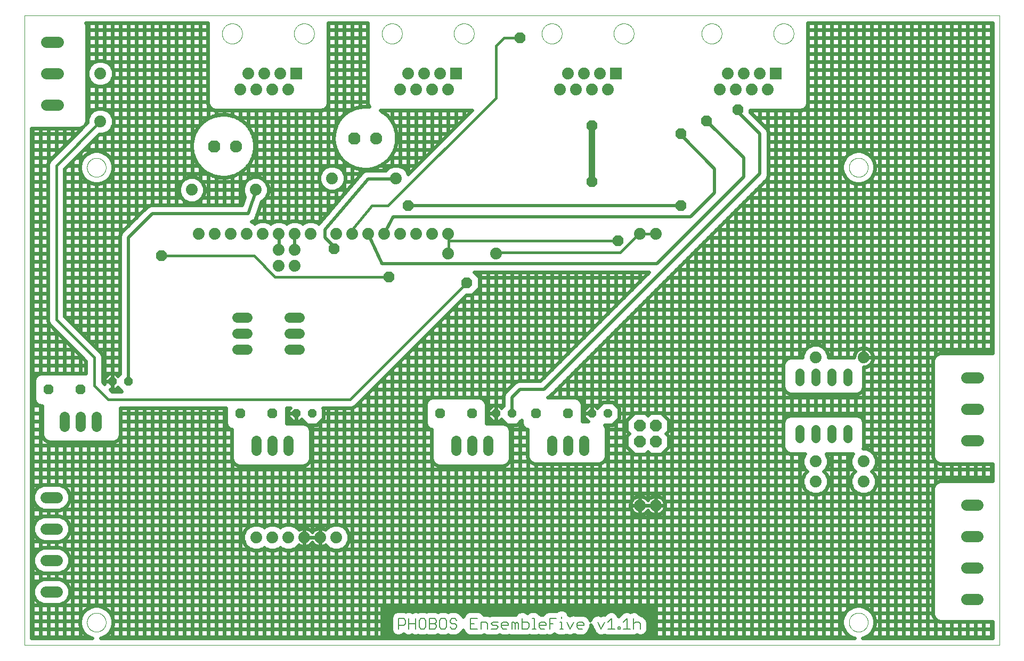
<source format=gtl>
G75*
%MOIN*%
%OFA0B0*%
%FSLAX25Y25*%
%IPPOS*%
%LPD*%
%AMOC8*
5,1,8,0,0,1.08239X$1,22.5*
%
%ADD10C,0.00000*%
%ADD11C,0.00600*%
%ADD12C,0.07400*%
%ADD13R,0.07400X0.07400*%
%ADD14OC8,0.07400*%
%ADD15C,0.07600*%
%ADD16OC8,0.07600*%
%ADD17OC8,0.06300*%
%ADD18OC8,0.05600*%
%ADD19C,0.06400*%
%ADD20C,0.05600*%
%ADD21C,0.07100*%
%ADD22C,0.02000*%
%ADD23OC8,0.06756*%
%ADD24C,0.01600*%
%ADD25C,0.04000*%
%ADD26C,0.02400*%
D10*
X0131965Y0111600D02*
X0131965Y0505596D01*
X0742201Y0505616D01*
X0742201Y0111600D01*
X0131965Y0111600D01*
X0171138Y0125970D02*
X0171140Y0126123D01*
X0171146Y0126277D01*
X0171156Y0126430D01*
X0171170Y0126582D01*
X0171188Y0126735D01*
X0171210Y0126886D01*
X0171235Y0127037D01*
X0171265Y0127188D01*
X0171299Y0127338D01*
X0171336Y0127486D01*
X0171377Y0127634D01*
X0171422Y0127780D01*
X0171471Y0127926D01*
X0171524Y0128070D01*
X0171580Y0128212D01*
X0171640Y0128353D01*
X0171704Y0128493D01*
X0171771Y0128631D01*
X0171842Y0128767D01*
X0171917Y0128901D01*
X0171994Y0129033D01*
X0172076Y0129163D01*
X0172160Y0129291D01*
X0172248Y0129417D01*
X0172339Y0129540D01*
X0172433Y0129661D01*
X0172531Y0129779D01*
X0172631Y0129895D01*
X0172735Y0130008D01*
X0172841Y0130119D01*
X0172950Y0130227D01*
X0173062Y0130332D01*
X0173176Y0130433D01*
X0173294Y0130532D01*
X0173413Y0130628D01*
X0173535Y0130721D01*
X0173660Y0130810D01*
X0173787Y0130897D01*
X0173916Y0130979D01*
X0174047Y0131059D01*
X0174180Y0131135D01*
X0174315Y0131208D01*
X0174452Y0131277D01*
X0174591Y0131342D01*
X0174731Y0131404D01*
X0174873Y0131462D01*
X0175016Y0131517D01*
X0175161Y0131568D01*
X0175307Y0131615D01*
X0175454Y0131658D01*
X0175602Y0131697D01*
X0175751Y0131733D01*
X0175901Y0131764D01*
X0176052Y0131792D01*
X0176203Y0131816D01*
X0176356Y0131836D01*
X0176508Y0131852D01*
X0176661Y0131864D01*
X0176814Y0131872D01*
X0176967Y0131876D01*
X0177121Y0131876D01*
X0177274Y0131872D01*
X0177427Y0131864D01*
X0177580Y0131852D01*
X0177732Y0131836D01*
X0177885Y0131816D01*
X0178036Y0131792D01*
X0178187Y0131764D01*
X0178337Y0131733D01*
X0178486Y0131697D01*
X0178634Y0131658D01*
X0178781Y0131615D01*
X0178927Y0131568D01*
X0179072Y0131517D01*
X0179215Y0131462D01*
X0179357Y0131404D01*
X0179497Y0131342D01*
X0179636Y0131277D01*
X0179773Y0131208D01*
X0179908Y0131135D01*
X0180041Y0131059D01*
X0180172Y0130979D01*
X0180301Y0130897D01*
X0180428Y0130810D01*
X0180553Y0130721D01*
X0180675Y0130628D01*
X0180794Y0130532D01*
X0180912Y0130433D01*
X0181026Y0130332D01*
X0181138Y0130227D01*
X0181247Y0130119D01*
X0181353Y0130008D01*
X0181457Y0129895D01*
X0181557Y0129779D01*
X0181655Y0129661D01*
X0181749Y0129540D01*
X0181840Y0129417D01*
X0181928Y0129291D01*
X0182012Y0129163D01*
X0182094Y0129033D01*
X0182171Y0128901D01*
X0182246Y0128767D01*
X0182317Y0128631D01*
X0182384Y0128493D01*
X0182448Y0128353D01*
X0182508Y0128212D01*
X0182564Y0128070D01*
X0182617Y0127926D01*
X0182666Y0127780D01*
X0182711Y0127634D01*
X0182752Y0127486D01*
X0182789Y0127338D01*
X0182823Y0127188D01*
X0182853Y0127037D01*
X0182878Y0126886D01*
X0182900Y0126735D01*
X0182918Y0126582D01*
X0182932Y0126430D01*
X0182942Y0126277D01*
X0182948Y0126123D01*
X0182950Y0125970D01*
X0182948Y0125817D01*
X0182942Y0125663D01*
X0182932Y0125510D01*
X0182918Y0125358D01*
X0182900Y0125205D01*
X0182878Y0125054D01*
X0182853Y0124903D01*
X0182823Y0124752D01*
X0182789Y0124602D01*
X0182752Y0124454D01*
X0182711Y0124306D01*
X0182666Y0124160D01*
X0182617Y0124014D01*
X0182564Y0123870D01*
X0182508Y0123728D01*
X0182448Y0123587D01*
X0182384Y0123447D01*
X0182317Y0123309D01*
X0182246Y0123173D01*
X0182171Y0123039D01*
X0182094Y0122907D01*
X0182012Y0122777D01*
X0181928Y0122649D01*
X0181840Y0122523D01*
X0181749Y0122400D01*
X0181655Y0122279D01*
X0181557Y0122161D01*
X0181457Y0122045D01*
X0181353Y0121932D01*
X0181247Y0121821D01*
X0181138Y0121713D01*
X0181026Y0121608D01*
X0180912Y0121507D01*
X0180794Y0121408D01*
X0180675Y0121312D01*
X0180553Y0121219D01*
X0180428Y0121130D01*
X0180301Y0121043D01*
X0180172Y0120961D01*
X0180041Y0120881D01*
X0179908Y0120805D01*
X0179773Y0120732D01*
X0179636Y0120663D01*
X0179497Y0120598D01*
X0179357Y0120536D01*
X0179215Y0120478D01*
X0179072Y0120423D01*
X0178927Y0120372D01*
X0178781Y0120325D01*
X0178634Y0120282D01*
X0178486Y0120243D01*
X0178337Y0120207D01*
X0178187Y0120176D01*
X0178036Y0120148D01*
X0177885Y0120124D01*
X0177732Y0120104D01*
X0177580Y0120088D01*
X0177427Y0120076D01*
X0177274Y0120068D01*
X0177121Y0120064D01*
X0176967Y0120064D01*
X0176814Y0120068D01*
X0176661Y0120076D01*
X0176508Y0120088D01*
X0176356Y0120104D01*
X0176203Y0120124D01*
X0176052Y0120148D01*
X0175901Y0120176D01*
X0175751Y0120207D01*
X0175602Y0120243D01*
X0175454Y0120282D01*
X0175307Y0120325D01*
X0175161Y0120372D01*
X0175016Y0120423D01*
X0174873Y0120478D01*
X0174731Y0120536D01*
X0174591Y0120598D01*
X0174452Y0120663D01*
X0174315Y0120732D01*
X0174180Y0120805D01*
X0174047Y0120881D01*
X0173916Y0120961D01*
X0173787Y0121043D01*
X0173660Y0121130D01*
X0173535Y0121219D01*
X0173413Y0121312D01*
X0173294Y0121408D01*
X0173176Y0121507D01*
X0173062Y0121608D01*
X0172950Y0121713D01*
X0172841Y0121821D01*
X0172735Y0121932D01*
X0172631Y0122045D01*
X0172531Y0122161D01*
X0172433Y0122279D01*
X0172339Y0122400D01*
X0172248Y0122523D01*
X0172160Y0122649D01*
X0172076Y0122777D01*
X0171994Y0122907D01*
X0171917Y0123039D01*
X0171842Y0123173D01*
X0171771Y0123309D01*
X0171704Y0123447D01*
X0171640Y0123587D01*
X0171580Y0123728D01*
X0171524Y0123870D01*
X0171471Y0124014D01*
X0171422Y0124160D01*
X0171377Y0124306D01*
X0171336Y0124454D01*
X0171299Y0124602D01*
X0171265Y0124752D01*
X0171235Y0124903D01*
X0171210Y0125054D01*
X0171188Y0125205D01*
X0171170Y0125358D01*
X0171156Y0125510D01*
X0171146Y0125663D01*
X0171140Y0125817D01*
X0171138Y0125970D01*
X0171138Y0410616D02*
X0171140Y0410769D01*
X0171146Y0410923D01*
X0171156Y0411076D01*
X0171170Y0411228D01*
X0171188Y0411381D01*
X0171210Y0411532D01*
X0171235Y0411683D01*
X0171265Y0411834D01*
X0171299Y0411984D01*
X0171336Y0412132D01*
X0171377Y0412280D01*
X0171422Y0412426D01*
X0171471Y0412572D01*
X0171524Y0412716D01*
X0171580Y0412858D01*
X0171640Y0412999D01*
X0171704Y0413139D01*
X0171771Y0413277D01*
X0171842Y0413413D01*
X0171917Y0413547D01*
X0171994Y0413679D01*
X0172076Y0413809D01*
X0172160Y0413937D01*
X0172248Y0414063D01*
X0172339Y0414186D01*
X0172433Y0414307D01*
X0172531Y0414425D01*
X0172631Y0414541D01*
X0172735Y0414654D01*
X0172841Y0414765D01*
X0172950Y0414873D01*
X0173062Y0414978D01*
X0173176Y0415079D01*
X0173294Y0415178D01*
X0173413Y0415274D01*
X0173535Y0415367D01*
X0173660Y0415456D01*
X0173787Y0415543D01*
X0173916Y0415625D01*
X0174047Y0415705D01*
X0174180Y0415781D01*
X0174315Y0415854D01*
X0174452Y0415923D01*
X0174591Y0415988D01*
X0174731Y0416050D01*
X0174873Y0416108D01*
X0175016Y0416163D01*
X0175161Y0416214D01*
X0175307Y0416261D01*
X0175454Y0416304D01*
X0175602Y0416343D01*
X0175751Y0416379D01*
X0175901Y0416410D01*
X0176052Y0416438D01*
X0176203Y0416462D01*
X0176356Y0416482D01*
X0176508Y0416498D01*
X0176661Y0416510D01*
X0176814Y0416518D01*
X0176967Y0416522D01*
X0177121Y0416522D01*
X0177274Y0416518D01*
X0177427Y0416510D01*
X0177580Y0416498D01*
X0177732Y0416482D01*
X0177885Y0416462D01*
X0178036Y0416438D01*
X0178187Y0416410D01*
X0178337Y0416379D01*
X0178486Y0416343D01*
X0178634Y0416304D01*
X0178781Y0416261D01*
X0178927Y0416214D01*
X0179072Y0416163D01*
X0179215Y0416108D01*
X0179357Y0416050D01*
X0179497Y0415988D01*
X0179636Y0415923D01*
X0179773Y0415854D01*
X0179908Y0415781D01*
X0180041Y0415705D01*
X0180172Y0415625D01*
X0180301Y0415543D01*
X0180428Y0415456D01*
X0180553Y0415367D01*
X0180675Y0415274D01*
X0180794Y0415178D01*
X0180912Y0415079D01*
X0181026Y0414978D01*
X0181138Y0414873D01*
X0181247Y0414765D01*
X0181353Y0414654D01*
X0181457Y0414541D01*
X0181557Y0414425D01*
X0181655Y0414307D01*
X0181749Y0414186D01*
X0181840Y0414063D01*
X0181928Y0413937D01*
X0182012Y0413809D01*
X0182094Y0413679D01*
X0182171Y0413547D01*
X0182246Y0413413D01*
X0182317Y0413277D01*
X0182384Y0413139D01*
X0182448Y0412999D01*
X0182508Y0412858D01*
X0182564Y0412716D01*
X0182617Y0412572D01*
X0182666Y0412426D01*
X0182711Y0412280D01*
X0182752Y0412132D01*
X0182789Y0411984D01*
X0182823Y0411834D01*
X0182853Y0411683D01*
X0182878Y0411532D01*
X0182900Y0411381D01*
X0182918Y0411228D01*
X0182932Y0411076D01*
X0182942Y0410923D01*
X0182948Y0410769D01*
X0182950Y0410616D01*
X0182948Y0410463D01*
X0182942Y0410309D01*
X0182932Y0410156D01*
X0182918Y0410004D01*
X0182900Y0409851D01*
X0182878Y0409700D01*
X0182853Y0409549D01*
X0182823Y0409398D01*
X0182789Y0409248D01*
X0182752Y0409100D01*
X0182711Y0408952D01*
X0182666Y0408806D01*
X0182617Y0408660D01*
X0182564Y0408516D01*
X0182508Y0408374D01*
X0182448Y0408233D01*
X0182384Y0408093D01*
X0182317Y0407955D01*
X0182246Y0407819D01*
X0182171Y0407685D01*
X0182094Y0407553D01*
X0182012Y0407423D01*
X0181928Y0407295D01*
X0181840Y0407169D01*
X0181749Y0407046D01*
X0181655Y0406925D01*
X0181557Y0406807D01*
X0181457Y0406691D01*
X0181353Y0406578D01*
X0181247Y0406467D01*
X0181138Y0406359D01*
X0181026Y0406254D01*
X0180912Y0406153D01*
X0180794Y0406054D01*
X0180675Y0405958D01*
X0180553Y0405865D01*
X0180428Y0405776D01*
X0180301Y0405689D01*
X0180172Y0405607D01*
X0180041Y0405527D01*
X0179908Y0405451D01*
X0179773Y0405378D01*
X0179636Y0405309D01*
X0179497Y0405244D01*
X0179357Y0405182D01*
X0179215Y0405124D01*
X0179072Y0405069D01*
X0178927Y0405018D01*
X0178781Y0404971D01*
X0178634Y0404928D01*
X0178486Y0404889D01*
X0178337Y0404853D01*
X0178187Y0404822D01*
X0178036Y0404794D01*
X0177885Y0404770D01*
X0177732Y0404750D01*
X0177580Y0404734D01*
X0177427Y0404722D01*
X0177274Y0404714D01*
X0177121Y0404710D01*
X0176967Y0404710D01*
X0176814Y0404714D01*
X0176661Y0404722D01*
X0176508Y0404734D01*
X0176356Y0404750D01*
X0176203Y0404770D01*
X0176052Y0404794D01*
X0175901Y0404822D01*
X0175751Y0404853D01*
X0175602Y0404889D01*
X0175454Y0404928D01*
X0175307Y0404971D01*
X0175161Y0405018D01*
X0175016Y0405069D01*
X0174873Y0405124D01*
X0174731Y0405182D01*
X0174591Y0405244D01*
X0174452Y0405309D01*
X0174315Y0405378D01*
X0174180Y0405451D01*
X0174047Y0405527D01*
X0173916Y0405607D01*
X0173787Y0405689D01*
X0173660Y0405776D01*
X0173535Y0405865D01*
X0173413Y0405958D01*
X0173294Y0406054D01*
X0173176Y0406153D01*
X0173062Y0406254D01*
X0172950Y0406359D01*
X0172841Y0406467D01*
X0172735Y0406578D01*
X0172631Y0406691D01*
X0172531Y0406807D01*
X0172433Y0406925D01*
X0172339Y0407046D01*
X0172248Y0407169D01*
X0172160Y0407295D01*
X0172076Y0407423D01*
X0171994Y0407553D01*
X0171917Y0407685D01*
X0171842Y0407819D01*
X0171771Y0407955D01*
X0171704Y0408093D01*
X0171640Y0408233D01*
X0171580Y0408374D01*
X0171524Y0408516D01*
X0171471Y0408660D01*
X0171422Y0408806D01*
X0171377Y0408952D01*
X0171336Y0409100D01*
X0171299Y0409248D01*
X0171265Y0409398D01*
X0171235Y0409549D01*
X0171210Y0409700D01*
X0171188Y0409851D01*
X0171170Y0410004D01*
X0171156Y0410156D01*
X0171146Y0410309D01*
X0171140Y0410463D01*
X0171138Y0410616D01*
X0255666Y0494395D02*
X0255668Y0494553D01*
X0255674Y0494711D01*
X0255684Y0494869D01*
X0255698Y0495027D01*
X0255716Y0495184D01*
X0255737Y0495341D01*
X0255763Y0495497D01*
X0255793Y0495653D01*
X0255826Y0495808D01*
X0255864Y0495961D01*
X0255905Y0496114D01*
X0255950Y0496266D01*
X0255999Y0496417D01*
X0256052Y0496566D01*
X0256108Y0496714D01*
X0256168Y0496860D01*
X0256232Y0497005D01*
X0256300Y0497148D01*
X0256371Y0497290D01*
X0256445Y0497430D01*
X0256523Y0497567D01*
X0256605Y0497703D01*
X0256689Y0497837D01*
X0256778Y0497968D01*
X0256869Y0498097D01*
X0256964Y0498224D01*
X0257061Y0498349D01*
X0257162Y0498471D01*
X0257266Y0498590D01*
X0257373Y0498707D01*
X0257483Y0498821D01*
X0257596Y0498932D01*
X0257711Y0499041D01*
X0257829Y0499146D01*
X0257950Y0499248D01*
X0258073Y0499348D01*
X0258199Y0499444D01*
X0258327Y0499537D01*
X0258457Y0499627D01*
X0258590Y0499713D01*
X0258725Y0499797D01*
X0258861Y0499876D01*
X0259000Y0499953D01*
X0259141Y0500025D01*
X0259283Y0500095D01*
X0259427Y0500160D01*
X0259573Y0500222D01*
X0259720Y0500280D01*
X0259869Y0500335D01*
X0260019Y0500386D01*
X0260170Y0500433D01*
X0260322Y0500476D01*
X0260475Y0500515D01*
X0260630Y0500551D01*
X0260785Y0500582D01*
X0260941Y0500610D01*
X0261097Y0500634D01*
X0261254Y0500654D01*
X0261412Y0500670D01*
X0261569Y0500682D01*
X0261728Y0500690D01*
X0261886Y0500694D01*
X0262044Y0500694D01*
X0262202Y0500690D01*
X0262361Y0500682D01*
X0262518Y0500670D01*
X0262676Y0500654D01*
X0262833Y0500634D01*
X0262989Y0500610D01*
X0263145Y0500582D01*
X0263300Y0500551D01*
X0263455Y0500515D01*
X0263608Y0500476D01*
X0263760Y0500433D01*
X0263911Y0500386D01*
X0264061Y0500335D01*
X0264210Y0500280D01*
X0264357Y0500222D01*
X0264503Y0500160D01*
X0264647Y0500095D01*
X0264789Y0500025D01*
X0264930Y0499953D01*
X0265069Y0499876D01*
X0265205Y0499797D01*
X0265340Y0499713D01*
X0265473Y0499627D01*
X0265603Y0499537D01*
X0265731Y0499444D01*
X0265857Y0499348D01*
X0265980Y0499248D01*
X0266101Y0499146D01*
X0266219Y0499041D01*
X0266334Y0498932D01*
X0266447Y0498821D01*
X0266557Y0498707D01*
X0266664Y0498590D01*
X0266768Y0498471D01*
X0266869Y0498349D01*
X0266966Y0498224D01*
X0267061Y0498097D01*
X0267152Y0497968D01*
X0267241Y0497837D01*
X0267325Y0497703D01*
X0267407Y0497567D01*
X0267485Y0497430D01*
X0267559Y0497290D01*
X0267630Y0497148D01*
X0267698Y0497005D01*
X0267762Y0496860D01*
X0267822Y0496714D01*
X0267878Y0496566D01*
X0267931Y0496417D01*
X0267980Y0496266D01*
X0268025Y0496114D01*
X0268066Y0495961D01*
X0268104Y0495808D01*
X0268137Y0495653D01*
X0268167Y0495497D01*
X0268193Y0495341D01*
X0268214Y0495184D01*
X0268232Y0495027D01*
X0268246Y0494869D01*
X0268256Y0494711D01*
X0268262Y0494553D01*
X0268264Y0494395D01*
X0268262Y0494237D01*
X0268256Y0494079D01*
X0268246Y0493921D01*
X0268232Y0493763D01*
X0268214Y0493606D01*
X0268193Y0493449D01*
X0268167Y0493293D01*
X0268137Y0493137D01*
X0268104Y0492982D01*
X0268066Y0492829D01*
X0268025Y0492676D01*
X0267980Y0492524D01*
X0267931Y0492373D01*
X0267878Y0492224D01*
X0267822Y0492076D01*
X0267762Y0491930D01*
X0267698Y0491785D01*
X0267630Y0491642D01*
X0267559Y0491500D01*
X0267485Y0491360D01*
X0267407Y0491223D01*
X0267325Y0491087D01*
X0267241Y0490953D01*
X0267152Y0490822D01*
X0267061Y0490693D01*
X0266966Y0490566D01*
X0266869Y0490441D01*
X0266768Y0490319D01*
X0266664Y0490200D01*
X0266557Y0490083D01*
X0266447Y0489969D01*
X0266334Y0489858D01*
X0266219Y0489749D01*
X0266101Y0489644D01*
X0265980Y0489542D01*
X0265857Y0489442D01*
X0265731Y0489346D01*
X0265603Y0489253D01*
X0265473Y0489163D01*
X0265340Y0489077D01*
X0265205Y0488993D01*
X0265069Y0488914D01*
X0264930Y0488837D01*
X0264789Y0488765D01*
X0264647Y0488695D01*
X0264503Y0488630D01*
X0264357Y0488568D01*
X0264210Y0488510D01*
X0264061Y0488455D01*
X0263911Y0488404D01*
X0263760Y0488357D01*
X0263608Y0488314D01*
X0263455Y0488275D01*
X0263300Y0488239D01*
X0263145Y0488208D01*
X0262989Y0488180D01*
X0262833Y0488156D01*
X0262676Y0488136D01*
X0262518Y0488120D01*
X0262361Y0488108D01*
X0262202Y0488100D01*
X0262044Y0488096D01*
X0261886Y0488096D01*
X0261728Y0488100D01*
X0261569Y0488108D01*
X0261412Y0488120D01*
X0261254Y0488136D01*
X0261097Y0488156D01*
X0260941Y0488180D01*
X0260785Y0488208D01*
X0260630Y0488239D01*
X0260475Y0488275D01*
X0260322Y0488314D01*
X0260170Y0488357D01*
X0260019Y0488404D01*
X0259869Y0488455D01*
X0259720Y0488510D01*
X0259573Y0488568D01*
X0259427Y0488630D01*
X0259283Y0488695D01*
X0259141Y0488765D01*
X0259000Y0488837D01*
X0258861Y0488914D01*
X0258725Y0488993D01*
X0258590Y0489077D01*
X0258457Y0489163D01*
X0258327Y0489253D01*
X0258199Y0489346D01*
X0258073Y0489442D01*
X0257950Y0489542D01*
X0257829Y0489644D01*
X0257711Y0489749D01*
X0257596Y0489858D01*
X0257483Y0489969D01*
X0257373Y0490083D01*
X0257266Y0490200D01*
X0257162Y0490319D01*
X0257061Y0490441D01*
X0256964Y0490566D01*
X0256869Y0490693D01*
X0256778Y0490822D01*
X0256689Y0490953D01*
X0256605Y0491087D01*
X0256523Y0491223D01*
X0256445Y0491360D01*
X0256371Y0491500D01*
X0256300Y0491642D01*
X0256232Y0491785D01*
X0256168Y0491930D01*
X0256108Y0492076D01*
X0256052Y0492224D01*
X0255999Y0492373D01*
X0255950Y0492524D01*
X0255905Y0492676D01*
X0255864Y0492829D01*
X0255826Y0492982D01*
X0255793Y0493137D01*
X0255763Y0493293D01*
X0255737Y0493449D01*
X0255716Y0493606D01*
X0255698Y0493763D01*
X0255684Y0493921D01*
X0255674Y0494079D01*
X0255668Y0494237D01*
X0255666Y0494395D01*
X0300666Y0494395D02*
X0300668Y0494553D01*
X0300674Y0494711D01*
X0300684Y0494869D01*
X0300698Y0495027D01*
X0300716Y0495184D01*
X0300737Y0495341D01*
X0300763Y0495497D01*
X0300793Y0495653D01*
X0300826Y0495808D01*
X0300864Y0495961D01*
X0300905Y0496114D01*
X0300950Y0496266D01*
X0300999Y0496417D01*
X0301052Y0496566D01*
X0301108Y0496714D01*
X0301168Y0496860D01*
X0301232Y0497005D01*
X0301300Y0497148D01*
X0301371Y0497290D01*
X0301445Y0497430D01*
X0301523Y0497567D01*
X0301605Y0497703D01*
X0301689Y0497837D01*
X0301778Y0497968D01*
X0301869Y0498097D01*
X0301964Y0498224D01*
X0302061Y0498349D01*
X0302162Y0498471D01*
X0302266Y0498590D01*
X0302373Y0498707D01*
X0302483Y0498821D01*
X0302596Y0498932D01*
X0302711Y0499041D01*
X0302829Y0499146D01*
X0302950Y0499248D01*
X0303073Y0499348D01*
X0303199Y0499444D01*
X0303327Y0499537D01*
X0303457Y0499627D01*
X0303590Y0499713D01*
X0303725Y0499797D01*
X0303861Y0499876D01*
X0304000Y0499953D01*
X0304141Y0500025D01*
X0304283Y0500095D01*
X0304427Y0500160D01*
X0304573Y0500222D01*
X0304720Y0500280D01*
X0304869Y0500335D01*
X0305019Y0500386D01*
X0305170Y0500433D01*
X0305322Y0500476D01*
X0305475Y0500515D01*
X0305630Y0500551D01*
X0305785Y0500582D01*
X0305941Y0500610D01*
X0306097Y0500634D01*
X0306254Y0500654D01*
X0306412Y0500670D01*
X0306569Y0500682D01*
X0306728Y0500690D01*
X0306886Y0500694D01*
X0307044Y0500694D01*
X0307202Y0500690D01*
X0307361Y0500682D01*
X0307518Y0500670D01*
X0307676Y0500654D01*
X0307833Y0500634D01*
X0307989Y0500610D01*
X0308145Y0500582D01*
X0308300Y0500551D01*
X0308455Y0500515D01*
X0308608Y0500476D01*
X0308760Y0500433D01*
X0308911Y0500386D01*
X0309061Y0500335D01*
X0309210Y0500280D01*
X0309357Y0500222D01*
X0309503Y0500160D01*
X0309647Y0500095D01*
X0309789Y0500025D01*
X0309930Y0499953D01*
X0310069Y0499876D01*
X0310205Y0499797D01*
X0310340Y0499713D01*
X0310473Y0499627D01*
X0310603Y0499537D01*
X0310731Y0499444D01*
X0310857Y0499348D01*
X0310980Y0499248D01*
X0311101Y0499146D01*
X0311219Y0499041D01*
X0311334Y0498932D01*
X0311447Y0498821D01*
X0311557Y0498707D01*
X0311664Y0498590D01*
X0311768Y0498471D01*
X0311869Y0498349D01*
X0311966Y0498224D01*
X0312061Y0498097D01*
X0312152Y0497968D01*
X0312241Y0497837D01*
X0312325Y0497703D01*
X0312407Y0497567D01*
X0312485Y0497430D01*
X0312559Y0497290D01*
X0312630Y0497148D01*
X0312698Y0497005D01*
X0312762Y0496860D01*
X0312822Y0496714D01*
X0312878Y0496566D01*
X0312931Y0496417D01*
X0312980Y0496266D01*
X0313025Y0496114D01*
X0313066Y0495961D01*
X0313104Y0495808D01*
X0313137Y0495653D01*
X0313167Y0495497D01*
X0313193Y0495341D01*
X0313214Y0495184D01*
X0313232Y0495027D01*
X0313246Y0494869D01*
X0313256Y0494711D01*
X0313262Y0494553D01*
X0313264Y0494395D01*
X0313262Y0494237D01*
X0313256Y0494079D01*
X0313246Y0493921D01*
X0313232Y0493763D01*
X0313214Y0493606D01*
X0313193Y0493449D01*
X0313167Y0493293D01*
X0313137Y0493137D01*
X0313104Y0492982D01*
X0313066Y0492829D01*
X0313025Y0492676D01*
X0312980Y0492524D01*
X0312931Y0492373D01*
X0312878Y0492224D01*
X0312822Y0492076D01*
X0312762Y0491930D01*
X0312698Y0491785D01*
X0312630Y0491642D01*
X0312559Y0491500D01*
X0312485Y0491360D01*
X0312407Y0491223D01*
X0312325Y0491087D01*
X0312241Y0490953D01*
X0312152Y0490822D01*
X0312061Y0490693D01*
X0311966Y0490566D01*
X0311869Y0490441D01*
X0311768Y0490319D01*
X0311664Y0490200D01*
X0311557Y0490083D01*
X0311447Y0489969D01*
X0311334Y0489858D01*
X0311219Y0489749D01*
X0311101Y0489644D01*
X0310980Y0489542D01*
X0310857Y0489442D01*
X0310731Y0489346D01*
X0310603Y0489253D01*
X0310473Y0489163D01*
X0310340Y0489077D01*
X0310205Y0488993D01*
X0310069Y0488914D01*
X0309930Y0488837D01*
X0309789Y0488765D01*
X0309647Y0488695D01*
X0309503Y0488630D01*
X0309357Y0488568D01*
X0309210Y0488510D01*
X0309061Y0488455D01*
X0308911Y0488404D01*
X0308760Y0488357D01*
X0308608Y0488314D01*
X0308455Y0488275D01*
X0308300Y0488239D01*
X0308145Y0488208D01*
X0307989Y0488180D01*
X0307833Y0488156D01*
X0307676Y0488136D01*
X0307518Y0488120D01*
X0307361Y0488108D01*
X0307202Y0488100D01*
X0307044Y0488096D01*
X0306886Y0488096D01*
X0306728Y0488100D01*
X0306569Y0488108D01*
X0306412Y0488120D01*
X0306254Y0488136D01*
X0306097Y0488156D01*
X0305941Y0488180D01*
X0305785Y0488208D01*
X0305630Y0488239D01*
X0305475Y0488275D01*
X0305322Y0488314D01*
X0305170Y0488357D01*
X0305019Y0488404D01*
X0304869Y0488455D01*
X0304720Y0488510D01*
X0304573Y0488568D01*
X0304427Y0488630D01*
X0304283Y0488695D01*
X0304141Y0488765D01*
X0304000Y0488837D01*
X0303861Y0488914D01*
X0303725Y0488993D01*
X0303590Y0489077D01*
X0303457Y0489163D01*
X0303327Y0489253D01*
X0303199Y0489346D01*
X0303073Y0489442D01*
X0302950Y0489542D01*
X0302829Y0489644D01*
X0302711Y0489749D01*
X0302596Y0489858D01*
X0302483Y0489969D01*
X0302373Y0490083D01*
X0302266Y0490200D01*
X0302162Y0490319D01*
X0302061Y0490441D01*
X0301964Y0490566D01*
X0301869Y0490693D01*
X0301778Y0490822D01*
X0301689Y0490953D01*
X0301605Y0491087D01*
X0301523Y0491223D01*
X0301445Y0491360D01*
X0301371Y0491500D01*
X0301300Y0491642D01*
X0301232Y0491785D01*
X0301168Y0491930D01*
X0301108Y0492076D01*
X0301052Y0492224D01*
X0300999Y0492373D01*
X0300950Y0492524D01*
X0300905Y0492676D01*
X0300864Y0492829D01*
X0300826Y0492982D01*
X0300793Y0493137D01*
X0300763Y0493293D01*
X0300737Y0493449D01*
X0300716Y0493606D01*
X0300698Y0493763D01*
X0300684Y0493921D01*
X0300674Y0494079D01*
X0300668Y0494237D01*
X0300666Y0494395D01*
X0355666Y0494395D02*
X0355668Y0494553D01*
X0355674Y0494711D01*
X0355684Y0494869D01*
X0355698Y0495027D01*
X0355716Y0495184D01*
X0355737Y0495341D01*
X0355763Y0495497D01*
X0355793Y0495653D01*
X0355826Y0495808D01*
X0355864Y0495961D01*
X0355905Y0496114D01*
X0355950Y0496266D01*
X0355999Y0496417D01*
X0356052Y0496566D01*
X0356108Y0496714D01*
X0356168Y0496860D01*
X0356232Y0497005D01*
X0356300Y0497148D01*
X0356371Y0497290D01*
X0356445Y0497430D01*
X0356523Y0497567D01*
X0356605Y0497703D01*
X0356689Y0497837D01*
X0356778Y0497968D01*
X0356869Y0498097D01*
X0356964Y0498224D01*
X0357061Y0498349D01*
X0357162Y0498471D01*
X0357266Y0498590D01*
X0357373Y0498707D01*
X0357483Y0498821D01*
X0357596Y0498932D01*
X0357711Y0499041D01*
X0357829Y0499146D01*
X0357950Y0499248D01*
X0358073Y0499348D01*
X0358199Y0499444D01*
X0358327Y0499537D01*
X0358457Y0499627D01*
X0358590Y0499713D01*
X0358725Y0499797D01*
X0358861Y0499876D01*
X0359000Y0499953D01*
X0359141Y0500025D01*
X0359283Y0500095D01*
X0359427Y0500160D01*
X0359573Y0500222D01*
X0359720Y0500280D01*
X0359869Y0500335D01*
X0360019Y0500386D01*
X0360170Y0500433D01*
X0360322Y0500476D01*
X0360475Y0500515D01*
X0360630Y0500551D01*
X0360785Y0500582D01*
X0360941Y0500610D01*
X0361097Y0500634D01*
X0361254Y0500654D01*
X0361412Y0500670D01*
X0361569Y0500682D01*
X0361728Y0500690D01*
X0361886Y0500694D01*
X0362044Y0500694D01*
X0362202Y0500690D01*
X0362361Y0500682D01*
X0362518Y0500670D01*
X0362676Y0500654D01*
X0362833Y0500634D01*
X0362989Y0500610D01*
X0363145Y0500582D01*
X0363300Y0500551D01*
X0363455Y0500515D01*
X0363608Y0500476D01*
X0363760Y0500433D01*
X0363911Y0500386D01*
X0364061Y0500335D01*
X0364210Y0500280D01*
X0364357Y0500222D01*
X0364503Y0500160D01*
X0364647Y0500095D01*
X0364789Y0500025D01*
X0364930Y0499953D01*
X0365069Y0499876D01*
X0365205Y0499797D01*
X0365340Y0499713D01*
X0365473Y0499627D01*
X0365603Y0499537D01*
X0365731Y0499444D01*
X0365857Y0499348D01*
X0365980Y0499248D01*
X0366101Y0499146D01*
X0366219Y0499041D01*
X0366334Y0498932D01*
X0366447Y0498821D01*
X0366557Y0498707D01*
X0366664Y0498590D01*
X0366768Y0498471D01*
X0366869Y0498349D01*
X0366966Y0498224D01*
X0367061Y0498097D01*
X0367152Y0497968D01*
X0367241Y0497837D01*
X0367325Y0497703D01*
X0367407Y0497567D01*
X0367485Y0497430D01*
X0367559Y0497290D01*
X0367630Y0497148D01*
X0367698Y0497005D01*
X0367762Y0496860D01*
X0367822Y0496714D01*
X0367878Y0496566D01*
X0367931Y0496417D01*
X0367980Y0496266D01*
X0368025Y0496114D01*
X0368066Y0495961D01*
X0368104Y0495808D01*
X0368137Y0495653D01*
X0368167Y0495497D01*
X0368193Y0495341D01*
X0368214Y0495184D01*
X0368232Y0495027D01*
X0368246Y0494869D01*
X0368256Y0494711D01*
X0368262Y0494553D01*
X0368264Y0494395D01*
X0368262Y0494237D01*
X0368256Y0494079D01*
X0368246Y0493921D01*
X0368232Y0493763D01*
X0368214Y0493606D01*
X0368193Y0493449D01*
X0368167Y0493293D01*
X0368137Y0493137D01*
X0368104Y0492982D01*
X0368066Y0492829D01*
X0368025Y0492676D01*
X0367980Y0492524D01*
X0367931Y0492373D01*
X0367878Y0492224D01*
X0367822Y0492076D01*
X0367762Y0491930D01*
X0367698Y0491785D01*
X0367630Y0491642D01*
X0367559Y0491500D01*
X0367485Y0491360D01*
X0367407Y0491223D01*
X0367325Y0491087D01*
X0367241Y0490953D01*
X0367152Y0490822D01*
X0367061Y0490693D01*
X0366966Y0490566D01*
X0366869Y0490441D01*
X0366768Y0490319D01*
X0366664Y0490200D01*
X0366557Y0490083D01*
X0366447Y0489969D01*
X0366334Y0489858D01*
X0366219Y0489749D01*
X0366101Y0489644D01*
X0365980Y0489542D01*
X0365857Y0489442D01*
X0365731Y0489346D01*
X0365603Y0489253D01*
X0365473Y0489163D01*
X0365340Y0489077D01*
X0365205Y0488993D01*
X0365069Y0488914D01*
X0364930Y0488837D01*
X0364789Y0488765D01*
X0364647Y0488695D01*
X0364503Y0488630D01*
X0364357Y0488568D01*
X0364210Y0488510D01*
X0364061Y0488455D01*
X0363911Y0488404D01*
X0363760Y0488357D01*
X0363608Y0488314D01*
X0363455Y0488275D01*
X0363300Y0488239D01*
X0363145Y0488208D01*
X0362989Y0488180D01*
X0362833Y0488156D01*
X0362676Y0488136D01*
X0362518Y0488120D01*
X0362361Y0488108D01*
X0362202Y0488100D01*
X0362044Y0488096D01*
X0361886Y0488096D01*
X0361728Y0488100D01*
X0361569Y0488108D01*
X0361412Y0488120D01*
X0361254Y0488136D01*
X0361097Y0488156D01*
X0360941Y0488180D01*
X0360785Y0488208D01*
X0360630Y0488239D01*
X0360475Y0488275D01*
X0360322Y0488314D01*
X0360170Y0488357D01*
X0360019Y0488404D01*
X0359869Y0488455D01*
X0359720Y0488510D01*
X0359573Y0488568D01*
X0359427Y0488630D01*
X0359283Y0488695D01*
X0359141Y0488765D01*
X0359000Y0488837D01*
X0358861Y0488914D01*
X0358725Y0488993D01*
X0358590Y0489077D01*
X0358457Y0489163D01*
X0358327Y0489253D01*
X0358199Y0489346D01*
X0358073Y0489442D01*
X0357950Y0489542D01*
X0357829Y0489644D01*
X0357711Y0489749D01*
X0357596Y0489858D01*
X0357483Y0489969D01*
X0357373Y0490083D01*
X0357266Y0490200D01*
X0357162Y0490319D01*
X0357061Y0490441D01*
X0356964Y0490566D01*
X0356869Y0490693D01*
X0356778Y0490822D01*
X0356689Y0490953D01*
X0356605Y0491087D01*
X0356523Y0491223D01*
X0356445Y0491360D01*
X0356371Y0491500D01*
X0356300Y0491642D01*
X0356232Y0491785D01*
X0356168Y0491930D01*
X0356108Y0492076D01*
X0356052Y0492224D01*
X0355999Y0492373D01*
X0355950Y0492524D01*
X0355905Y0492676D01*
X0355864Y0492829D01*
X0355826Y0492982D01*
X0355793Y0493137D01*
X0355763Y0493293D01*
X0355737Y0493449D01*
X0355716Y0493606D01*
X0355698Y0493763D01*
X0355684Y0493921D01*
X0355674Y0494079D01*
X0355668Y0494237D01*
X0355666Y0494395D01*
X0400666Y0494395D02*
X0400668Y0494553D01*
X0400674Y0494711D01*
X0400684Y0494869D01*
X0400698Y0495027D01*
X0400716Y0495184D01*
X0400737Y0495341D01*
X0400763Y0495497D01*
X0400793Y0495653D01*
X0400826Y0495808D01*
X0400864Y0495961D01*
X0400905Y0496114D01*
X0400950Y0496266D01*
X0400999Y0496417D01*
X0401052Y0496566D01*
X0401108Y0496714D01*
X0401168Y0496860D01*
X0401232Y0497005D01*
X0401300Y0497148D01*
X0401371Y0497290D01*
X0401445Y0497430D01*
X0401523Y0497567D01*
X0401605Y0497703D01*
X0401689Y0497837D01*
X0401778Y0497968D01*
X0401869Y0498097D01*
X0401964Y0498224D01*
X0402061Y0498349D01*
X0402162Y0498471D01*
X0402266Y0498590D01*
X0402373Y0498707D01*
X0402483Y0498821D01*
X0402596Y0498932D01*
X0402711Y0499041D01*
X0402829Y0499146D01*
X0402950Y0499248D01*
X0403073Y0499348D01*
X0403199Y0499444D01*
X0403327Y0499537D01*
X0403457Y0499627D01*
X0403590Y0499713D01*
X0403725Y0499797D01*
X0403861Y0499876D01*
X0404000Y0499953D01*
X0404141Y0500025D01*
X0404283Y0500095D01*
X0404427Y0500160D01*
X0404573Y0500222D01*
X0404720Y0500280D01*
X0404869Y0500335D01*
X0405019Y0500386D01*
X0405170Y0500433D01*
X0405322Y0500476D01*
X0405475Y0500515D01*
X0405630Y0500551D01*
X0405785Y0500582D01*
X0405941Y0500610D01*
X0406097Y0500634D01*
X0406254Y0500654D01*
X0406412Y0500670D01*
X0406569Y0500682D01*
X0406728Y0500690D01*
X0406886Y0500694D01*
X0407044Y0500694D01*
X0407202Y0500690D01*
X0407361Y0500682D01*
X0407518Y0500670D01*
X0407676Y0500654D01*
X0407833Y0500634D01*
X0407989Y0500610D01*
X0408145Y0500582D01*
X0408300Y0500551D01*
X0408455Y0500515D01*
X0408608Y0500476D01*
X0408760Y0500433D01*
X0408911Y0500386D01*
X0409061Y0500335D01*
X0409210Y0500280D01*
X0409357Y0500222D01*
X0409503Y0500160D01*
X0409647Y0500095D01*
X0409789Y0500025D01*
X0409930Y0499953D01*
X0410069Y0499876D01*
X0410205Y0499797D01*
X0410340Y0499713D01*
X0410473Y0499627D01*
X0410603Y0499537D01*
X0410731Y0499444D01*
X0410857Y0499348D01*
X0410980Y0499248D01*
X0411101Y0499146D01*
X0411219Y0499041D01*
X0411334Y0498932D01*
X0411447Y0498821D01*
X0411557Y0498707D01*
X0411664Y0498590D01*
X0411768Y0498471D01*
X0411869Y0498349D01*
X0411966Y0498224D01*
X0412061Y0498097D01*
X0412152Y0497968D01*
X0412241Y0497837D01*
X0412325Y0497703D01*
X0412407Y0497567D01*
X0412485Y0497430D01*
X0412559Y0497290D01*
X0412630Y0497148D01*
X0412698Y0497005D01*
X0412762Y0496860D01*
X0412822Y0496714D01*
X0412878Y0496566D01*
X0412931Y0496417D01*
X0412980Y0496266D01*
X0413025Y0496114D01*
X0413066Y0495961D01*
X0413104Y0495808D01*
X0413137Y0495653D01*
X0413167Y0495497D01*
X0413193Y0495341D01*
X0413214Y0495184D01*
X0413232Y0495027D01*
X0413246Y0494869D01*
X0413256Y0494711D01*
X0413262Y0494553D01*
X0413264Y0494395D01*
X0413262Y0494237D01*
X0413256Y0494079D01*
X0413246Y0493921D01*
X0413232Y0493763D01*
X0413214Y0493606D01*
X0413193Y0493449D01*
X0413167Y0493293D01*
X0413137Y0493137D01*
X0413104Y0492982D01*
X0413066Y0492829D01*
X0413025Y0492676D01*
X0412980Y0492524D01*
X0412931Y0492373D01*
X0412878Y0492224D01*
X0412822Y0492076D01*
X0412762Y0491930D01*
X0412698Y0491785D01*
X0412630Y0491642D01*
X0412559Y0491500D01*
X0412485Y0491360D01*
X0412407Y0491223D01*
X0412325Y0491087D01*
X0412241Y0490953D01*
X0412152Y0490822D01*
X0412061Y0490693D01*
X0411966Y0490566D01*
X0411869Y0490441D01*
X0411768Y0490319D01*
X0411664Y0490200D01*
X0411557Y0490083D01*
X0411447Y0489969D01*
X0411334Y0489858D01*
X0411219Y0489749D01*
X0411101Y0489644D01*
X0410980Y0489542D01*
X0410857Y0489442D01*
X0410731Y0489346D01*
X0410603Y0489253D01*
X0410473Y0489163D01*
X0410340Y0489077D01*
X0410205Y0488993D01*
X0410069Y0488914D01*
X0409930Y0488837D01*
X0409789Y0488765D01*
X0409647Y0488695D01*
X0409503Y0488630D01*
X0409357Y0488568D01*
X0409210Y0488510D01*
X0409061Y0488455D01*
X0408911Y0488404D01*
X0408760Y0488357D01*
X0408608Y0488314D01*
X0408455Y0488275D01*
X0408300Y0488239D01*
X0408145Y0488208D01*
X0407989Y0488180D01*
X0407833Y0488156D01*
X0407676Y0488136D01*
X0407518Y0488120D01*
X0407361Y0488108D01*
X0407202Y0488100D01*
X0407044Y0488096D01*
X0406886Y0488096D01*
X0406728Y0488100D01*
X0406569Y0488108D01*
X0406412Y0488120D01*
X0406254Y0488136D01*
X0406097Y0488156D01*
X0405941Y0488180D01*
X0405785Y0488208D01*
X0405630Y0488239D01*
X0405475Y0488275D01*
X0405322Y0488314D01*
X0405170Y0488357D01*
X0405019Y0488404D01*
X0404869Y0488455D01*
X0404720Y0488510D01*
X0404573Y0488568D01*
X0404427Y0488630D01*
X0404283Y0488695D01*
X0404141Y0488765D01*
X0404000Y0488837D01*
X0403861Y0488914D01*
X0403725Y0488993D01*
X0403590Y0489077D01*
X0403457Y0489163D01*
X0403327Y0489253D01*
X0403199Y0489346D01*
X0403073Y0489442D01*
X0402950Y0489542D01*
X0402829Y0489644D01*
X0402711Y0489749D01*
X0402596Y0489858D01*
X0402483Y0489969D01*
X0402373Y0490083D01*
X0402266Y0490200D01*
X0402162Y0490319D01*
X0402061Y0490441D01*
X0401964Y0490566D01*
X0401869Y0490693D01*
X0401778Y0490822D01*
X0401689Y0490953D01*
X0401605Y0491087D01*
X0401523Y0491223D01*
X0401445Y0491360D01*
X0401371Y0491500D01*
X0401300Y0491642D01*
X0401232Y0491785D01*
X0401168Y0491930D01*
X0401108Y0492076D01*
X0401052Y0492224D01*
X0400999Y0492373D01*
X0400950Y0492524D01*
X0400905Y0492676D01*
X0400864Y0492829D01*
X0400826Y0492982D01*
X0400793Y0493137D01*
X0400763Y0493293D01*
X0400737Y0493449D01*
X0400716Y0493606D01*
X0400698Y0493763D01*
X0400684Y0493921D01*
X0400674Y0494079D01*
X0400668Y0494237D01*
X0400666Y0494395D01*
X0455666Y0494395D02*
X0455668Y0494553D01*
X0455674Y0494711D01*
X0455684Y0494869D01*
X0455698Y0495027D01*
X0455716Y0495184D01*
X0455737Y0495341D01*
X0455763Y0495497D01*
X0455793Y0495653D01*
X0455826Y0495808D01*
X0455864Y0495961D01*
X0455905Y0496114D01*
X0455950Y0496266D01*
X0455999Y0496417D01*
X0456052Y0496566D01*
X0456108Y0496714D01*
X0456168Y0496860D01*
X0456232Y0497005D01*
X0456300Y0497148D01*
X0456371Y0497290D01*
X0456445Y0497430D01*
X0456523Y0497567D01*
X0456605Y0497703D01*
X0456689Y0497837D01*
X0456778Y0497968D01*
X0456869Y0498097D01*
X0456964Y0498224D01*
X0457061Y0498349D01*
X0457162Y0498471D01*
X0457266Y0498590D01*
X0457373Y0498707D01*
X0457483Y0498821D01*
X0457596Y0498932D01*
X0457711Y0499041D01*
X0457829Y0499146D01*
X0457950Y0499248D01*
X0458073Y0499348D01*
X0458199Y0499444D01*
X0458327Y0499537D01*
X0458457Y0499627D01*
X0458590Y0499713D01*
X0458725Y0499797D01*
X0458861Y0499876D01*
X0459000Y0499953D01*
X0459141Y0500025D01*
X0459283Y0500095D01*
X0459427Y0500160D01*
X0459573Y0500222D01*
X0459720Y0500280D01*
X0459869Y0500335D01*
X0460019Y0500386D01*
X0460170Y0500433D01*
X0460322Y0500476D01*
X0460475Y0500515D01*
X0460630Y0500551D01*
X0460785Y0500582D01*
X0460941Y0500610D01*
X0461097Y0500634D01*
X0461254Y0500654D01*
X0461412Y0500670D01*
X0461569Y0500682D01*
X0461728Y0500690D01*
X0461886Y0500694D01*
X0462044Y0500694D01*
X0462202Y0500690D01*
X0462361Y0500682D01*
X0462518Y0500670D01*
X0462676Y0500654D01*
X0462833Y0500634D01*
X0462989Y0500610D01*
X0463145Y0500582D01*
X0463300Y0500551D01*
X0463455Y0500515D01*
X0463608Y0500476D01*
X0463760Y0500433D01*
X0463911Y0500386D01*
X0464061Y0500335D01*
X0464210Y0500280D01*
X0464357Y0500222D01*
X0464503Y0500160D01*
X0464647Y0500095D01*
X0464789Y0500025D01*
X0464930Y0499953D01*
X0465069Y0499876D01*
X0465205Y0499797D01*
X0465340Y0499713D01*
X0465473Y0499627D01*
X0465603Y0499537D01*
X0465731Y0499444D01*
X0465857Y0499348D01*
X0465980Y0499248D01*
X0466101Y0499146D01*
X0466219Y0499041D01*
X0466334Y0498932D01*
X0466447Y0498821D01*
X0466557Y0498707D01*
X0466664Y0498590D01*
X0466768Y0498471D01*
X0466869Y0498349D01*
X0466966Y0498224D01*
X0467061Y0498097D01*
X0467152Y0497968D01*
X0467241Y0497837D01*
X0467325Y0497703D01*
X0467407Y0497567D01*
X0467485Y0497430D01*
X0467559Y0497290D01*
X0467630Y0497148D01*
X0467698Y0497005D01*
X0467762Y0496860D01*
X0467822Y0496714D01*
X0467878Y0496566D01*
X0467931Y0496417D01*
X0467980Y0496266D01*
X0468025Y0496114D01*
X0468066Y0495961D01*
X0468104Y0495808D01*
X0468137Y0495653D01*
X0468167Y0495497D01*
X0468193Y0495341D01*
X0468214Y0495184D01*
X0468232Y0495027D01*
X0468246Y0494869D01*
X0468256Y0494711D01*
X0468262Y0494553D01*
X0468264Y0494395D01*
X0468262Y0494237D01*
X0468256Y0494079D01*
X0468246Y0493921D01*
X0468232Y0493763D01*
X0468214Y0493606D01*
X0468193Y0493449D01*
X0468167Y0493293D01*
X0468137Y0493137D01*
X0468104Y0492982D01*
X0468066Y0492829D01*
X0468025Y0492676D01*
X0467980Y0492524D01*
X0467931Y0492373D01*
X0467878Y0492224D01*
X0467822Y0492076D01*
X0467762Y0491930D01*
X0467698Y0491785D01*
X0467630Y0491642D01*
X0467559Y0491500D01*
X0467485Y0491360D01*
X0467407Y0491223D01*
X0467325Y0491087D01*
X0467241Y0490953D01*
X0467152Y0490822D01*
X0467061Y0490693D01*
X0466966Y0490566D01*
X0466869Y0490441D01*
X0466768Y0490319D01*
X0466664Y0490200D01*
X0466557Y0490083D01*
X0466447Y0489969D01*
X0466334Y0489858D01*
X0466219Y0489749D01*
X0466101Y0489644D01*
X0465980Y0489542D01*
X0465857Y0489442D01*
X0465731Y0489346D01*
X0465603Y0489253D01*
X0465473Y0489163D01*
X0465340Y0489077D01*
X0465205Y0488993D01*
X0465069Y0488914D01*
X0464930Y0488837D01*
X0464789Y0488765D01*
X0464647Y0488695D01*
X0464503Y0488630D01*
X0464357Y0488568D01*
X0464210Y0488510D01*
X0464061Y0488455D01*
X0463911Y0488404D01*
X0463760Y0488357D01*
X0463608Y0488314D01*
X0463455Y0488275D01*
X0463300Y0488239D01*
X0463145Y0488208D01*
X0462989Y0488180D01*
X0462833Y0488156D01*
X0462676Y0488136D01*
X0462518Y0488120D01*
X0462361Y0488108D01*
X0462202Y0488100D01*
X0462044Y0488096D01*
X0461886Y0488096D01*
X0461728Y0488100D01*
X0461569Y0488108D01*
X0461412Y0488120D01*
X0461254Y0488136D01*
X0461097Y0488156D01*
X0460941Y0488180D01*
X0460785Y0488208D01*
X0460630Y0488239D01*
X0460475Y0488275D01*
X0460322Y0488314D01*
X0460170Y0488357D01*
X0460019Y0488404D01*
X0459869Y0488455D01*
X0459720Y0488510D01*
X0459573Y0488568D01*
X0459427Y0488630D01*
X0459283Y0488695D01*
X0459141Y0488765D01*
X0459000Y0488837D01*
X0458861Y0488914D01*
X0458725Y0488993D01*
X0458590Y0489077D01*
X0458457Y0489163D01*
X0458327Y0489253D01*
X0458199Y0489346D01*
X0458073Y0489442D01*
X0457950Y0489542D01*
X0457829Y0489644D01*
X0457711Y0489749D01*
X0457596Y0489858D01*
X0457483Y0489969D01*
X0457373Y0490083D01*
X0457266Y0490200D01*
X0457162Y0490319D01*
X0457061Y0490441D01*
X0456964Y0490566D01*
X0456869Y0490693D01*
X0456778Y0490822D01*
X0456689Y0490953D01*
X0456605Y0491087D01*
X0456523Y0491223D01*
X0456445Y0491360D01*
X0456371Y0491500D01*
X0456300Y0491642D01*
X0456232Y0491785D01*
X0456168Y0491930D01*
X0456108Y0492076D01*
X0456052Y0492224D01*
X0455999Y0492373D01*
X0455950Y0492524D01*
X0455905Y0492676D01*
X0455864Y0492829D01*
X0455826Y0492982D01*
X0455793Y0493137D01*
X0455763Y0493293D01*
X0455737Y0493449D01*
X0455716Y0493606D01*
X0455698Y0493763D01*
X0455684Y0493921D01*
X0455674Y0494079D01*
X0455668Y0494237D01*
X0455666Y0494395D01*
X0500666Y0494395D02*
X0500668Y0494553D01*
X0500674Y0494711D01*
X0500684Y0494869D01*
X0500698Y0495027D01*
X0500716Y0495184D01*
X0500737Y0495341D01*
X0500763Y0495497D01*
X0500793Y0495653D01*
X0500826Y0495808D01*
X0500864Y0495961D01*
X0500905Y0496114D01*
X0500950Y0496266D01*
X0500999Y0496417D01*
X0501052Y0496566D01*
X0501108Y0496714D01*
X0501168Y0496860D01*
X0501232Y0497005D01*
X0501300Y0497148D01*
X0501371Y0497290D01*
X0501445Y0497430D01*
X0501523Y0497567D01*
X0501605Y0497703D01*
X0501689Y0497837D01*
X0501778Y0497968D01*
X0501869Y0498097D01*
X0501964Y0498224D01*
X0502061Y0498349D01*
X0502162Y0498471D01*
X0502266Y0498590D01*
X0502373Y0498707D01*
X0502483Y0498821D01*
X0502596Y0498932D01*
X0502711Y0499041D01*
X0502829Y0499146D01*
X0502950Y0499248D01*
X0503073Y0499348D01*
X0503199Y0499444D01*
X0503327Y0499537D01*
X0503457Y0499627D01*
X0503590Y0499713D01*
X0503725Y0499797D01*
X0503861Y0499876D01*
X0504000Y0499953D01*
X0504141Y0500025D01*
X0504283Y0500095D01*
X0504427Y0500160D01*
X0504573Y0500222D01*
X0504720Y0500280D01*
X0504869Y0500335D01*
X0505019Y0500386D01*
X0505170Y0500433D01*
X0505322Y0500476D01*
X0505475Y0500515D01*
X0505630Y0500551D01*
X0505785Y0500582D01*
X0505941Y0500610D01*
X0506097Y0500634D01*
X0506254Y0500654D01*
X0506412Y0500670D01*
X0506569Y0500682D01*
X0506728Y0500690D01*
X0506886Y0500694D01*
X0507044Y0500694D01*
X0507202Y0500690D01*
X0507361Y0500682D01*
X0507518Y0500670D01*
X0507676Y0500654D01*
X0507833Y0500634D01*
X0507989Y0500610D01*
X0508145Y0500582D01*
X0508300Y0500551D01*
X0508455Y0500515D01*
X0508608Y0500476D01*
X0508760Y0500433D01*
X0508911Y0500386D01*
X0509061Y0500335D01*
X0509210Y0500280D01*
X0509357Y0500222D01*
X0509503Y0500160D01*
X0509647Y0500095D01*
X0509789Y0500025D01*
X0509930Y0499953D01*
X0510069Y0499876D01*
X0510205Y0499797D01*
X0510340Y0499713D01*
X0510473Y0499627D01*
X0510603Y0499537D01*
X0510731Y0499444D01*
X0510857Y0499348D01*
X0510980Y0499248D01*
X0511101Y0499146D01*
X0511219Y0499041D01*
X0511334Y0498932D01*
X0511447Y0498821D01*
X0511557Y0498707D01*
X0511664Y0498590D01*
X0511768Y0498471D01*
X0511869Y0498349D01*
X0511966Y0498224D01*
X0512061Y0498097D01*
X0512152Y0497968D01*
X0512241Y0497837D01*
X0512325Y0497703D01*
X0512407Y0497567D01*
X0512485Y0497430D01*
X0512559Y0497290D01*
X0512630Y0497148D01*
X0512698Y0497005D01*
X0512762Y0496860D01*
X0512822Y0496714D01*
X0512878Y0496566D01*
X0512931Y0496417D01*
X0512980Y0496266D01*
X0513025Y0496114D01*
X0513066Y0495961D01*
X0513104Y0495808D01*
X0513137Y0495653D01*
X0513167Y0495497D01*
X0513193Y0495341D01*
X0513214Y0495184D01*
X0513232Y0495027D01*
X0513246Y0494869D01*
X0513256Y0494711D01*
X0513262Y0494553D01*
X0513264Y0494395D01*
X0513262Y0494237D01*
X0513256Y0494079D01*
X0513246Y0493921D01*
X0513232Y0493763D01*
X0513214Y0493606D01*
X0513193Y0493449D01*
X0513167Y0493293D01*
X0513137Y0493137D01*
X0513104Y0492982D01*
X0513066Y0492829D01*
X0513025Y0492676D01*
X0512980Y0492524D01*
X0512931Y0492373D01*
X0512878Y0492224D01*
X0512822Y0492076D01*
X0512762Y0491930D01*
X0512698Y0491785D01*
X0512630Y0491642D01*
X0512559Y0491500D01*
X0512485Y0491360D01*
X0512407Y0491223D01*
X0512325Y0491087D01*
X0512241Y0490953D01*
X0512152Y0490822D01*
X0512061Y0490693D01*
X0511966Y0490566D01*
X0511869Y0490441D01*
X0511768Y0490319D01*
X0511664Y0490200D01*
X0511557Y0490083D01*
X0511447Y0489969D01*
X0511334Y0489858D01*
X0511219Y0489749D01*
X0511101Y0489644D01*
X0510980Y0489542D01*
X0510857Y0489442D01*
X0510731Y0489346D01*
X0510603Y0489253D01*
X0510473Y0489163D01*
X0510340Y0489077D01*
X0510205Y0488993D01*
X0510069Y0488914D01*
X0509930Y0488837D01*
X0509789Y0488765D01*
X0509647Y0488695D01*
X0509503Y0488630D01*
X0509357Y0488568D01*
X0509210Y0488510D01*
X0509061Y0488455D01*
X0508911Y0488404D01*
X0508760Y0488357D01*
X0508608Y0488314D01*
X0508455Y0488275D01*
X0508300Y0488239D01*
X0508145Y0488208D01*
X0507989Y0488180D01*
X0507833Y0488156D01*
X0507676Y0488136D01*
X0507518Y0488120D01*
X0507361Y0488108D01*
X0507202Y0488100D01*
X0507044Y0488096D01*
X0506886Y0488096D01*
X0506728Y0488100D01*
X0506569Y0488108D01*
X0506412Y0488120D01*
X0506254Y0488136D01*
X0506097Y0488156D01*
X0505941Y0488180D01*
X0505785Y0488208D01*
X0505630Y0488239D01*
X0505475Y0488275D01*
X0505322Y0488314D01*
X0505170Y0488357D01*
X0505019Y0488404D01*
X0504869Y0488455D01*
X0504720Y0488510D01*
X0504573Y0488568D01*
X0504427Y0488630D01*
X0504283Y0488695D01*
X0504141Y0488765D01*
X0504000Y0488837D01*
X0503861Y0488914D01*
X0503725Y0488993D01*
X0503590Y0489077D01*
X0503457Y0489163D01*
X0503327Y0489253D01*
X0503199Y0489346D01*
X0503073Y0489442D01*
X0502950Y0489542D01*
X0502829Y0489644D01*
X0502711Y0489749D01*
X0502596Y0489858D01*
X0502483Y0489969D01*
X0502373Y0490083D01*
X0502266Y0490200D01*
X0502162Y0490319D01*
X0502061Y0490441D01*
X0501964Y0490566D01*
X0501869Y0490693D01*
X0501778Y0490822D01*
X0501689Y0490953D01*
X0501605Y0491087D01*
X0501523Y0491223D01*
X0501445Y0491360D01*
X0501371Y0491500D01*
X0501300Y0491642D01*
X0501232Y0491785D01*
X0501168Y0491930D01*
X0501108Y0492076D01*
X0501052Y0492224D01*
X0500999Y0492373D01*
X0500950Y0492524D01*
X0500905Y0492676D01*
X0500864Y0492829D01*
X0500826Y0492982D01*
X0500793Y0493137D01*
X0500763Y0493293D01*
X0500737Y0493449D01*
X0500716Y0493606D01*
X0500698Y0493763D01*
X0500684Y0493921D01*
X0500674Y0494079D01*
X0500668Y0494237D01*
X0500666Y0494395D01*
X0555666Y0494395D02*
X0555668Y0494553D01*
X0555674Y0494711D01*
X0555684Y0494869D01*
X0555698Y0495027D01*
X0555716Y0495184D01*
X0555737Y0495341D01*
X0555763Y0495497D01*
X0555793Y0495653D01*
X0555826Y0495808D01*
X0555864Y0495961D01*
X0555905Y0496114D01*
X0555950Y0496266D01*
X0555999Y0496417D01*
X0556052Y0496566D01*
X0556108Y0496714D01*
X0556168Y0496860D01*
X0556232Y0497005D01*
X0556300Y0497148D01*
X0556371Y0497290D01*
X0556445Y0497430D01*
X0556523Y0497567D01*
X0556605Y0497703D01*
X0556689Y0497837D01*
X0556778Y0497968D01*
X0556869Y0498097D01*
X0556964Y0498224D01*
X0557061Y0498349D01*
X0557162Y0498471D01*
X0557266Y0498590D01*
X0557373Y0498707D01*
X0557483Y0498821D01*
X0557596Y0498932D01*
X0557711Y0499041D01*
X0557829Y0499146D01*
X0557950Y0499248D01*
X0558073Y0499348D01*
X0558199Y0499444D01*
X0558327Y0499537D01*
X0558457Y0499627D01*
X0558590Y0499713D01*
X0558725Y0499797D01*
X0558861Y0499876D01*
X0559000Y0499953D01*
X0559141Y0500025D01*
X0559283Y0500095D01*
X0559427Y0500160D01*
X0559573Y0500222D01*
X0559720Y0500280D01*
X0559869Y0500335D01*
X0560019Y0500386D01*
X0560170Y0500433D01*
X0560322Y0500476D01*
X0560475Y0500515D01*
X0560630Y0500551D01*
X0560785Y0500582D01*
X0560941Y0500610D01*
X0561097Y0500634D01*
X0561254Y0500654D01*
X0561412Y0500670D01*
X0561569Y0500682D01*
X0561728Y0500690D01*
X0561886Y0500694D01*
X0562044Y0500694D01*
X0562202Y0500690D01*
X0562361Y0500682D01*
X0562518Y0500670D01*
X0562676Y0500654D01*
X0562833Y0500634D01*
X0562989Y0500610D01*
X0563145Y0500582D01*
X0563300Y0500551D01*
X0563455Y0500515D01*
X0563608Y0500476D01*
X0563760Y0500433D01*
X0563911Y0500386D01*
X0564061Y0500335D01*
X0564210Y0500280D01*
X0564357Y0500222D01*
X0564503Y0500160D01*
X0564647Y0500095D01*
X0564789Y0500025D01*
X0564930Y0499953D01*
X0565069Y0499876D01*
X0565205Y0499797D01*
X0565340Y0499713D01*
X0565473Y0499627D01*
X0565603Y0499537D01*
X0565731Y0499444D01*
X0565857Y0499348D01*
X0565980Y0499248D01*
X0566101Y0499146D01*
X0566219Y0499041D01*
X0566334Y0498932D01*
X0566447Y0498821D01*
X0566557Y0498707D01*
X0566664Y0498590D01*
X0566768Y0498471D01*
X0566869Y0498349D01*
X0566966Y0498224D01*
X0567061Y0498097D01*
X0567152Y0497968D01*
X0567241Y0497837D01*
X0567325Y0497703D01*
X0567407Y0497567D01*
X0567485Y0497430D01*
X0567559Y0497290D01*
X0567630Y0497148D01*
X0567698Y0497005D01*
X0567762Y0496860D01*
X0567822Y0496714D01*
X0567878Y0496566D01*
X0567931Y0496417D01*
X0567980Y0496266D01*
X0568025Y0496114D01*
X0568066Y0495961D01*
X0568104Y0495808D01*
X0568137Y0495653D01*
X0568167Y0495497D01*
X0568193Y0495341D01*
X0568214Y0495184D01*
X0568232Y0495027D01*
X0568246Y0494869D01*
X0568256Y0494711D01*
X0568262Y0494553D01*
X0568264Y0494395D01*
X0568262Y0494237D01*
X0568256Y0494079D01*
X0568246Y0493921D01*
X0568232Y0493763D01*
X0568214Y0493606D01*
X0568193Y0493449D01*
X0568167Y0493293D01*
X0568137Y0493137D01*
X0568104Y0492982D01*
X0568066Y0492829D01*
X0568025Y0492676D01*
X0567980Y0492524D01*
X0567931Y0492373D01*
X0567878Y0492224D01*
X0567822Y0492076D01*
X0567762Y0491930D01*
X0567698Y0491785D01*
X0567630Y0491642D01*
X0567559Y0491500D01*
X0567485Y0491360D01*
X0567407Y0491223D01*
X0567325Y0491087D01*
X0567241Y0490953D01*
X0567152Y0490822D01*
X0567061Y0490693D01*
X0566966Y0490566D01*
X0566869Y0490441D01*
X0566768Y0490319D01*
X0566664Y0490200D01*
X0566557Y0490083D01*
X0566447Y0489969D01*
X0566334Y0489858D01*
X0566219Y0489749D01*
X0566101Y0489644D01*
X0565980Y0489542D01*
X0565857Y0489442D01*
X0565731Y0489346D01*
X0565603Y0489253D01*
X0565473Y0489163D01*
X0565340Y0489077D01*
X0565205Y0488993D01*
X0565069Y0488914D01*
X0564930Y0488837D01*
X0564789Y0488765D01*
X0564647Y0488695D01*
X0564503Y0488630D01*
X0564357Y0488568D01*
X0564210Y0488510D01*
X0564061Y0488455D01*
X0563911Y0488404D01*
X0563760Y0488357D01*
X0563608Y0488314D01*
X0563455Y0488275D01*
X0563300Y0488239D01*
X0563145Y0488208D01*
X0562989Y0488180D01*
X0562833Y0488156D01*
X0562676Y0488136D01*
X0562518Y0488120D01*
X0562361Y0488108D01*
X0562202Y0488100D01*
X0562044Y0488096D01*
X0561886Y0488096D01*
X0561728Y0488100D01*
X0561569Y0488108D01*
X0561412Y0488120D01*
X0561254Y0488136D01*
X0561097Y0488156D01*
X0560941Y0488180D01*
X0560785Y0488208D01*
X0560630Y0488239D01*
X0560475Y0488275D01*
X0560322Y0488314D01*
X0560170Y0488357D01*
X0560019Y0488404D01*
X0559869Y0488455D01*
X0559720Y0488510D01*
X0559573Y0488568D01*
X0559427Y0488630D01*
X0559283Y0488695D01*
X0559141Y0488765D01*
X0559000Y0488837D01*
X0558861Y0488914D01*
X0558725Y0488993D01*
X0558590Y0489077D01*
X0558457Y0489163D01*
X0558327Y0489253D01*
X0558199Y0489346D01*
X0558073Y0489442D01*
X0557950Y0489542D01*
X0557829Y0489644D01*
X0557711Y0489749D01*
X0557596Y0489858D01*
X0557483Y0489969D01*
X0557373Y0490083D01*
X0557266Y0490200D01*
X0557162Y0490319D01*
X0557061Y0490441D01*
X0556964Y0490566D01*
X0556869Y0490693D01*
X0556778Y0490822D01*
X0556689Y0490953D01*
X0556605Y0491087D01*
X0556523Y0491223D01*
X0556445Y0491360D01*
X0556371Y0491500D01*
X0556300Y0491642D01*
X0556232Y0491785D01*
X0556168Y0491930D01*
X0556108Y0492076D01*
X0556052Y0492224D01*
X0555999Y0492373D01*
X0555950Y0492524D01*
X0555905Y0492676D01*
X0555864Y0492829D01*
X0555826Y0492982D01*
X0555793Y0493137D01*
X0555763Y0493293D01*
X0555737Y0493449D01*
X0555716Y0493606D01*
X0555698Y0493763D01*
X0555684Y0493921D01*
X0555674Y0494079D01*
X0555668Y0494237D01*
X0555666Y0494395D01*
X0600666Y0494395D02*
X0600668Y0494553D01*
X0600674Y0494711D01*
X0600684Y0494869D01*
X0600698Y0495027D01*
X0600716Y0495184D01*
X0600737Y0495341D01*
X0600763Y0495497D01*
X0600793Y0495653D01*
X0600826Y0495808D01*
X0600864Y0495961D01*
X0600905Y0496114D01*
X0600950Y0496266D01*
X0600999Y0496417D01*
X0601052Y0496566D01*
X0601108Y0496714D01*
X0601168Y0496860D01*
X0601232Y0497005D01*
X0601300Y0497148D01*
X0601371Y0497290D01*
X0601445Y0497430D01*
X0601523Y0497567D01*
X0601605Y0497703D01*
X0601689Y0497837D01*
X0601778Y0497968D01*
X0601869Y0498097D01*
X0601964Y0498224D01*
X0602061Y0498349D01*
X0602162Y0498471D01*
X0602266Y0498590D01*
X0602373Y0498707D01*
X0602483Y0498821D01*
X0602596Y0498932D01*
X0602711Y0499041D01*
X0602829Y0499146D01*
X0602950Y0499248D01*
X0603073Y0499348D01*
X0603199Y0499444D01*
X0603327Y0499537D01*
X0603457Y0499627D01*
X0603590Y0499713D01*
X0603725Y0499797D01*
X0603861Y0499876D01*
X0604000Y0499953D01*
X0604141Y0500025D01*
X0604283Y0500095D01*
X0604427Y0500160D01*
X0604573Y0500222D01*
X0604720Y0500280D01*
X0604869Y0500335D01*
X0605019Y0500386D01*
X0605170Y0500433D01*
X0605322Y0500476D01*
X0605475Y0500515D01*
X0605630Y0500551D01*
X0605785Y0500582D01*
X0605941Y0500610D01*
X0606097Y0500634D01*
X0606254Y0500654D01*
X0606412Y0500670D01*
X0606569Y0500682D01*
X0606728Y0500690D01*
X0606886Y0500694D01*
X0607044Y0500694D01*
X0607202Y0500690D01*
X0607361Y0500682D01*
X0607518Y0500670D01*
X0607676Y0500654D01*
X0607833Y0500634D01*
X0607989Y0500610D01*
X0608145Y0500582D01*
X0608300Y0500551D01*
X0608455Y0500515D01*
X0608608Y0500476D01*
X0608760Y0500433D01*
X0608911Y0500386D01*
X0609061Y0500335D01*
X0609210Y0500280D01*
X0609357Y0500222D01*
X0609503Y0500160D01*
X0609647Y0500095D01*
X0609789Y0500025D01*
X0609930Y0499953D01*
X0610069Y0499876D01*
X0610205Y0499797D01*
X0610340Y0499713D01*
X0610473Y0499627D01*
X0610603Y0499537D01*
X0610731Y0499444D01*
X0610857Y0499348D01*
X0610980Y0499248D01*
X0611101Y0499146D01*
X0611219Y0499041D01*
X0611334Y0498932D01*
X0611447Y0498821D01*
X0611557Y0498707D01*
X0611664Y0498590D01*
X0611768Y0498471D01*
X0611869Y0498349D01*
X0611966Y0498224D01*
X0612061Y0498097D01*
X0612152Y0497968D01*
X0612241Y0497837D01*
X0612325Y0497703D01*
X0612407Y0497567D01*
X0612485Y0497430D01*
X0612559Y0497290D01*
X0612630Y0497148D01*
X0612698Y0497005D01*
X0612762Y0496860D01*
X0612822Y0496714D01*
X0612878Y0496566D01*
X0612931Y0496417D01*
X0612980Y0496266D01*
X0613025Y0496114D01*
X0613066Y0495961D01*
X0613104Y0495808D01*
X0613137Y0495653D01*
X0613167Y0495497D01*
X0613193Y0495341D01*
X0613214Y0495184D01*
X0613232Y0495027D01*
X0613246Y0494869D01*
X0613256Y0494711D01*
X0613262Y0494553D01*
X0613264Y0494395D01*
X0613262Y0494237D01*
X0613256Y0494079D01*
X0613246Y0493921D01*
X0613232Y0493763D01*
X0613214Y0493606D01*
X0613193Y0493449D01*
X0613167Y0493293D01*
X0613137Y0493137D01*
X0613104Y0492982D01*
X0613066Y0492829D01*
X0613025Y0492676D01*
X0612980Y0492524D01*
X0612931Y0492373D01*
X0612878Y0492224D01*
X0612822Y0492076D01*
X0612762Y0491930D01*
X0612698Y0491785D01*
X0612630Y0491642D01*
X0612559Y0491500D01*
X0612485Y0491360D01*
X0612407Y0491223D01*
X0612325Y0491087D01*
X0612241Y0490953D01*
X0612152Y0490822D01*
X0612061Y0490693D01*
X0611966Y0490566D01*
X0611869Y0490441D01*
X0611768Y0490319D01*
X0611664Y0490200D01*
X0611557Y0490083D01*
X0611447Y0489969D01*
X0611334Y0489858D01*
X0611219Y0489749D01*
X0611101Y0489644D01*
X0610980Y0489542D01*
X0610857Y0489442D01*
X0610731Y0489346D01*
X0610603Y0489253D01*
X0610473Y0489163D01*
X0610340Y0489077D01*
X0610205Y0488993D01*
X0610069Y0488914D01*
X0609930Y0488837D01*
X0609789Y0488765D01*
X0609647Y0488695D01*
X0609503Y0488630D01*
X0609357Y0488568D01*
X0609210Y0488510D01*
X0609061Y0488455D01*
X0608911Y0488404D01*
X0608760Y0488357D01*
X0608608Y0488314D01*
X0608455Y0488275D01*
X0608300Y0488239D01*
X0608145Y0488208D01*
X0607989Y0488180D01*
X0607833Y0488156D01*
X0607676Y0488136D01*
X0607518Y0488120D01*
X0607361Y0488108D01*
X0607202Y0488100D01*
X0607044Y0488096D01*
X0606886Y0488096D01*
X0606728Y0488100D01*
X0606569Y0488108D01*
X0606412Y0488120D01*
X0606254Y0488136D01*
X0606097Y0488156D01*
X0605941Y0488180D01*
X0605785Y0488208D01*
X0605630Y0488239D01*
X0605475Y0488275D01*
X0605322Y0488314D01*
X0605170Y0488357D01*
X0605019Y0488404D01*
X0604869Y0488455D01*
X0604720Y0488510D01*
X0604573Y0488568D01*
X0604427Y0488630D01*
X0604283Y0488695D01*
X0604141Y0488765D01*
X0604000Y0488837D01*
X0603861Y0488914D01*
X0603725Y0488993D01*
X0603590Y0489077D01*
X0603457Y0489163D01*
X0603327Y0489253D01*
X0603199Y0489346D01*
X0603073Y0489442D01*
X0602950Y0489542D01*
X0602829Y0489644D01*
X0602711Y0489749D01*
X0602596Y0489858D01*
X0602483Y0489969D01*
X0602373Y0490083D01*
X0602266Y0490200D01*
X0602162Y0490319D01*
X0602061Y0490441D01*
X0601964Y0490566D01*
X0601869Y0490693D01*
X0601778Y0490822D01*
X0601689Y0490953D01*
X0601605Y0491087D01*
X0601523Y0491223D01*
X0601445Y0491360D01*
X0601371Y0491500D01*
X0601300Y0491642D01*
X0601232Y0491785D01*
X0601168Y0491930D01*
X0601108Y0492076D01*
X0601052Y0492224D01*
X0600999Y0492373D01*
X0600950Y0492524D01*
X0600905Y0492676D01*
X0600864Y0492829D01*
X0600826Y0492982D01*
X0600793Y0493137D01*
X0600763Y0493293D01*
X0600737Y0493449D01*
X0600716Y0493606D01*
X0600698Y0493763D01*
X0600684Y0493921D01*
X0600674Y0494079D01*
X0600668Y0494237D01*
X0600666Y0494395D01*
X0647910Y0410616D02*
X0647912Y0410769D01*
X0647918Y0410923D01*
X0647928Y0411076D01*
X0647942Y0411228D01*
X0647960Y0411381D01*
X0647982Y0411532D01*
X0648007Y0411683D01*
X0648037Y0411834D01*
X0648071Y0411984D01*
X0648108Y0412132D01*
X0648149Y0412280D01*
X0648194Y0412426D01*
X0648243Y0412572D01*
X0648296Y0412716D01*
X0648352Y0412858D01*
X0648412Y0412999D01*
X0648476Y0413139D01*
X0648543Y0413277D01*
X0648614Y0413413D01*
X0648689Y0413547D01*
X0648766Y0413679D01*
X0648848Y0413809D01*
X0648932Y0413937D01*
X0649020Y0414063D01*
X0649111Y0414186D01*
X0649205Y0414307D01*
X0649303Y0414425D01*
X0649403Y0414541D01*
X0649507Y0414654D01*
X0649613Y0414765D01*
X0649722Y0414873D01*
X0649834Y0414978D01*
X0649948Y0415079D01*
X0650066Y0415178D01*
X0650185Y0415274D01*
X0650307Y0415367D01*
X0650432Y0415456D01*
X0650559Y0415543D01*
X0650688Y0415625D01*
X0650819Y0415705D01*
X0650952Y0415781D01*
X0651087Y0415854D01*
X0651224Y0415923D01*
X0651363Y0415988D01*
X0651503Y0416050D01*
X0651645Y0416108D01*
X0651788Y0416163D01*
X0651933Y0416214D01*
X0652079Y0416261D01*
X0652226Y0416304D01*
X0652374Y0416343D01*
X0652523Y0416379D01*
X0652673Y0416410D01*
X0652824Y0416438D01*
X0652975Y0416462D01*
X0653128Y0416482D01*
X0653280Y0416498D01*
X0653433Y0416510D01*
X0653586Y0416518D01*
X0653739Y0416522D01*
X0653893Y0416522D01*
X0654046Y0416518D01*
X0654199Y0416510D01*
X0654352Y0416498D01*
X0654504Y0416482D01*
X0654657Y0416462D01*
X0654808Y0416438D01*
X0654959Y0416410D01*
X0655109Y0416379D01*
X0655258Y0416343D01*
X0655406Y0416304D01*
X0655553Y0416261D01*
X0655699Y0416214D01*
X0655844Y0416163D01*
X0655987Y0416108D01*
X0656129Y0416050D01*
X0656269Y0415988D01*
X0656408Y0415923D01*
X0656545Y0415854D01*
X0656680Y0415781D01*
X0656813Y0415705D01*
X0656944Y0415625D01*
X0657073Y0415543D01*
X0657200Y0415456D01*
X0657325Y0415367D01*
X0657447Y0415274D01*
X0657566Y0415178D01*
X0657684Y0415079D01*
X0657798Y0414978D01*
X0657910Y0414873D01*
X0658019Y0414765D01*
X0658125Y0414654D01*
X0658229Y0414541D01*
X0658329Y0414425D01*
X0658427Y0414307D01*
X0658521Y0414186D01*
X0658612Y0414063D01*
X0658700Y0413937D01*
X0658784Y0413809D01*
X0658866Y0413679D01*
X0658943Y0413547D01*
X0659018Y0413413D01*
X0659089Y0413277D01*
X0659156Y0413139D01*
X0659220Y0412999D01*
X0659280Y0412858D01*
X0659336Y0412716D01*
X0659389Y0412572D01*
X0659438Y0412426D01*
X0659483Y0412280D01*
X0659524Y0412132D01*
X0659561Y0411984D01*
X0659595Y0411834D01*
X0659625Y0411683D01*
X0659650Y0411532D01*
X0659672Y0411381D01*
X0659690Y0411228D01*
X0659704Y0411076D01*
X0659714Y0410923D01*
X0659720Y0410769D01*
X0659722Y0410616D01*
X0659720Y0410463D01*
X0659714Y0410309D01*
X0659704Y0410156D01*
X0659690Y0410004D01*
X0659672Y0409851D01*
X0659650Y0409700D01*
X0659625Y0409549D01*
X0659595Y0409398D01*
X0659561Y0409248D01*
X0659524Y0409100D01*
X0659483Y0408952D01*
X0659438Y0408806D01*
X0659389Y0408660D01*
X0659336Y0408516D01*
X0659280Y0408374D01*
X0659220Y0408233D01*
X0659156Y0408093D01*
X0659089Y0407955D01*
X0659018Y0407819D01*
X0658943Y0407685D01*
X0658866Y0407553D01*
X0658784Y0407423D01*
X0658700Y0407295D01*
X0658612Y0407169D01*
X0658521Y0407046D01*
X0658427Y0406925D01*
X0658329Y0406807D01*
X0658229Y0406691D01*
X0658125Y0406578D01*
X0658019Y0406467D01*
X0657910Y0406359D01*
X0657798Y0406254D01*
X0657684Y0406153D01*
X0657566Y0406054D01*
X0657447Y0405958D01*
X0657325Y0405865D01*
X0657200Y0405776D01*
X0657073Y0405689D01*
X0656944Y0405607D01*
X0656813Y0405527D01*
X0656680Y0405451D01*
X0656545Y0405378D01*
X0656408Y0405309D01*
X0656269Y0405244D01*
X0656129Y0405182D01*
X0655987Y0405124D01*
X0655844Y0405069D01*
X0655699Y0405018D01*
X0655553Y0404971D01*
X0655406Y0404928D01*
X0655258Y0404889D01*
X0655109Y0404853D01*
X0654959Y0404822D01*
X0654808Y0404794D01*
X0654657Y0404770D01*
X0654504Y0404750D01*
X0654352Y0404734D01*
X0654199Y0404722D01*
X0654046Y0404714D01*
X0653893Y0404710D01*
X0653739Y0404710D01*
X0653586Y0404714D01*
X0653433Y0404722D01*
X0653280Y0404734D01*
X0653128Y0404750D01*
X0652975Y0404770D01*
X0652824Y0404794D01*
X0652673Y0404822D01*
X0652523Y0404853D01*
X0652374Y0404889D01*
X0652226Y0404928D01*
X0652079Y0404971D01*
X0651933Y0405018D01*
X0651788Y0405069D01*
X0651645Y0405124D01*
X0651503Y0405182D01*
X0651363Y0405244D01*
X0651224Y0405309D01*
X0651087Y0405378D01*
X0650952Y0405451D01*
X0650819Y0405527D01*
X0650688Y0405607D01*
X0650559Y0405689D01*
X0650432Y0405776D01*
X0650307Y0405865D01*
X0650185Y0405958D01*
X0650066Y0406054D01*
X0649948Y0406153D01*
X0649834Y0406254D01*
X0649722Y0406359D01*
X0649613Y0406467D01*
X0649507Y0406578D01*
X0649403Y0406691D01*
X0649303Y0406807D01*
X0649205Y0406925D01*
X0649111Y0407046D01*
X0649020Y0407169D01*
X0648932Y0407295D01*
X0648848Y0407423D01*
X0648766Y0407553D01*
X0648689Y0407685D01*
X0648614Y0407819D01*
X0648543Y0407955D01*
X0648476Y0408093D01*
X0648412Y0408233D01*
X0648352Y0408374D01*
X0648296Y0408516D01*
X0648243Y0408660D01*
X0648194Y0408806D01*
X0648149Y0408952D01*
X0648108Y0409100D01*
X0648071Y0409248D01*
X0648037Y0409398D01*
X0648007Y0409549D01*
X0647982Y0409700D01*
X0647960Y0409851D01*
X0647942Y0410004D01*
X0647928Y0410156D01*
X0647918Y0410309D01*
X0647912Y0410463D01*
X0647910Y0410616D01*
X0647910Y0125970D02*
X0647912Y0126123D01*
X0647918Y0126277D01*
X0647928Y0126430D01*
X0647942Y0126582D01*
X0647960Y0126735D01*
X0647982Y0126886D01*
X0648007Y0127037D01*
X0648037Y0127188D01*
X0648071Y0127338D01*
X0648108Y0127486D01*
X0648149Y0127634D01*
X0648194Y0127780D01*
X0648243Y0127926D01*
X0648296Y0128070D01*
X0648352Y0128212D01*
X0648412Y0128353D01*
X0648476Y0128493D01*
X0648543Y0128631D01*
X0648614Y0128767D01*
X0648689Y0128901D01*
X0648766Y0129033D01*
X0648848Y0129163D01*
X0648932Y0129291D01*
X0649020Y0129417D01*
X0649111Y0129540D01*
X0649205Y0129661D01*
X0649303Y0129779D01*
X0649403Y0129895D01*
X0649507Y0130008D01*
X0649613Y0130119D01*
X0649722Y0130227D01*
X0649834Y0130332D01*
X0649948Y0130433D01*
X0650066Y0130532D01*
X0650185Y0130628D01*
X0650307Y0130721D01*
X0650432Y0130810D01*
X0650559Y0130897D01*
X0650688Y0130979D01*
X0650819Y0131059D01*
X0650952Y0131135D01*
X0651087Y0131208D01*
X0651224Y0131277D01*
X0651363Y0131342D01*
X0651503Y0131404D01*
X0651645Y0131462D01*
X0651788Y0131517D01*
X0651933Y0131568D01*
X0652079Y0131615D01*
X0652226Y0131658D01*
X0652374Y0131697D01*
X0652523Y0131733D01*
X0652673Y0131764D01*
X0652824Y0131792D01*
X0652975Y0131816D01*
X0653128Y0131836D01*
X0653280Y0131852D01*
X0653433Y0131864D01*
X0653586Y0131872D01*
X0653739Y0131876D01*
X0653893Y0131876D01*
X0654046Y0131872D01*
X0654199Y0131864D01*
X0654352Y0131852D01*
X0654504Y0131836D01*
X0654657Y0131816D01*
X0654808Y0131792D01*
X0654959Y0131764D01*
X0655109Y0131733D01*
X0655258Y0131697D01*
X0655406Y0131658D01*
X0655553Y0131615D01*
X0655699Y0131568D01*
X0655844Y0131517D01*
X0655987Y0131462D01*
X0656129Y0131404D01*
X0656269Y0131342D01*
X0656408Y0131277D01*
X0656545Y0131208D01*
X0656680Y0131135D01*
X0656813Y0131059D01*
X0656944Y0130979D01*
X0657073Y0130897D01*
X0657200Y0130810D01*
X0657325Y0130721D01*
X0657447Y0130628D01*
X0657566Y0130532D01*
X0657684Y0130433D01*
X0657798Y0130332D01*
X0657910Y0130227D01*
X0658019Y0130119D01*
X0658125Y0130008D01*
X0658229Y0129895D01*
X0658329Y0129779D01*
X0658427Y0129661D01*
X0658521Y0129540D01*
X0658612Y0129417D01*
X0658700Y0129291D01*
X0658784Y0129163D01*
X0658866Y0129033D01*
X0658943Y0128901D01*
X0659018Y0128767D01*
X0659089Y0128631D01*
X0659156Y0128493D01*
X0659220Y0128353D01*
X0659280Y0128212D01*
X0659336Y0128070D01*
X0659389Y0127926D01*
X0659438Y0127780D01*
X0659483Y0127634D01*
X0659524Y0127486D01*
X0659561Y0127338D01*
X0659595Y0127188D01*
X0659625Y0127037D01*
X0659650Y0126886D01*
X0659672Y0126735D01*
X0659690Y0126582D01*
X0659704Y0126430D01*
X0659714Y0126277D01*
X0659720Y0126123D01*
X0659722Y0125970D01*
X0659720Y0125817D01*
X0659714Y0125663D01*
X0659704Y0125510D01*
X0659690Y0125358D01*
X0659672Y0125205D01*
X0659650Y0125054D01*
X0659625Y0124903D01*
X0659595Y0124752D01*
X0659561Y0124602D01*
X0659524Y0124454D01*
X0659483Y0124306D01*
X0659438Y0124160D01*
X0659389Y0124014D01*
X0659336Y0123870D01*
X0659280Y0123728D01*
X0659220Y0123587D01*
X0659156Y0123447D01*
X0659089Y0123309D01*
X0659018Y0123173D01*
X0658943Y0123039D01*
X0658866Y0122907D01*
X0658784Y0122777D01*
X0658700Y0122649D01*
X0658612Y0122523D01*
X0658521Y0122400D01*
X0658427Y0122279D01*
X0658329Y0122161D01*
X0658229Y0122045D01*
X0658125Y0121932D01*
X0658019Y0121821D01*
X0657910Y0121713D01*
X0657798Y0121608D01*
X0657684Y0121507D01*
X0657566Y0121408D01*
X0657447Y0121312D01*
X0657325Y0121219D01*
X0657200Y0121130D01*
X0657073Y0121043D01*
X0656944Y0120961D01*
X0656813Y0120881D01*
X0656680Y0120805D01*
X0656545Y0120732D01*
X0656408Y0120663D01*
X0656269Y0120598D01*
X0656129Y0120536D01*
X0655987Y0120478D01*
X0655844Y0120423D01*
X0655699Y0120372D01*
X0655553Y0120325D01*
X0655406Y0120282D01*
X0655258Y0120243D01*
X0655109Y0120207D01*
X0654959Y0120176D01*
X0654808Y0120148D01*
X0654657Y0120124D01*
X0654504Y0120104D01*
X0654352Y0120088D01*
X0654199Y0120076D01*
X0654046Y0120068D01*
X0653893Y0120064D01*
X0653739Y0120064D01*
X0653586Y0120068D01*
X0653433Y0120076D01*
X0653280Y0120088D01*
X0653128Y0120104D01*
X0652975Y0120124D01*
X0652824Y0120148D01*
X0652673Y0120176D01*
X0652523Y0120207D01*
X0652374Y0120243D01*
X0652226Y0120282D01*
X0652079Y0120325D01*
X0651933Y0120372D01*
X0651788Y0120423D01*
X0651645Y0120478D01*
X0651503Y0120536D01*
X0651363Y0120598D01*
X0651224Y0120663D01*
X0651087Y0120732D01*
X0650952Y0120805D01*
X0650819Y0120881D01*
X0650688Y0120961D01*
X0650559Y0121043D01*
X0650432Y0121130D01*
X0650307Y0121219D01*
X0650185Y0121312D01*
X0650066Y0121408D01*
X0649948Y0121507D01*
X0649834Y0121608D01*
X0649722Y0121713D01*
X0649613Y0121821D01*
X0649507Y0121932D01*
X0649403Y0122045D01*
X0649303Y0122161D01*
X0649205Y0122279D01*
X0649111Y0122400D01*
X0649020Y0122523D01*
X0648932Y0122649D01*
X0648848Y0122777D01*
X0648766Y0122907D01*
X0648689Y0123039D01*
X0648614Y0123173D01*
X0648543Y0123309D01*
X0648476Y0123447D01*
X0648412Y0123587D01*
X0648352Y0123728D01*
X0648296Y0123870D01*
X0648243Y0124014D01*
X0648194Y0124160D01*
X0648149Y0124306D01*
X0648108Y0124454D01*
X0648071Y0124602D01*
X0648037Y0124752D01*
X0648007Y0124903D01*
X0647982Y0125054D01*
X0647960Y0125205D01*
X0647942Y0125358D01*
X0647928Y0125510D01*
X0647918Y0125663D01*
X0647912Y0125817D01*
X0647910Y0125970D01*
D11*
X0517458Y0125103D02*
X0517458Y0121900D01*
X0517458Y0125103D02*
X0516390Y0126170D01*
X0514255Y0126170D01*
X0513187Y0125103D01*
X0513187Y0128305D02*
X0513187Y0121900D01*
X0511012Y0121900D02*
X0506742Y0121900D01*
X0508877Y0121900D02*
X0508877Y0128305D01*
X0506742Y0126170D01*
X0504587Y0122968D02*
X0504587Y0121900D01*
X0503519Y0121900D01*
X0503519Y0122968D01*
X0504587Y0122968D01*
X0501344Y0121900D02*
X0497074Y0121900D01*
X0499209Y0121900D02*
X0499209Y0128305D01*
X0497074Y0126170D01*
X0494898Y0126170D02*
X0492763Y0121900D01*
X0490628Y0126170D01*
X0482007Y0125103D02*
X0482007Y0124035D01*
X0477737Y0124035D01*
X0477737Y0122968D02*
X0477737Y0125103D01*
X0478805Y0126170D01*
X0480940Y0126170D01*
X0482007Y0125103D01*
X0480940Y0121900D02*
X0478805Y0121900D01*
X0477737Y0122968D01*
X0475562Y0126170D02*
X0473427Y0121900D01*
X0471292Y0126170D01*
X0468062Y0126170D02*
X0468062Y0121900D01*
X0466995Y0121900D02*
X0469130Y0121900D01*
X0468062Y0126170D02*
X0466995Y0126170D01*
X0468062Y0128305D02*
X0468062Y0129373D01*
X0464819Y0128305D02*
X0460549Y0128305D01*
X0460549Y0121900D01*
X0458374Y0124035D02*
X0454104Y0124035D01*
X0454104Y0122968D02*
X0454104Y0125103D01*
X0455171Y0126170D01*
X0457306Y0126170D01*
X0458374Y0125103D01*
X0458374Y0124035D01*
X0457306Y0121900D02*
X0455171Y0121900D01*
X0454104Y0122968D01*
X0451942Y0121900D02*
X0449807Y0121900D01*
X0450874Y0121900D02*
X0450874Y0128305D01*
X0449807Y0128305D01*
X0447631Y0125103D02*
X0446564Y0126170D01*
X0443361Y0126170D01*
X0443361Y0128305D02*
X0443361Y0121900D01*
X0446564Y0121900D01*
X0447631Y0122968D01*
X0447631Y0125103D01*
X0441186Y0125103D02*
X0441186Y0121900D01*
X0439051Y0121900D02*
X0439051Y0125103D01*
X0440118Y0126170D01*
X0441186Y0125103D01*
X0439051Y0125103D02*
X0437983Y0126170D01*
X0436916Y0126170D01*
X0436916Y0121900D01*
X0434741Y0124035D02*
X0430470Y0124035D01*
X0430470Y0122968D02*
X0430470Y0125103D01*
X0431538Y0126170D01*
X0433673Y0126170D01*
X0434741Y0125103D01*
X0434741Y0124035D01*
X0433673Y0121900D02*
X0431538Y0121900D01*
X0430470Y0122968D01*
X0428295Y0122968D02*
X0427227Y0124035D01*
X0425092Y0124035D01*
X0424025Y0125103D01*
X0425092Y0126170D01*
X0428295Y0126170D01*
X0428295Y0122968D02*
X0427227Y0121900D01*
X0424025Y0121900D01*
X0421850Y0121900D02*
X0421850Y0125103D01*
X0420782Y0126170D01*
X0417579Y0126170D01*
X0417579Y0121900D01*
X0415404Y0121900D02*
X0411134Y0121900D01*
X0411134Y0128305D01*
X0415404Y0128305D01*
X0413269Y0125103D02*
X0411134Y0125103D01*
X0402513Y0124035D02*
X0402513Y0122968D01*
X0401445Y0121900D01*
X0399310Y0121900D01*
X0398243Y0122968D01*
X0396068Y0122968D02*
X0396068Y0127238D01*
X0395000Y0128305D01*
X0392865Y0128305D01*
X0391797Y0127238D01*
X0391797Y0122968D01*
X0392865Y0121900D01*
X0395000Y0121900D01*
X0396068Y0122968D01*
X0398243Y0126170D02*
X0399310Y0125103D01*
X0401445Y0125103D01*
X0402513Y0124035D01*
X0402513Y0127238D02*
X0401445Y0128305D01*
X0399310Y0128305D01*
X0398243Y0127238D01*
X0398243Y0126170D01*
X0389622Y0126170D02*
X0388554Y0125103D01*
X0385352Y0125103D01*
X0383177Y0127238D02*
X0382109Y0128305D01*
X0379974Y0128305D01*
X0378906Y0127238D01*
X0378906Y0122968D01*
X0379974Y0121900D01*
X0382109Y0121900D01*
X0383177Y0122968D01*
X0383177Y0127238D01*
X0385352Y0128305D02*
X0388554Y0128305D01*
X0389622Y0127238D01*
X0389622Y0126170D01*
X0388554Y0125103D02*
X0389622Y0124035D01*
X0389622Y0122968D01*
X0388554Y0121900D01*
X0385352Y0121900D01*
X0385352Y0128305D01*
X0376731Y0128305D02*
X0376731Y0121900D01*
X0376731Y0125103D02*
X0372461Y0125103D01*
X0370286Y0125103D02*
X0369218Y0124035D01*
X0366015Y0124035D01*
X0366015Y0121900D02*
X0366015Y0128305D01*
X0369218Y0128305D01*
X0370286Y0127238D01*
X0370286Y0125103D01*
X0372461Y0128305D02*
X0372461Y0121900D01*
X0460549Y0125103D02*
X0462684Y0125103D01*
D12*
X0516965Y0199100D03*
X0526965Y0199100D03*
X0626965Y0214100D03*
X0626965Y0226600D03*
X0656965Y0226600D03*
X0656965Y0214100D03*
X0656965Y0291600D03*
X0626965Y0291600D03*
X0526965Y0369100D03*
X0516965Y0369100D03*
X0426965Y0356895D03*
X0396965Y0356895D03*
X0396965Y0369100D03*
X0386965Y0369100D03*
X0376965Y0369100D03*
X0366965Y0369100D03*
X0356965Y0369100D03*
X0346965Y0369100D03*
X0336965Y0369100D03*
X0326965Y0369100D03*
X0310965Y0369100D03*
X0300965Y0369100D03*
X0290965Y0369100D03*
X0280965Y0369100D03*
X0270965Y0369100D03*
X0260965Y0369100D03*
X0250965Y0369100D03*
X0240965Y0369100D03*
X0236670Y0396600D03*
X0276670Y0396600D03*
X0324465Y0403805D03*
X0364465Y0403805D03*
X0300965Y0359100D03*
X0290965Y0359100D03*
X0290965Y0349100D03*
X0300965Y0349100D03*
X0179465Y0439395D03*
X0179465Y0469395D03*
X0266965Y0459395D03*
X0276965Y0459395D03*
X0286965Y0459395D03*
X0296965Y0459395D03*
X0291965Y0469395D03*
X0281965Y0469395D03*
X0271965Y0469395D03*
X0366965Y0459395D03*
X0376965Y0459395D03*
X0386965Y0459395D03*
X0396965Y0459395D03*
X0391965Y0469395D03*
X0381965Y0469395D03*
X0371965Y0469395D03*
X0466965Y0459395D03*
X0476965Y0459395D03*
X0486965Y0459395D03*
X0496965Y0459395D03*
X0491965Y0469395D03*
X0481965Y0469395D03*
X0471965Y0469395D03*
X0566965Y0459395D03*
X0576965Y0459395D03*
X0586965Y0459395D03*
X0581965Y0469395D03*
X0571965Y0469395D03*
X0591965Y0469395D03*
X0596965Y0459395D03*
X0326965Y0179100D03*
X0316965Y0179100D03*
X0306965Y0179100D03*
X0296965Y0179100D03*
X0286965Y0179100D03*
X0276965Y0179100D03*
D13*
X0301965Y0469395D03*
X0401965Y0469395D03*
X0501965Y0469395D03*
X0601965Y0469395D03*
D14*
X0526965Y0249100D03*
X0516965Y0249100D03*
X0516965Y0239100D03*
X0526965Y0239100D03*
D15*
X0264465Y0423805D03*
X0351965Y0428805D03*
D16*
X0338215Y0428805D03*
X0250715Y0423805D03*
D17*
X0166965Y0271600D03*
X0146965Y0271600D03*
X0266965Y0256600D03*
X0286965Y0256600D03*
X0391965Y0256600D03*
X0411965Y0256600D03*
X0451965Y0256600D03*
X0471965Y0256600D03*
D18*
X0486965Y0256600D03*
X0496965Y0256600D03*
X0436965Y0256600D03*
X0426965Y0256600D03*
X0311965Y0256600D03*
X0301965Y0256600D03*
X0196965Y0276600D03*
X0186965Y0276600D03*
D19*
X0176965Y0254800D02*
X0176965Y0248400D01*
X0166965Y0248400D02*
X0166965Y0254800D01*
X0156965Y0254800D02*
X0156965Y0248400D01*
X0265015Y0296895D02*
X0271415Y0296895D01*
X0271415Y0306895D02*
X0265015Y0306895D01*
X0265015Y0316895D02*
X0271415Y0316895D01*
X0297765Y0316600D02*
X0304165Y0316600D01*
X0304165Y0306600D02*
X0297765Y0306600D01*
X0297765Y0296600D02*
X0304165Y0296600D01*
X0296965Y0239800D02*
X0296965Y0233400D01*
X0286965Y0233400D02*
X0286965Y0239800D01*
X0276965Y0239800D02*
X0276965Y0233400D01*
X0401965Y0233400D02*
X0401965Y0239800D01*
X0411965Y0239800D02*
X0411965Y0233400D01*
X0421965Y0233400D02*
X0421965Y0239800D01*
X0461965Y0239800D02*
X0461965Y0233400D01*
X0471965Y0233400D02*
X0471965Y0239800D01*
X0481965Y0239800D02*
X0481965Y0233400D01*
D20*
X0616965Y0241000D02*
X0616965Y0246600D01*
X0626965Y0246600D02*
X0626965Y0241000D01*
X0636965Y0241000D02*
X0636965Y0246600D01*
X0646965Y0246600D02*
X0646965Y0241000D01*
X0646965Y0276600D02*
X0646965Y0282200D01*
X0636965Y0282200D02*
X0636965Y0276600D01*
X0626965Y0276600D02*
X0626965Y0282200D01*
X0616965Y0282200D02*
X0616965Y0276600D01*
D21*
X0721486Y0279080D02*
X0728586Y0279080D01*
X0728586Y0259395D02*
X0721486Y0259395D01*
X0721486Y0239710D02*
X0728586Y0239710D01*
X0728507Y0199553D02*
X0721407Y0199553D01*
X0721407Y0179868D02*
X0728507Y0179868D01*
X0728507Y0160183D02*
X0721407Y0160183D01*
X0721407Y0140498D02*
X0728507Y0140498D01*
X0152436Y0145053D02*
X0145336Y0145053D01*
X0145336Y0164738D02*
X0152436Y0164738D01*
X0152436Y0184423D02*
X0145336Y0184423D01*
X0145336Y0204108D02*
X0152436Y0204108D01*
X0152936Y0449710D02*
X0145836Y0449710D01*
X0145836Y0469395D02*
X0152936Y0469395D01*
X0152936Y0489080D02*
X0145836Y0489080D01*
D22*
X0276670Y0396600D02*
X0276965Y0396305D01*
X0271965Y0381600D01*
X0211965Y0381600D01*
X0196965Y0366600D01*
X0196965Y0276600D01*
X0290965Y0359100D02*
X0291265Y0359100D01*
X0291265Y0369000D01*
X0290965Y0369100D01*
X0300965Y0369100D02*
X0301165Y0369000D01*
X0301165Y0359100D01*
X0300965Y0359100D01*
X0320090Y0366600D02*
X0320090Y0371600D01*
X0346965Y0403475D01*
X0364465Y0403475D01*
X0364465Y0403805D01*
X0371965Y0386600D02*
X0542590Y0386600D01*
X0548840Y0379725D02*
X0563840Y0394725D01*
X0563840Y0409725D01*
X0542590Y0430975D01*
X0542590Y0431600D01*
X0558840Y0439725D02*
X0581965Y0416600D01*
X0581965Y0404725D01*
X0527590Y0350350D01*
X0355715Y0350350D01*
X0346965Y0369100D01*
X0356965Y0369100D02*
X0362590Y0379725D01*
X0548840Y0379725D01*
X0591965Y0406600D02*
X0591965Y0431600D01*
X0578215Y0445350D01*
X0578215Y0446600D01*
X0591965Y0406600D02*
X0456965Y0271600D01*
X0441965Y0271600D01*
X0436965Y0266600D01*
X0436965Y0256600D01*
X0325715Y0359725D02*
X0325715Y0360975D01*
X0320090Y0366600D01*
X0355715Y0136600D02*
X0525715Y0136600D01*
X0525715Y0115800D01*
X0355715Y0115800D01*
X0355715Y0136600D01*
X0355715Y0135582D02*
X0525715Y0135582D01*
X0525715Y0133584D02*
X0469656Y0133584D01*
X0468957Y0133873D02*
X0467167Y0133873D01*
X0465513Y0133188D01*
X0465131Y0132805D01*
X0459654Y0132805D01*
X0458000Y0132120D01*
X0456734Y0130855D01*
X0456658Y0130670D01*
X0454765Y0130670D01*
X0454689Y0130855D01*
X0453423Y0132120D01*
X0451769Y0132805D01*
X0448912Y0132805D01*
X0447258Y0132120D01*
X0446584Y0131447D01*
X0445910Y0132120D01*
X0444256Y0132805D01*
X0442466Y0132805D01*
X0440812Y0132120D01*
X0439546Y0130855D01*
X0439470Y0130670D01*
X0439223Y0130670D01*
X0439051Y0130599D01*
X0438878Y0130670D01*
X0436021Y0130670D01*
X0435294Y0130369D01*
X0434568Y0130670D01*
X0430643Y0130670D01*
X0429967Y0130391D01*
X0429916Y0130369D01*
X0429190Y0130670D01*
X0424197Y0130670D01*
X0423522Y0130391D01*
X0422937Y0130148D01*
X0421677Y0130670D01*
X0419295Y0130670D01*
X0419219Y0130855D01*
X0417953Y0132120D01*
X0416299Y0132805D01*
X0410239Y0132805D01*
X0408585Y0132120D01*
X0407319Y0130855D01*
X0406634Y0129201D01*
X0406634Y0129049D01*
X0406328Y0129787D01*
X0405179Y0130936D01*
X0403994Y0132120D01*
X0403730Y0132230D01*
X0402341Y0132805D01*
X0398415Y0132805D01*
X0397155Y0132284D01*
X0397129Y0132294D01*
X0395895Y0132805D01*
X0391970Y0132805D01*
X0390710Y0132284D01*
X0389450Y0132805D01*
X0384457Y0132805D01*
X0383730Y0132505D01*
X0383004Y0132805D01*
X0379079Y0132805D01*
X0378352Y0132505D01*
X0377626Y0132805D01*
X0375836Y0132805D01*
X0374596Y0132292D01*
X0373356Y0132805D01*
X0371566Y0132805D01*
X0370839Y0132505D01*
X0370113Y0132805D01*
X0365120Y0132805D01*
X0363466Y0132120D01*
X0362200Y0130855D01*
X0361515Y0129201D01*
X0361515Y0127410D01*
X0361515Y0121005D01*
X0362200Y0119351D01*
X0363466Y0118085D01*
X0365120Y0117400D01*
X0366910Y0117400D01*
X0368564Y0118085D01*
X0369238Y0118759D01*
X0369912Y0118085D01*
X0371566Y0117400D01*
X0373356Y0117400D01*
X0374596Y0117914D01*
X0375836Y0117400D01*
X0377626Y0117400D01*
X0378352Y0117701D01*
X0379079Y0117400D01*
X0383004Y0117400D01*
X0383730Y0117701D01*
X0384457Y0117400D01*
X0389450Y0117400D01*
X0390710Y0117922D01*
X0391970Y0117400D01*
X0395895Y0117400D01*
X0397155Y0117922D01*
X0398415Y0117400D01*
X0402341Y0117400D01*
X0403730Y0117976D01*
X0403994Y0118085D01*
X0403994Y0118085D01*
X0403994Y0118085D01*
X0405062Y0119153D01*
X0406310Y0120401D01*
X0406328Y0120418D01*
X0406328Y0120419D01*
X0406634Y0121157D01*
X0406634Y0121005D01*
X0407319Y0119351D01*
X0408585Y0118085D01*
X0410239Y0117400D01*
X0416299Y0117400D01*
X0416492Y0117480D01*
X0416684Y0117400D01*
X0418474Y0117400D01*
X0419714Y0117914D01*
X0420954Y0117400D01*
X0422745Y0117400D01*
X0422937Y0117480D01*
X0423130Y0117400D01*
X0428123Y0117400D01*
X0429383Y0117922D01*
X0430643Y0117400D01*
X0434568Y0117400D01*
X0435294Y0117701D01*
X0436021Y0117400D01*
X0437811Y0117400D01*
X0437983Y0117471D01*
X0438156Y0117400D01*
X0439946Y0117400D01*
X0440118Y0117471D01*
X0440291Y0117400D01*
X0442081Y0117400D01*
X0442274Y0117480D01*
X0442466Y0117400D01*
X0447459Y0117400D01*
X0448185Y0117701D01*
X0448912Y0117400D01*
X0452837Y0117400D01*
X0453557Y0117698D01*
X0454276Y0117400D01*
X0458202Y0117400D01*
X0458928Y0117701D01*
X0459654Y0117400D01*
X0461444Y0117400D01*
X0463098Y0118085D01*
X0463772Y0118759D01*
X0464446Y0118085D01*
X0466100Y0117400D01*
X0470025Y0117400D01*
X0471216Y0117893D01*
X0471700Y0117732D01*
X0472215Y0117475D01*
X0472542Y0117452D01*
X0472853Y0117348D01*
X0473427Y0117389D01*
X0474001Y0117348D01*
X0474312Y0117452D01*
X0474639Y0117475D01*
X0475153Y0117732D01*
X0475699Y0117914D01*
X0475947Y0118129D01*
X0476124Y0118217D01*
X0476256Y0118085D01*
X0477910Y0117400D01*
X0481835Y0117400D01*
X0483489Y0118085D01*
X0484755Y0119351D01*
X0485440Y0121005D01*
X0485440Y0121104D01*
X0485822Y0121486D01*
X0486507Y0123140D01*
X0486507Y0124349D01*
X0488595Y0120174D01*
X0488777Y0119628D01*
X0488992Y0119380D01*
X0489139Y0119087D01*
X0489573Y0118710D01*
X0489950Y0118275D01*
X0490243Y0118129D01*
X0490491Y0117914D01*
X0491037Y0117732D01*
X0491551Y0117475D01*
X0491878Y0117452D01*
X0492189Y0117348D01*
X0492763Y0117389D01*
X0493337Y0117348D01*
X0493648Y0117452D01*
X0493975Y0117475D01*
X0494490Y0117732D01*
X0494981Y0117896D01*
X0496179Y0117400D01*
X0502239Y0117400D01*
X0502432Y0117480D01*
X0502624Y0117400D01*
X0505482Y0117400D01*
X0505664Y0117476D01*
X0505847Y0117400D01*
X0511907Y0117400D01*
X0512100Y0117480D01*
X0512292Y0117400D01*
X0514083Y0117400D01*
X0515323Y0117914D01*
X0516563Y0117400D01*
X0518353Y0117400D01*
X0520007Y0118085D01*
X0521273Y0119351D01*
X0521958Y0121005D01*
X0521958Y0125998D01*
X0521273Y0127652D01*
X0520007Y0128918D01*
X0518939Y0129985D01*
X0517285Y0130670D01*
X0517079Y0130670D01*
X0517002Y0130855D01*
X0515736Y0132120D01*
X0514083Y0132805D01*
X0512292Y0132805D01*
X0511032Y0132284D01*
X0509772Y0132805D01*
X0507982Y0132805D01*
X0506328Y0132120D01*
X0505062Y0130855D01*
X0503621Y0129413D01*
X0503024Y0130855D01*
X0501758Y0132120D01*
X0500104Y0132805D01*
X0498314Y0132805D01*
X0496660Y0132120D01*
X0495200Y0130660D01*
X0494325Y0130722D01*
X0492763Y0130202D01*
X0491202Y0130722D01*
X0489416Y0130596D01*
X0487815Y0129795D01*
X0486642Y0128443D01*
X0486131Y0126908D01*
X0485822Y0127652D01*
X0484557Y0128918D01*
X0483489Y0129985D01*
X0481835Y0130670D01*
X0477910Y0130670D01*
X0477234Y0130391D01*
X0477207Y0130379D01*
X0476774Y0130596D01*
X0474988Y0130722D01*
X0473427Y0130202D01*
X0472456Y0130526D01*
X0471877Y0131922D01*
X0470611Y0133188D01*
X0468957Y0133873D01*
X0466468Y0133584D02*
X0355715Y0133584D01*
X0355715Y0131585D02*
X0362931Y0131585D01*
X0361675Y0129587D02*
X0355715Y0129587D01*
X0355715Y0127588D02*
X0361515Y0127588D01*
X0361515Y0125590D02*
X0355715Y0125590D01*
X0355715Y0123591D02*
X0361515Y0123591D01*
X0361515Y0121593D02*
X0355715Y0121593D01*
X0355715Y0119594D02*
X0362100Y0119594D01*
X0364648Y0117596D02*
X0355715Y0117596D01*
X0367382Y0117596D02*
X0371094Y0117596D01*
X0373828Y0117596D02*
X0375364Y0117596D01*
X0378098Y0117596D02*
X0378607Y0117596D01*
X0383476Y0117596D02*
X0383985Y0117596D01*
X0389922Y0117596D02*
X0391498Y0117596D01*
X0396367Y0117596D02*
X0397943Y0117596D01*
X0402813Y0117596D02*
X0409767Y0117596D01*
X0407218Y0119594D02*
X0405503Y0119594D01*
X0405062Y0119153D02*
X0405062Y0119153D01*
X0406328Y0120419D02*
X0406328Y0120419D01*
X0406411Y0129587D02*
X0406794Y0129587D01*
X0408049Y0131585D02*
X0404530Y0131585D01*
X0403994Y0132120D02*
X0403994Y0132120D01*
X0418488Y0131585D02*
X0440277Y0131585D01*
X0446445Y0131585D02*
X0446722Y0131585D01*
X0453959Y0131585D02*
X0457465Y0131585D01*
X0472017Y0131585D02*
X0496125Y0131585D01*
X0502293Y0131585D02*
X0505793Y0131585D01*
X0503794Y0129587D02*
X0503549Y0129587D01*
X0516272Y0131585D02*
X0525715Y0131585D01*
X0525715Y0129587D02*
X0519338Y0129587D01*
X0521299Y0127588D02*
X0525715Y0127588D01*
X0525715Y0125590D02*
X0521958Y0125590D01*
X0521958Y0123591D02*
X0525715Y0123591D01*
X0525715Y0121593D02*
X0521958Y0121593D01*
X0521373Y0119594D02*
X0525715Y0119594D01*
X0525715Y0117596D02*
X0518825Y0117596D01*
X0516091Y0117596D02*
X0514555Y0117596D01*
X0495706Y0117596D02*
X0494217Y0117596D01*
X0491310Y0117596D02*
X0482307Y0117596D01*
X0484855Y0119594D02*
X0488807Y0119594D01*
X0487886Y0121593D02*
X0485866Y0121593D01*
X0486507Y0123591D02*
X0486887Y0123591D01*
X0486357Y0127588D02*
X0485849Y0127588D01*
X0487634Y0129587D02*
X0483888Y0129587D01*
X0477438Y0117596D02*
X0474880Y0117596D01*
X0471973Y0117596D02*
X0470497Y0117596D01*
X0465627Y0117596D02*
X0461916Y0117596D01*
X0459182Y0117596D02*
X0458674Y0117596D01*
X0453804Y0117596D02*
X0453309Y0117596D01*
X0448440Y0117596D02*
X0447931Y0117596D01*
X0435549Y0117596D02*
X0435040Y0117596D01*
X0430171Y0117596D02*
X0428595Y0117596D01*
X0420482Y0117596D02*
X0418946Y0117596D01*
D23*
X0408840Y0338475D03*
X0360090Y0342225D03*
X0325715Y0359725D03*
X0371965Y0386600D03*
X0486965Y0401600D03*
X0486965Y0436600D03*
X0542590Y0431600D03*
X0558840Y0439725D03*
X0578215Y0446600D03*
X0542590Y0386600D03*
X0503215Y0364725D03*
X0441965Y0491600D03*
X0217590Y0355350D03*
D24*
X0275715Y0355350D01*
X0288840Y0342225D01*
X0360090Y0342225D01*
X0336965Y0369100D02*
X0336965Y0371600D01*
X0349465Y0386600D01*
X0359465Y0386600D01*
X0426965Y0454100D01*
X0426965Y0486600D01*
X0431965Y0491600D01*
X0441965Y0491600D01*
X0397465Y0369000D02*
X0397465Y0364725D01*
X0503215Y0364725D01*
X0504565Y0357300D02*
X0516365Y0369100D01*
X0516965Y0369100D01*
X0526965Y0369100D01*
X0504565Y0357300D02*
X0427165Y0357300D01*
X0426965Y0356895D01*
X0408840Y0338475D02*
X0335715Y0265350D01*
X0184465Y0265350D01*
X0175715Y0274100D01*
X0175715Y0291600D01*
X0151965Y0315350D01*
X0151965Y0411895D01*
X0179465Y0439395D01*
X0396965Y0369100D02*
X0397465Y0369000D01*
X0397465Y0364725D02*
X0397465Y0357300D01*
X0396965Y0356895D01*
D25*
X0486965Y0401600D02*
X0486965Y0436600D01*
D26*
X0411911Y0446400D02*
X0372085Y0406574D01*
X0371332Y0408393D01*
X0369053Y0410672D01*
X0366076Y0411905D01*
X0362854Y0411905D01*
X0359877Y0410672D01*
X0358080Y0408875D01*
X0347803Y0408875D01*
X0347578Y0408947D01*
X0346736Y0408875D01*
X0345891Y0408875D01*
X0345673Y0408784D01*
X0345437Y0408764D01*
X0344687Y0408376D01*
X0343906Y0408053D01*
X0343739Y0407886D01*
X0343529Y0407777D01*
X0342985Y0407131D01*
X0342387Y0406534D01*
X0342297Y0406315D01*
X0316180Y0375340D01*
X0315553Y0375967D01*
X0312576Y0377200D01*
X0309354Y0377200D01*
X0306377Y0375967D01*
X0305965Y0375555D01*
X0305553Y0375967D01*
X0302576Y0377200D01*
X0299354Y0377200D01*
X0296377Y0375967D01*
X0295965Y0375555D01*
X0295553Y0375967D01*
X0292576Y0377200D01*
X0289354Y0377200D01*
X0286377Y0375967D01*
X0285965Y0375555D01*
X0285553Y0375967D01*
X0282576Y0377200D01*
X0279354Y0377200D01*
X0276377Y0375967D01*
X0275965Y0375555D01*
X0275553Y0375967D01*
X0274030Y0376598D01*
X0274194Y0376678D01*
X0275024Y0377022D01*
X0275152Y0377150D01*
X0275315Y0377230D01*
X0275908Y0377906D01*
X0276543Y0378541D01*
X0276612Y0378709D01*
X0276732Y0378845D01*
X0277021Y0379696D01*
X0277365Y0380526D01*
X0277365Y0380707D01*
X0280299Y0389336D01*
X0281258Y0389733D01*
X0283537Y0392012D01*
X0284770Y0394989D01*
X0284770Y0398211D01*
X0283537Y0401188D01*
X0281258Y0403467D01*
X0278281Y0404700D01*
X0275059Y0404700D01*
X0272082Y0403467D01*
X0269803Y0401188D01*
X0268570Y0398211D01*
X0268570Y0394989D01*
X0269802Y0392013D01*
X0268098Y0387000D01*
X0210891Y0387000D01*
X0208906Y0386178D01*
X0207387Y0384659D01*
X0192387Y0369659D01*
X0191565Y0367674D01*
X0191565Y0281382D01*
X0190410Y0280227D01*
X0189036Y0281600D01*
X0186965Y0281600D01*
X0184894Y0281600D01*
X0181965Y0278671D01*
X0181965Y0401557D01*
X0182039Y0401600D02*
X0230215Y0401600D01*
X0229803Y0401188D02*
X0228570Y0398211D01*
X0228570Y0394989D01*
X0229803Y0392012D01*
X0232082Y0389733D01*
X0235059Y0388500D01*
X0238281Y0388500D01*
X0241258Y0389733D01*
X0243537Y0392012D01*
X0244770Y0394989D01*
X0244770Y0398211D01*
X0243537Y0401188D01*
X0241258Y0403467D01*
X0238281Y0404700D01*
X0235059Y0404700D01*
X0232082Y0403467D01*
X0229803Y0401188D01*
X0231965Y0403350D02*
X0231965Y0501199D01*
X0226965Y0501199D02*
X0226965Y0387000D01*
X0221965Y0387000D02*
X0221965Y0501199D01*
X0216965Y0501199D02*
X0216965Y0387000D01*
X0211965Y0387000D02*
X0211965Y0501199D01*
X0206965Y0501198D02*
X0206965Y0384237D01*
X0204328Y0381600D02*
X0157165Y0381600D01*
X0157165Y0376600D02*
X0199328Y0376600D01*
X0196965Y0374237D02*
X0196965Y0501198D01*
X0191965Y0501198D02*
X0191965Y0368640D01*
X0191565Y0366600D02*
X0157165Y0366600D01*
X0157165Y0361600D02*
X0191565Y0361600D01*
X0191565Y0356600D02*
X0157165Y0356600D01*
X0157165Y0351600D02*
X0191565Y0351600D01*
X0191565Y0346600D02*
X0157165Y0346600D01*
X0157165Y0341600D02*
X0191565Y0341600D01*
X0191565Y0336600D02*
X0157165Y0336600D01*
X0157165Y0331600D02*
X0191565Y0331600D01*
X0191565Y0326600D02*
X0157165Y0326600D01*
X0157165Y0321600D02*
X0191565Y0321600D01*
X0191565Y0316600D02*
X0158069Y0316600D01*
X0157165Y0317504D02*
X0157165Y0409741D01*
X0178719Y0431295D01*
X0181076Y0431295D01*
X0184053Y0432528D01*
X0186332Y0434807D01*
X0187565Y0437784D01*
X0187565Y0441006D01*
X0186332Y0443984D01*
X0184053Y0446262D01*
X0181076Y0447495D01*
X0177854Y0447495D01*
X0174877Y0446262D01*
X0172598Y0443984D01*
X0171365Y0441006D01*
X0171365Y0438649D01*
X0170126Y0437410D01*
X0170915Y0439316D01*
X0170915Y0500134D01*
X0170475Y0501197D01*
X0246765Y0501200D01*
X0246765Y0450566D01*
X0247557Y0448654D01*
X0249020Y0447192D01*
X0250931Y0446400D01*
X0318000Y0446400D01*
X0319911Y0447192D01*
X0321374Y0448654D01*
X0322165Y0450566D01*
X0322165Y0501202D01*
X0346765Y0501203D01*
X0346765Y0450566D01*
X0347557Y0448654D01*
X0347565Y0448647D01*
X0347218Y0448659D01*
X0346557Y0448775D01*
X0346193Y0448694D01*
X0345501Y0448718D01*
X0345143Y0448824D01*
X0344476Y0448754D01*
X0343806Y0448777D01*
X0343457Y0448646D01*
X0342768Y0448574D01*
X0342399Y0448629D01*
X0341748Y0448466D01*
X0341081Y0448396D01*
X0340754Y0448218D01*
X0340081Y0448050D01*
X0339709Y0448053D01*
X0339087Y0447802D01*
X0338436Y0447639D01*
X0338136Y0447418D01*
X0337494Y0447158D01*
X0337125Y0447109D01*
X0336544Y0446774D01*
X0335922Y0446522D01*
X0335656Y0446261D01*
X0335056Y0445914D01*
X0334697Y0445815D01*
X0334168Y0445402D01*
X0333587Y0445066D01*
X0333361Y0444770D01*
X0332815Y0444344D01*
X0332473Y0444195D01*
X0332007Y0443712D01*
X0331478Y0443299D01*
X0331295Y0442975D01*
X0330814Y0442476D01*
X0330496Y0442282D01*
X0330102Y0441739D01*
X0329636Y0441256D01*
X0329499Y0440910D01*
X0329092Y0440349D01*
X0328805Y0440112D01*
X0328490Y0439520D01*
X0328095Y0438977D01*
X0328008Y0438614D01*
X0327683Y0438003D01*
X0327431Y0437728D01*
X0327202Y0437097D01*
X0326887Y0436505D01*
X0326852Y0436134D01*
X0326615Y0435483D01*
X0326404Y0435176D01*
X0326264Y0434520D01*
X0326035Y0433889D01*
X0326051Y0433517D01*
X0325907Y0432839D01*
X0325741Y0432506D01*
X0325694Y0431836D01*
X0325554Y0431180D01*
X0325622Y0430814D01*
X0325587Y0430307D01*
X0325515Y0430134D01*
X0325515Y0429282D01*
X0325456Y0428431D01*
X0325485Y0428342D01*
X0325418Y0428060D01*
X0325515Y0427442D01*
X0325515Y0426816D01*
X0325675Y0426430D01*
X0325765Y0425859D01*
X0325728Y0425515D01*
X0325925Y0424847D01*
X0326034Y0424158D01*
X0326215Y0423863D01*
X0326357Y0423378D01*
X0326365Y0423032D01*
X0326647Y0422394D01*
X0326844Y0421725D01*
X0327061Y0421456D01*
X0327265Y0420993D01*
X0327318Y0420651D01*
X0327679Y0420055D01*
X0327961Y0419417D01*
X0328211Y0419178D01*
X0328473Y0418746D01*
X0328570Y0418413D01*
X0329005Y0417869D01*
X0329367Y0417273D01*
X0329646Y0417068D01*
X0329962Y0416673D01*
X0330100Y0416356D01*
X0330602Y0415873D01*
X0331038Y0415328D01*
X0331341Y0415161D01*
X0331705Y0414811D01*
X0331883Y0414514D01*
X0332444Y0414099D01*
X0332946Y0413616D01*
X0333268Y0413489D01*
X0333675Y0413188D01*
X0333890Y0412917D01*
X0334499Y0412579D01*
X0335059Y0412164D01*
X0335395Y0412080D01*
X0335837Y0411834D01*
X0336086Y0411593D01*
X0336734Y0411336D01*
X0337343Y0410997D01*
X0337687Y0410958D01*
X0338169Y0410766D01*
X0338458Y0410553D01*
X0339122Y0410388D01*
X0339758Y0410135D01*
X0340117Y0410141D01*
X0340776Y0409977D01*
X0341104Y0409799D01*
X0341771Y0409730D01*
X0342422Y0409568D01*
X0342791Y0409624D01*
X0343480Y0409552D01*
X0343829Y0409422D01*
X0344500Y0409446D01*
X0345167Y0409376D01*
X0345524Y0409482D01*
X0346217Y0409507D01*
X0346581Y0409427D01*
X0347241Y0409544D01*
X0347911Y0409568D01*
X0348251Y0409723D01*
X0348933Y0409844D01*
X0349304Y0409815D01*
X0349942Y0410022D01*
X0350603Y0410139D01*
X0350917Y0410340D01*
X0351576Y0410555D01*
X0351948Y0410578D01*
X0352550Y0410872D01*
X0353188Y0411080D01*
X0353471Y0411322D01*
X0354094Y0411627D01*
X0354459Y0411701D01*
X0355015Y0412077D01*
X0355617Y0412371D01*
X0355864Y0412651D01*
X0356438Y0413039D01*
X0356790Y0413163D01*
X0357288Y0413612D01*
X0357844Y0413988D01*
X0358049Y0414299D01*
X0358564Y0414763D01*
X0358894Y0414935D01*
X0359325Y0415449D01*
X0359823Y0415899D01*
X0359983Y0416235D01*
X0360428Y0416766D01*
X0360732Y0416983D01*
X0361087Y0417552D01*
X0361517Y0418066D01*
X0361629Y0418422D01*
X0361996Y0419010D01*
X0362266Y0419266D01*
X0362539Y0419879D01*
X0362894Y0420449D01*
X0362955Y0420816D01*
X0363236Y0421449D01*
X0363468Y0421741D01*
X0363653Y0422386D01*
X0363925Y0422999D01*
X0363935Y0423372D01*
X0364125Y0424038D01*
X0364314Y0424359D01*
X0364407Y0425024D01*
X0364591Y0425668D01*
X0364549Y0426039D01*
X0364645Y0426725D01*
X0364787Y0427069D01*
X0364787Y0427740D01*
X0364880Y0428404D01*
X0364786Y0428765D01*
X0364786Y0429458D01*
X0364879Y0429819D01*
X0364785Y0430483D01*
X0364785Y0431154D01*
X0364642Y0431498D01*
X0364545Y0432184D01*
X0364587Y0432555D01*
X0364402Y0433199D01*
X0364308Y0433864D01*
X0364119Y0434185D01*
X0363928Y0434851D01*
X0363918Y0435223D01*
X0363645Y0435836D01*
X0363459Y0436481D01*
X0363227Y0436772D01*
X0362945Y0437405D01*
X0362883Y0437773D01*
X0362528Y0438341D01*
X0362254Y0438954D01*
X0361984Y0439210D01*
X0361616Y0439798D01*
X0361504Y0440153D01*
X0361073Y0440667D01*
X0360717Y0441236D01*
X0360413Y0441452D01*
X0359968Y0441982D01*
X0359807Y0442319D01*
X0359309Y0442767D01*
X0358877Y0443281D01*
X0358546Y0443453D01*
X0358031Y0443916D01*
X0357826Y0444227D01*
X0357269Y0444602D01*
X0356771Y0445051D01*
X0356419Y0445175D01*
X0355845Y0445562D01*
X0355597Y0445841D01*
X0354994Y0446135D01*
X0354601Y0446400D01*
X0411911Y0446400D01*
X0406965Y0446400D02*
X0406965Y0441454D01*
X0407111Y0441600D02*
X0360289Y0441600D01*
X0361965Y0439240D02*
X0361965Y0446400D01*
X0356965Y0446400D02*
X0356965Y0444876D01*
X0366965Y0446400D02*
X0366965Y0411537D01*
X0366812Y0411600D02*
X0377111Y0411600D01*
X0376965Y0411454D02*
X0376965Y0446400D01*
X0371965Y0446400D02*
X0371965Y0406864D01*
X0372075Y0406600D02*
X0372111Y0406600D01*
X0362118Y0411600D02*
X0354039Y0411600D01*
X0351965Y0410586D02*
X0351965Y0408875D01*
X0346965Y0408895D02*
X0346965Y0409495D01*
X0341965Y0409682D02*
X0341965Y0405922D01*
X0342453Y0406600D02*
X0332075Y0406600D01*
X0331965Y0406864D02*
X0331965Y0414453D01*
X0329994Y0416600D02*
X0274606Y0416600D01*
X0274718Y0416741D02*
X0274903Y0417386D01*
X0275175Y0417999D01*
X0275185Y0418372D01*
X0275375Y0419038D01*
X0275564Y0419359D01*
X0275657Y0420024D01*
X0275841Y0420668D01*
X0275799Y0421039D01*
X0275895Y0421725D01*
X0276037Y0422069D01*
X0276037Y0422740D01*
X0276130Y0423404D01*
X0276036Y0423765D01*
X0276036Y0424458D01*
X0276129Y0424819D01*
X0276035Y0425483D01*
X0276035Y0426154D01*
X0275892Y0426498D01*
X0275795Y0427184D01*
X0275837Y0427555D01*
X0275652Y0428199D01*
X0275558Y0428864D01*
X0275369Y0429185D01*
X0275178Y0429851D01*
X0275168Y0430223D01*
X0274895Y0430836D01*
X0274709Y0431481D01*
X0274477Y0431772D01*
X0274195Y0432405D01*
X0274133Y0432773D01*
X0273778Y0433341D01*
X0273504Y0433954D01*
X0273234Y0434210D01*
X0272866Y0434798D01*
X0272754Y0435153D01*
X0272323Y0435667D01*
X0271967Y0436236D01*
X0271663Y0436452D01*
X0271218Y0436982D01*
X0271057Y0437319D01*
X0270559Y0437767D01*
X0270127Y0438281D01*
X0269796Y0438453D01*
X0269281Y0438916D01*
X0269076Y0439227D01*
X0268519Y0439602D01*
X0268021Y0440051D01*
X0267669Y0440175D01*
X0267095Y0440562D01*
X0266847Y0440841D01*
X0266244Y0441135D01*
X0265688Y0441510D01*
X0265323Y0441584D01*
X0264700Y0441887D01*
X0264417Y0442130D01*
X0263778Y0442337D01*
X0263175Y0442630D01*
X0262803Y0442653D01*
X0262144Y0442867D01*
X0261830Y0443067D01*
X0261169Y0443183D01*
X0260531Y0443390D01*
X0260160Y0443361D01*
X0259477Y0443481D01*
X0259138Y0443636D01*
X0258468Y0443659D01*
X0257807Y0443775D01*
X0257443Y0443694D01*
X0256751Y0443718D01*
X0256393Y0443824D01*
X0255726Y0443754D01*
X0255056Y0443777D01*
X0254707Y0443646D01*
X0254018Y0443574D01*
X0253649Y0443629D01*
X0252998Y0443466D01*
X0252331Y0443396D01*
X0252004Y0443218D01*
X0251331Y0443050D01*
X0250959Y0443053D01*
X0250337Y0442802D01*
X0249686Y0442639D01*
X0249386Y0442418D01*
X0248744Y0442158D01*
X0248375Y0442109D01*
X0247794Y0441774D01*
X0247172Y0441522D01*
X0246906Y0441261D01*
X0246306Y0440914D01*
X0245947Y0440815D01*
X0245418Y0440402D01*
X0244837Y0440066D01*
X0244611Y0439770D01*
X0244065Y0439344D01*
X0243723Y0439195D01*
X0243257Y0438712D01*
X0242728Y0438299D01*
X0242545Y0437975D01*
X0242064Y0437476D01*
X0241746Y0437282D01*
X0241352Y0436739D01*
X0240886Y0436256D01*
X0240749Y0435910D01*
X0240342Y0435349D01*
X0240055Y0435112D01*
X0239740Y0434520D01*
X0239345Y0433977D01*
X0239258Y0433614D01*
X0238933Y0433003D01*
X0238681Y0432728D01*
X0238452Y0432097D01*
X0238137Y0431505D01*
X0238102Y0431134D01*
X0237865Y0430483D01*
X0237654Y0430176D01*
X0237514Y0429520D01*
X0237285Y0428889D01*
X0237301Y0428517D01*
X0237157Y0427839D01*
X0236991Y0427506D01*
X0236944Y0426836D01*
X0236804Y0426180D01*
X0236872Y0425814D01*
X0236837Y0425307D01*
X0236765Y0425134D01*
X0236765Y0424282D01*
X0236706Y0423431D01*
X0236735Y0423342D01*
X0236668Y0423060D01*
X0236765Y0422442D01*
X0236765Y0421816D01*
X0236925Y0421430D01*
X0237015Y0420859D01*
X0236978Y0420515D01*
X0237175Y0419847D01*
X0237284Y0419158D01*
X0237465Y0418863D01*
X0237607Y0418378D01*
X0237615Y0418032D01*
X0237897Y0417394D01*
X0238094Y0416725D01*
X0238311Y0416456D01*
X0238515Y0415993D01*
X0238568Y0415651D01*
X0238929Y0415055D01*
X0239211Y0414417D01*
X0239461Y0414178D01*
X0239723Y0413746D01*
X0239820Y0413413D01*
X0240255Y0412869D01*
X0240617Y0412273D01*
X0240896Y0412068D01*
X0241212Y0411673D01*
X0241350Y0411356D01*
X0241852Y0410873D01*
X0242288Y0410328D01*
X0242591Y0410161D01*
X0242955Y0409811D01*
X0243133Y0409514D01*
X0243694Y0409099D01*
X0244196Y0408616D01*
X0244518Y0408489D01*
X0244925Y0408188D01*
X0245140Y0407917D01*
X0245749Y0407579D01*
X0246309Y0407164D01*
X0246645Y0407080D01*
X0247087Y0406834D01*
X0247336Y0406593D01*
X0247984Y0406336D01*
X0248593Y0405997D01*
X0248937Y0405958D01*
X0249419Y0405766D01*
X0249708Y0405553D01*
X0250372Y0405388D01*
X0251008Y0405135D01*
X0251367Y0405141D01*
X0252026Y0404977D01*
X0252354Y0404799D01*
X0253021Y0404730D01*
X0253672Y0404568D01*
X0254041Y0404624D01*
X0254730Y0404552D01*
X0255079Y0404422D01*
X0255750Y0404446D01*
X0256417Y0404376D01*
X0256774Y0404482D01*
X0257467Y0404507D01*
X0257831Y0404427D01*
X0258491Y0404544D01*
X0259161Y0404568D01*
X0259501Y0404723D01*
X0260183Y0404844D01*
X0260554Y0404815D01*
X0261192Y0405022D01*
X0261853Y0405139D01*
X0262167Y0405340D01*
X0262826Y0405555D01*
X0263198Y0405578D01*
X0263800Y0405872D01*
X0264438Y0406080D01*
X0264721Y0406322D01*
X0265344Y0406627D01*
X0265709Y0406701D01*
X0266265Y0407077D01*
X0266867Y0407371D01*
X0267114Y0407651D01*
X0267688Y0408039D01*
X0268040Y0408163D01*
X0268538Y0408612D01*
X0269094Y0408988D01*
X0269299Y0409299D01*
X0269814Y0409763D01*
X0270144Y0409935D01*
X0270575Y0410449D01*
X0271073Y0410899D01*
X0271233Y0411235D01*
X0271678Y0411766D01*
X0271982Y0411983D01*
X0272337Y0412552D01*
X0272767Y0413066D01*
X0272879Y0413422D01*
X0273246Y0414010D01*
X0273516Y0414266D01*
X0273789Y0414879D01*
X0274144Y0415449D01*
X0274205Y0415816D01*
X0274486Y0416449D01*
X0274718Y0416741D01*
X0275878Y0421600D02*
X0326945Y0421600D01*
X0326965Y0421574D02*
X0326965Y0411537D01*
X0326812Y0411600D02*
X0336079Y0411600D01*
X0336965Y0411207D02*
X0336965Y0399992D01*
X0338321Y0401600D02*
X0332319Y0401600D01*
X0332565Y0402194D02*
X0331332Y0399216D01*
X0329053Y0396938D01*
X0326076Y0395705D01*
X0322854Y0395705D01*
X0319877Y0396938D01*
X0317598Y0399216D01*
X0316365Y0402194D01*
X0316365Y0405416D01*
X0317598Y0408393D01*
X0319877Y0410672D01*
X0322854Y0411905D01*
X0326076Y0411905D01*
X0329053Y0410672D01*
X0331332Y0408393D01*
X0332565Y0405416D01*
X0332565Y0402194D01*
X0331965Y0400745D02*
X0331965Y0394062D01*
X0329890Y0391600D02*
X0283125Y0391600D01*
X0281965Y0390440D02*
X0281965Y0377200D01*
X0284025Y0376600D02*
X0287906Y0376600D01*
X0286965Y0376211D02*
X0286965Y0446400D01*
X0281965Y0446400D02*
X0281965Y0402760D01*
X0283125Y0401600D02*
X0316611Y0401600D01*
X0316965Y0400745D02*
X0316965Y0376271D01*
X0317243Y0376600D02*
X0314025Y0376600D01*
X0311965Y0377200D02*
X0311965Y0446400D01*
X0306965Y0446400D02*
X0306965Y0376211D01*
X0307906Y0376600D02*
X0304025Y0376600D01*
X0301965Y0377200D02*
X0301965Y0446400D01*
X0296965Y0446400D02*
X0296965Y0376211D01*
X0297906Y0376600D02*
X0294025Y0376600D01*
X0291965Y0377200D02*
X0291965Y0446400D01*
X0276965Y0446400D02*
X0276965Y0404700D01*
X0271965Y0403350D02*
X0271965Y0411971D01*
X0271539Y0411600D02*
X0322118Y0411600D01*
X0321965Y0411537D02*
X0321965Y0450083D01*
X0322165Y0451600D02*
X0346765Y0451600D01*
X0346965Y0450083D02*
X0346965Y0448703D01*
X0341965Y0448520D02*
X0341965Y0501203D01*
X0336965Y0501203D02*
X0336965Y0447017D01*
X0336114Y0446600D02*
X0318482Y0446600D01*
X0316965Y0446400D02*
X0316965Y0406864D01*
X0316856Y0406600D02*
X0265289Y0406600D01*
X0266965Y0407482D02*
X0266965Y0387000D01*
X0261965Y0387000D02*
X0261965Y0405211D01*
X0256965Y0404489D02*
X0256965Y0387000D01*
X0251965Y0387000D02*
X0251965Y0404992D01*
X0247329Y0406600D02*
X0186625Y0406600D01*
X0186647Y0406638D02*
X0187349Y0409259D01*
X0187349Y0411972D01*
X0186647Y0414594D01*
X0185290Y0416943D01*
X0183372Y0418862D01*
X0181022Y0420219D01*
X0178401Y0420921D01*
X0175687Y0420921D01*
X0173066Y0420219D01*
X0170716Y0418862D01*
X0168797Y0416943D01*
X0167441Y0414594D01*
X0166738Y0411972D01*
X0166738Y0409259D01*
X0167441Y0406638D01*
X0168797Y0404288D01*
X0170716Y0402369D01*
X0173066Y0401013D01*
X0175687Y0400310D01*
X0178401Y0400310D01*
X0181022Y0401013D01*
X0183372Y0402369D01*
X0185290Y0404288D01*
X0186647Y0406638D01*
X0186965Y0407825D02*
X0186965Y0276600D01*
X0180915Y0276600D01*
X0180915Y0276254D02*
X0180915Y0292634D01*
X0180124Y0294546D01*
X0157165Y0317504D01*
X0161965Y0312704D02*
X0161965Y0414541D01*
X0164024Y0416600D02*
X0168599Y0416600D01*
X0166965Y0419541D02*
X0166965Y0412819D01*
X0166738Y0411600D02*
X0159024Y0411600D01*
X0157165Y0406600D02*
X0167463Y0406600D01*
X0166965Y0408413D02*
X0166965Y0307704D01*
X0168069Y0306600D02*
X0191565Y0306600D01*
X0191565Y0301600D02*
X0173069Y0301600D01*
X0171965Y0302704D02*
X0171965Y0401648D01*
X0172049Y0401600D02*
X0157165Y0401600D01*
X0157165Y0396600D02*
X0228570Y0396600D01*
X0230215Y0391600D02*
X0157165Y0391600D01*
X0157165Y0386600D02*
X0209925Y0386600D01*
X0201965Y0379237D02*
X0201965Y0501198D01*
X0186965Y0501198D02*
X0186965Y0472455D01*
X0187319Y0471600D02*
X0246765Y0471600D01*
X0246765Y0466600D02*
X0187075Y0466600D01*
X0186965Y0466336D02*
X0186965Y0442455D01*
X0187319Y0441600D02*
X0247364Y0441600D01*
X0246965Y0441319D02*
X0246965Y0450083D01*
X0246765Y0451600D02*
X0170915Y0451600D01*
X0170915Y0456600D02*
X0246765Y0456600D01*
X0246765Y0461600D02*
X0181812Y0461600D01*
X0181965Y0461663D02*
X0181965Y0447127D01*
X0183238Y0446600D02*
X0250448Y0446600D01*
X0251965Y0446400D02*
X0251965Y0443208D01*
X0256965Y0443711D02*
X0256965Y0446400D01*
X0261965Y0446400D02*
X0261965Y0442981D01*
X0265290Y0441600D02*
X0329968Y0441600D01*
X0331965Y0443680D02*
X0331965Y0501203D01*
X0326965Y0501202D02*
X0326965Y0436652D01*
X0326938Y0436600D02*
X0271539Y0436600D01*
X0271965Y0436237D02*
X0271965Y0446400D01*
X0266965Y0446400D02*
X0266965Y0440708D01*
X0274614Y0431600D02*
X0325644Y0431600D01*
X0325605Y0426600D02*
X0275878Y0426600D01*
X0246965Y0406902D02*
X0246965Y0387000D01*
X0241965Y0387000D02*
X0241965Y0390440D01*
X0243125Y0391600D02*
X0269662Y0391600D01*
X0268570Y0396600D02*
X0244770Y0396600D01*
X0243125Y0401600D02*
X0270215Y0401600D01*
X0284770Y0396600D02*
X0320693Y0396600D01*
X0321965Y0396073D02*
X0321965Y0382201D01*
X0321458Y0381600D02*
X0277669Y0381600D01*
X0276965Y0379531D02*
X0276965Y0376211D01*
X0277906Y0376600D02*
X0274035Y0376600D01*
X0279369Y0386600D02*
X0325674Y0386600D01*
X0326965Y0388131D02*
X0326965Y0396073D01*
X0328238Y0396600D02*
X0334105Y0396600D01*
X0356965Y0408875D02*
X0356965Y0413322D01*
X0360289Y0416600D02*
X0382111Y0416600D01*
X0381965Y0416454D02*
X0381965Y0446400D01*
X0386965Y0446400D02*
X0386965Y0421454D01*
X0387111Y0421600D02*
X0363356Y0421600D01*
X0361965Y0418960D02*
X0361965Y0411537D01*
X0364628Y0426600D02*
X0392111Y0426600D01*
X0391965Y0426454D02*
X0391965Y0446400D01*
X0396965Y0446400D02*
X0396965Y0431454D01*
X0397111Y0431600D02*
X0364628Y0431600D01*
X0363364Y0436600D02*
X0402111Y0436600D01*
X0401965Y0436454D02*
X0401965Y0446400D01*
X0346765Y0456600D02*
X0322165Y0456600D01*
X0322165Y0461600D02*
X0346765Y0461600D01*
X0346765Y0466600D02*
X0322165Y0466600D01*
X0322165Y0471600D02*
X0346765Y0471600D01*
X0346765Y0476600D02*
X0322165Y0476600D01*
X0322165Y0481600D02*
X0346765Y0481600D01*
X0346765Y0486600D02*
X0322165Y0486600D01*
X0322165Y0491600D02*
X0346765Y0491600D01*
X0346765Y0496600D02*
X0322165Y0496600D01*
X0246765Y0496600D02*
X0170915Y0496600D01*
X0171965Y0501197D02*
X0171965Y0472455D01*
X0171611Y0471600D02*
X0170915Y0471600D01*
X0171365Y0471006D02*
X0171365Y0467784D01*
X0172598Y0464807D01*
X0174877Y0462528D01*
X0177854Y0461295D01*
X0181076Y0461295D01*
X0184053Y0462528D01*
X0186332Y0464807D01*
X0187565Y0467784D01*
X0187565Y0471006D01*
X0186332Y0473984D01*
X0184053Y0476262D01*
X0181076Y0477495D01*
X0177854Y0477495D01*
X0174877Y0476262D01*
X0172598Y0473984D01*
X0171365Y0471006D01*
X0170915Y0466600D02*
X0171856Y0466600D01*
X0171965Y0466336D02*
X0171965Y0442455D01*
X0171611Y0441600D02*
X0170915Y0441600D01*
X0170915Y0446600D02*
X0175693Y0446600D01*
X0176965Y0447127D02*
X0176965Y0461663D01*
X0177118Y0461600D02*
X0170915Y0461600D01*
X0170915Y0476600D02*
X0175693Y0476600D01*
X0176965Y0477127D02*
X0176965Y0501198D01*
X0181965Y0501198D02*
X0181965Y0477127D01*
X0183238Y0476600D02*
X0246765Y0476600D01*
X0246765Y0481600D02*
X0170915Y0481600D01*
X0170915Y0486600D02*
X0246765Y0486600D01*
X0246765Y0491600D02*
X0170915Y0491600D01*
X0236965Y0501199D02*
X0236965Y0427142D01*
X0236894Y0426600D02*
X0174024Y0426600D01*
X0171965Y0424541D02*
X0171965Y0419583D01*
X0169024Y0421600D02*
X0236855Y0421600D01*
X0236965Y0421176D02*
X0236965Y0404700D01*
X0241965Y0402760D02*
X0241965Y0410731D01*
X0241244Y0411600D02*
X0187349Y0411600D01*
X0186965Y0413406D02*
X0186965Y0436336D01*
X0187075Y0436600D02*
X0241218Y0436600D01*
X0241965Y0437416D02*
X0241965Y0501200D01*
X0168656Y0435939D02*
X0166750Y0435150D01*
X0136365Y0435150D01*
X0136365Y0116000D01*
X0174435Y0116000D01*
X0173066Y0116367D01*
X0170716Y0117724D01*
X0168797Y0119642D01*
X0167441Y0121992D01*
X0166738Y0124613D01*
X0166738Y0127327D01*
X0167441Y0129948D01*
X0168797Y0132298D01*
X0170716Y0134217D01*
X0173066Y0135573D01*
X0175687Y0136276D01*
X0178401Y0136276D01*
X0181022Y0135573D01*
X0183372Y0134217D01*
X0185290Y0132298D01*
X0186647Y0129948D01*
X0187349Y0127327D01*
X0187349Y0124613D01*
X0186647Y0121992D01*
X0185290Y0119642D01*
X0183372Y0117724D01*
X0181022Y0116367D01*
X0179652Y0116000D01*
X0651207Y0116000D01*
X0649838Y0116367D01*
X0647488Y0117724D01*
X0645569Y0119642D01*
X0644212Y0121992D01*
X0643510Y0124613D01*
X0643510Y0127327D01*
X0644212Y0129948D01*
X0645569Y0132298D01*
X0647488Y0134217D01*
X0649838Y0135573D01*
X0652459Y0136276D01*
X0655172Y0136276D01*
X0657793Y0135573D01*
X0660143Y0134217D01*
X0662062Y0132298D01*
X0663419Y0129948D01*
X0664121Y0127327D01*
X0664121Y0124613D01*
X0663419Y0121992D01*
X0662062Y0119642D01*
X0660143Y0117724D01*
X0657793Y0116367D01*
X0656424Y0116000D01*
X0737801Y0116000D01*
X0737801Y0126400D01*
X0704681Y0126400D01*
X0702770Y0127192D01*
X0701307Y0128654D01*
X0700515Y0130566D01*
X0700515Y0210134D01*
X0701307Y0212046D01*
X0702770Y0213508D01*
X0704681Y0214300D01*
X0737801Y0214300D01*
X0737801Y0225150D01*
X0704681Y0225150D01*
X0702770Y0225942D01*
X0701307Y0227404D01*
X0700515Y0229316D01*
X0700515Y0290134D01*
X0701307Y0292046D01*
X0702770Y0293508D01*
X0704681Y0294300D01*
X0737801Y0294300D01*
X0737801Y0501216D01*
X0622165Y0501212D01*
X0622165Y0450566D01*
X0621374Y0448654D01*
X0619911Y0447192D01*
X0618000Y0446400D01*
X0585993Y0446400D01*
X0585993Y0445209D01*
X0596543Y0434659D01*
X0597365Y0432674D01*
X0597365Y0405526D01*
X0596543Y0403541D01*
X0461543Y0268541D01*
X0460024Y0267022D01*
X0459488Y0266800D01*
X0476750Y0266800D01*
X0478661Y0266008D01*
X0480124Y0264546D01*
X0480915Y0262634D01*
X0480915Y0251800D01*
X0484694Y0251800D01*
X0481965Y0254529D01*
X0481965Y0251800D01*
X0481965Y0254529D02*
X0481965Y0256600D01*
X0481965Y0256600D01*
X0486965Y0256600D01*
X0480915Y0256600D01*
X0481965Y0256600D02*
X0486965Y0256600D01*
X0486965Y0256600D01*
X0486965Y0261600D01*
X0484894Y0261600D01*
X0481965Y0258671D01*
X0481965Y0288963D01*
X0479602Y0286600D02*
X0606765Y0286600D01*
X0606765Y0287634D02*
X0606765Y0273066D01*
X0607557Y0271154D01*
X0609020Y0269692D01*
X0610931Y0268900D01*
X0653000Y0268900D01*
X0654911Y0269692D01*
X0656374Y0271154D01*
X0657165Y0273066D01*
X0657165Y0285700D01*
X0657430Y0285700D01*
X0658347Y0285845D01*
X0659230Y0286132D01*
X0660057Y0286554D01*
X0660809Y0287100D01*
X0661465Y0287756D01*
X0662011Y0288508D01*
X0662433Y0289335D01*
X0662720Y0290218D01*
X0662865Y0291136D01*
X0662865Y0291600D01*
X0662865Y0292064D01*
X0662720Y0292982D01*
X0662433Y0293865D01*
X0662011Y0294692D01*
X0661465Y0295444D01*
X0660809Y0296100D01*
X0660057Y0296646D01*
X0659230Y0297068D01*
X0658347Y0297355D01*
X0657430Y0297500D01*
X0656965Y0297500D01*
X0656501Y0297500D01*
X0655584Y0297355D01*
X0654700Y0297068D01*
X0653873Y0296646D01*
X0653122Y0296100D01*
X0652465Y0295444D01*
X0651919Y0294692D01*
X0651497Y0293865D01*
X0651210Y0292982D01*
X0651065Y0292064D01*
X0651065Y0291800D01*
X0635065Y0291800D01*
X0635065Y0293211D01*
X0633832Y0296188D01*
X0631553Y0298467D01*
X0628576Y0299700D01*
X0625354Y0299700D01*
X0622377Y0298467D01*
X0620098Y0296188D01*
X0618865Y0293211D01*
X0618865Y0291800D01*
X0610931Y0291800D01*
X0609020Y0291008D01*
X0607557Y0289546D01*
X0606765Y0287634D01*
X0606965Y0288117D02*
X0606965Y0446400D01*
X0601965Y0446400D02*
X0601965Y0116000D01*
X0596965Y0116000D02*
X0596965Y0404560D01*
X0597365Y0406600D02*
X0644234Y0406600D01*
X0644212Y0406638D02*
X0645569Y0404288D01*
X0647488Y0402369D01*
X0649838Y0401013D01*
X0652459Y0400310D01*
X0655172Y0400310D01*
X0657793Y0401013D01*
X0660143Y0402369D01*
X0662062Y0404288D01*
X0663419Y0406638D01*
X0664121Y0409259D01*
X0664121Y0411972D01*
X0663419Y0414594D01*
X0662062Y0416943D01*
X0660143Y0418862D01*
X0657793Y0420219D01*
X0655172Y0420921D01*
X0652459Y0420921D01*
X0649838Y0420219D01*
X0647488Y0418862D01*
X0645569Y0416943D01*
X0644212Y0414594D01*
X0643510Y0411972D01*
X0643510Y0409259D01*
X0644212Y0406638D01*
X0646965Y0402892D02*
X0646965Y0291800D01*
X0641965Y0291800D02*
X0641965Y0501213D01*
X0636965Y0501212D02*
X0636965Y0291800D01*
X0633420Y0296600D02*
X0653809Y0296600D01*
X0651965Y0294756D02*
X0651965Y0400443D01*
X0648820Y0401600D02*
X0594602Y0401600D01*
X0591965Y0398963D02*
X0591965Y0116000D01*
X0586965Y0116000D02*
X0586965Y0393963D01*
X0584602Y0391600D02*
X0737801Y0391600D01*
X0737801Y0386600D02*
X0579602Y0386600D01*
X0581965Y0388963D02*
X0581965Y0116000D01*
X0576965Y0116000D02*
X0576965Y0383963D01*
X0574602Y0381600D02*
X0737801Y0381600D01*
X0737801Y0376600D02*
X0569602Y0376600D01*
X0571965Y0378963D02*
X0571965Y0116000D01*
X0566965Y0116000D02*
X0566965Y0373963D01*
X0564602Y0371600D02*
X0737801Y0371600D01*
X0737801Y0366600D02*
X0559602Y0366600D01*
X0561965Y0368963D02*
X0561965Y0116000D01*
X0556965Y0116000D02*
X0556965Y0363963D01*
X0554602Y0361600D02*
X0737801Y0361600D01*
X0737801Y0356600D02*
X0549602Y0356600D01*
X0551965Y0358963D02*
X0551965Y0116000D01*
X0546965Y0116000D02*
X0546965Y0353963D01*
X0544602Y0351600D02*
X0737801Y0351600D01*
X0737801Y0346600D02*
X0539602Y0346600D01*
X0541965Y0348963D02*
X0541965Y0116000D01*
X0536965Y0116000D02*
X0536965Y0343963D01*
X0534602Y0341600D02*
X0737801Y0341600D01*
X0737801Y0336600D02*
X0529602Y0336600D01*
X0531965Y0338963D02*
X0531965Y0255555D01*
X0530920Y0256600D02*
X0700515Y0256600D01*
X0700515Y0251600D02*
X0657076Y0251600D01*
X0657165Y0251384D02*
X0656374Y0253296D01*
X0654911Y0254758D01*
X0653000Y0255550D01*
X0650931Y0255550D01*
X0610931Y0255550D01*
X0609020Y0254758D01*
X0607557Y0253296D01*
X0606765Y0251384D01*
X0606765Y0235566D01*
X0607557Y0233654D01*
X0609020Y0232192D01*
X0610931Y0231400D01*
X0620310Y0231400D01*
X0620098Y0231188D01*
X0618865Y0228211D01*
X0618865Y0224989D01*
X0620098Y0222012D01*
X0621760Y0220350D01*
X0620098Y0218688D01*
X0618865Y0215711D01*
X0618865Y0212489D01*
X0620098Y0209512D01*
X0622377Y0207233D01*
X0625354Y0206000D01*
X0628576Y0206000D01*
X0631553Y0207233D01*
X0633832Y0209512D01*
X0635065Y0212489D01*
X0635065Y0215711D01*
X0633832Y0218688D01*
X0632170Y0220350D01*
X0633832Y0222012D01*
X0635065Y0224989D01*
X0635065Y0228211D01*
X0633832Y0231188D01*
X0633620Y0231400D01*
X0650310Y0231400D01*
X0650098Y0231188D01*
X0648865Y0228211D01*
X0648865Y0224989D01*
X0650098Y0222012D01*
X0651760Y0220350D01*
X0650098Y0218688D01*
X0648865Y0215711D01*
X0648865Y0212489D01*
X0650098Y0209512D01*
X0652377Y0207233D01*
X0655354Y0206000D01*
X0658576Y0206000D01*
X0661553Y0207233D01*
X0663832Y0209512D01*
X0665065Y0212489D01*
X0665065Y0215711D01*
X0663832Y0218688D01*
X0662170Y0220350D01*
X0663832Y0222012D01*
X0665065Y0224989D01*
X0665065Y0228211D01*
X0663832Y0231188D01*
X0661553Y0233467D01*
X0658576Y0234700D01*
X0656807Y0234700D01*
X0657165Y0235566D01*
X0657165Y0251384D01*
X0656965Y0251867D02*
X0656965Y0272583D01*
X0656558Y0271600D02*
X0700515Y0271600D01*
X0700515Y0266600D02*
X0477232Y0266600D01*
X0476965Y0266711D02*
X0476965Y0283963D01*
X0474602Y0281600D02*
X0606765Y0281600D01*
X0606765Y0276600D02*
X0469602Y0276600D01*
X0471965Y0278963D02*
X0471965Y0266800D01*
X0466965Y0266800D02*
X0466965Y0273963D01*
X0464602Y0271600D02*
X0607372Y0271600D01*
X0606965Y0272583D02*
X0606965Y0251867D01*
X0606855Y0251600D02*
X0535065Y0251600D01*
X0535065Y0252455D02*
X0530320Y0257200D01*
X0523610Y0257200D01*
X0521965Y0255555D01*
X0521965Y0328963D01*
X0519602Y0326600D02*
X0737801Y0326600D01*
X0737801Y0321600D02*
X0514602Y0321600D01*
X0516965Y0323963D02*
X0516965Y0257200D01*
X0513610Y0257200D02*
X0508865Y0252455D01*
X0508865Y0245745D01*
X0510510Y0244100D01*
X0508865Y0242455D01*
X0508865Y0235745D01*
X0513610Y0231000D01*
X0520320Y0231000D01*
X0521965Y0232645D01*
X0521965Y0202256D01*
X0521465Y0202944D01*
X0520809Y0203600D01*
X0520057Y0204146D01*
X0519230Y0204568D01*
X0518347Y0204855D01*
X0517430Y0205000D01*
X0516965Y0205000D01*
X0516501Y0205000D01*
X0515584Y0204855D01*
X0514700Y0204568D01*
X0513873Y0204146D01*
X0513122Y0203600D01*
X0512465Y0202944D01*
X0511919Y0202192D01*
X0511497Y0201365D01*
X0511210Y0200482D01*
X0511065Y0199564D01*
X0511065Y0199100D01*
X0511065Y0198636D01*
X0511210Y0197718D01*
X0511497Y0196835D01*
X0511919Y0196008D01*
X0512465Y0195256D01*
X0513122Y0194600D01*
X0513873Y0194054D01*
X0514700Y0193632D01*
X0515584Y0193345D01*
X0516501Y0193200D01*
X0516965Y0193200D01*
X0516965Y0199100D01*
X0516965Y0199100D01*
X0511065Y0199100D01*
X0516965Y0199100D01*
X0516965Y0205000D01*
X0516965Y0199100D01*
X0516965Y0199100D01*
X0516965Y0199100D01*
X0516965Y0231000D01*
X0513010Y0231600D02*
X0495915Y0231600D01*
X0495915Y0229316D02*
X0495915Y0247634D01*
X0495184Y0249400D01*
X0499948Y0249400D01*
X0504165Y0253618D01*
X0504165Y0259582D01*
X0499948Y0263800D01*
X0493983Y0263800D01*
X0490410Y0260227D01*
X0489036Y0261600D01*
X0486965Y0261600D01*
X0486965Y0256600D01*
X0486965Y0256600D01*
X0486965Y0293963D01*
X0484602Y0291600D02*
X0610448Y0291600D01*
X0611965Y0291800D02*
X0611965Y0446400D01*
X0616965Y0446400D02*
X0616965Y0291800D01*
X0620510Y0296600D02*
X0489602Y0296600D01*
X0491965Y0298963D02*
X0491965Y0261782D01*
X0491783Y0261600D02*
X0480915Y0261600D01*
X0481965Y0258671D02*
X0481965Y0256600D01*
X0496965Y0263800D02*
X0496965Y0303963D01*
X0494602Y0301600D02*
X0737801Y0301600D01*
X0737801Y0296600D02*
X0660121Y0296600D01*
X0661965Y0294756D02*
X0661965Y0404191D01*
X0663397Y0406600D02*
X0737801Y0406600D01*
X0737801Y0401600D02*
X0658811Y0401600D01*
X0656965Y0400791D02*
X0656965Y0291600D01*
X0656965Y0297500D01*
X0656965Y0291600D01*
X0656965Y0291600D01*
X0701122Y0291600D01*
X0701965Y0292704D02*
X0701965Y0501214D01*
X0696965Y0501214D02*
X0696965Y0116000D01*
X0691965Y0116000D02*
X0691965Y0501214D01*
X0686965Y0501214D02*
X0686965Y0116000D01*
X0681965Y0116000D02*
X0681965Y0501214D01*
X0676965Y0501214D02*
X0676965Y0116000D01*
X0671965Y0116000D02*
X0671965Y0501213D01*
X0666965Y0501213D02*
X0666965Y0116000D01*
X0661965Y0116000D02*
X0661965Y0119545D01*
X0663192Y0121600D02*
X0737801Y0121600D01*
X0736965Y0126400D02*
X0736965Y0116000D01*
X0737801Y0116600D02*
X0658197Y0116600D01*
X0656965Y0116145D02*
X0656965Y0116000D01*
X0649434Y0116600D02*
X0181426Y0116600D01*
X0181965Y0116912D02*
X0181965Y0116000D01*
X0186965Y0116000D02*
X0186965Y0123179D01*
X0186421Y0121600D02*
X0361315Y0121600D01*
X0361315Y0120965D02*
X0361315Y0127371D01*
X0361315Y0129240D01*
X0362031Y0130968D01*
X0363353Y0132290D01*
X0365080Y0133005D01*
X0370153Y0133005D01*
X0370839Y0132721D01*
X0371526Y0133005D01*
X0373396Y0133005D01*
X0374596Y0132508D01*
X0375796Y0133005D01*
X0377666Y0133005D01*
X0378352Y0132721D01*
X0379039Y0133005D01*
X0383044Y0133005D01*
X0383730Y0132721D01*
X0384417Y0133005D01*
X0389489Y0133005D01*
X0390710Y0132500D01*
X0391930Y0133005D01*
X0395935Y0133005D01*
X0397155Y0132500D01*
X0398375Y0133005D01*
X0402380Y0133005D01*
X0403913Y0132371D01*
X0404108Y0132290D01*
X0404108Y0132290D01*
X0405321Y0131077D01*
X0406497Y0129900D01*
X0406602Y0129647D01*
X0407149Y0130968D01*
X0408471Y0132290D01*
X0410199Y0133005D01*
X0416339Y0133005D01*
X0418066Y0132290D01*
X0419388Y0130968D01*
X0419429Y0130870D01*
X0421717Y0130870D01*
X0422937Y0130365D01*
X0423452Y0130578D01*
X0424157Y0130870D01*
X0429230Y0130870D01*
X0429916Y0130586D01*
X0430603Y0130870D01*
X0434608Y0130870D01*
X0435294Y0130586D01*
X0435981Y0130870D01*
X0438918Y0130870D01*
X0439051Y0130815D01*
X0439184Y0130870D01*
X0439336Y0130870D01*
X0439377Y0130968D01*
X0440699Y0132290D01*
X0442426Y0133005D01*
X0444296Y0133005D01*
X0446024Y0132290D01*
X0446584Y0131730D01*
X0447144Y0132290D01*
X0448872Y0133005D01*
X0451809Y0133005D01*
X0453537Y0132290D01*
X0454859Y0130968D01*
X0454899Y0130870D01*
X0456524Y0130870D01*
X0456565Y0130968D01*
X0457887Y0132290D01*
X0459614Y0133005D01*
X0465048Y0133005D01*
X0465400Y0133358D01*
X0467127Y0134073D01*
X0468997Y0134073D01*
X0470725Y0133358D01*
X0472047Y0132035D01*
X0472605Y0130687D01*
X0473427Y0130413D01*
X0474963Y0130925D01*
X0476828Y0130792D01*
X0477214Y0130599D01*
X0477870Y0130870D01*
X0481875Y0130870D01*
X0483602Y0130155D01*
X0484670Y0129087D01*
X0485992Y0127765D01*
X0486110Y0127479D01*
X0486465Y0128543D01*
X0487690Y0129956D01*
X0489362Y0130792D01*
X0491228Y0130925D01*
X0492763Y0130413D01*
X0494299Y0130925D01*
X0495123Y0130866D01*
X0496546Y0132290D01*
X0498274Y0133005D01*
X0500144Y0133005D01*
X0501871Y0132290D01*
X0503193Y0130968D01*
X0503691Y0129766D01*
X0504893Y0130968D01*
X0506215Y0132290D01*
X0507942Y0133005D01*
X0509812Y0133005D01*
X0511032Y0132500D01*
X0512252Y0133005D01*
X0514122Y0133005D01*
X0515850Y0132290D01*
X0517172Y0130968D01*
X0517212Y0130870D01*
X0517325Y0130870D01*
X0519052Y0130155D01*
X0520120Y0129087D01*
X0521442Y0127765D01*
X0522158Y0126038D01*
X0522158Y0120965D01*
X0521442Y0119238D01*
X0520120Y0117916D01*
X0518393Y0117200D01*
X0516523Y0117200D01*
X0515323Y0117697D01*
X0514122Y0117200D01*
X0512252Y0117200D01*
X0512100Y0117263D01*
X0511947Y0117200D01*
X0505807Y0117200D01*
X0505664Y0117259D01*
X0505522Y0117200D01*
X0502584Y0117200D01*
X0502432Y0117263D01*
X0502279Y0117200D01*
X0496139Y0117200D01*
X0494974Y0117683D01*
X0494566Y0117547D01*
X0494029Y0117278D01*
X0493687Y0117254D01*
X0493363Y0117146D01*
X0492763Y0117188D01*
X0492164Y0117146D01*
X0491839Y0117254D01*
X0491498Y0117278D01*
X0490960Y0117547D01*
X0490390Y0117737D01*
X0490131Y0117961D01*
X0489825Y0118114D01*
X0489432Y0118568D01*
X0488978Y0118962D01*
X0488824Y0119268D01*
X0488600Y0119527D01*
X0488410Y0120097D01*
X0486707Y0123502D01*
X0486707Y0123100D01*
X0485992Y0121373D01*
X0485640Y0121021D01*
X0485640Y0120965D01*
X0484924Y0119238D01*
X0483602Y0117916D01*
X0481875Y0117200D01*
X0477870Y0117200D01*
X0476142Y0117916D01*
X0476084Y0117974D01*
X0476059Y0117961D01*
X0475800Y0117737D01*
X0475230Y0117547D01*
X0474693Y0117278D01*
X0474351Y0117254D01*
X0474026Y0117146D01*
X0473427Y0117188D01*
X0472827Y0117146D01*
X0472503Y0117254D01*
X0472161Y0117278D01*
X0471624Y0117547D01*
X0471224Y0117680D01*
X0470065Y0117200D01*
X0466060Y0117200D01*
X0464332Y0117916D01*
X0463772Y0118476D01*
X0463212Y0117916D01*
X0461484Y0117200D01*
X0459614Y0117200D01*
X0458928Y0117484D01*
X0458241Y0117200D01*
X0454236Y0117200D01*
X0453557Y0117482D01*
X0452877Y0117200D01*
X0448872Y0117200D01*
X0448185Y0117484D01*
X0447499Y0117200D01*
X0442426Y0117200D01*
X0442274Y0117263D01*
X0442121Y0117200D01*
X0440251Y0117200D01*
X0440118Y0117255D01*
X0439986Y0117200D01*
X0438116Y0117200D01*
X0437983Y0117255D01*
X0437851Y0117200D01*
X0435981Y0117200D01*
X0435294Y0117484D01*
X0434608Y0117200D01*
X0430603Y0117200D01*
X0429383Y0117705D01*
X0428162Y0117200D01*
X0423090Y0117200D01*
X0422937Y0117263D01*
X0422784Y0117200D01*
X0420915Y0117200D01*
X0419714Y0117697D01*
X0418514Y0117200D01*
X0416644Y0117200D01*
X0416492Y0117263D01*
X0416339Y0117200D01*
X0410199Y0117200D01*
X0408471Y0117916D01*
X0407149Y0119238D01*
X0406602Y0120558D01*
X0406497Y0120305D01*
X0406497Y0120305D01*
X0406479Y0120287D01*
X0405175Y0118983D01*
X0405175Y0118983D01*
X0404108Y0117916D01*
X0404108Y0117916D01*
X0404108Y0117916D01*
X0403913Y0117835D01*
X0402380Y0117200D01*
X0398375Y0117200D01*
X0397155Y0117705D01*
X0395935Y0117200D01*
X0391930Y0117200D01*
X0390710Y0117705D01*
X0389489Y0117200D01*
X0384417Y0117200D01*
X0383730Y0117484D01*
X0383044Y0117200D01*
X0379039Y0117200D01*
X0378352Y0117484D01*
X0377666Y0117200D01*
X0375796Y0117200D01*
X0374596Y0117697D01*
X0373396Y0117200D01*
X0371526Y0117200D01*
X0369798Y0117916D01*
X0369238Y0118476D01*
X0368678Y0117916D01*
X0366950Y0117200D01*
X0365080Y0117200D01*
X0363353Y0117916D01*
X0362031Y0119238D01*
X0361315Y0120965D01*
X0361965Y0119396D02*
X0361965Y0116000D01*
X0356965Y0116000D02*
X0356965Y0279246D01*
X0359319Y0281600D02*
X0459328Y0281600D01*
X0456965Y0279237D02*
X0456965Y0344950D01*
X0451965Y0344950D02*
X0451965Y0277000D01*
X0454728Y0277000D02*
X0440891Y0277000D01*
X0438906Y0276178D01*
X0432387Y0269659D01*
X0431565Y0267674D01*
X0431565Y0261382D01*
X0430410Y0260227D01*
X0429036Y0261600D01*
X0426965Y0261600D01*
X0424894Y0261600D01*
X0421965Y0258671D01*
X0421965Y0344950D01*
X0416965Y0344950D02*
X0416965Y0266711D01*
X0416750Y0266800D02*
X0387181Y0266800D01*
X0385270Y0266008D01*
X0383807Y0264546D01*
X0383015Y0262634D01*
X0383015Y0250566D01*
X0383807Y0248654D01*
X0385270Y0247192D01*
X0386832Y0246545D01*
X0386765Y0246384D01*
X0386765Y0228066D01*
X0387557Y0226154D01*
X0389020Y0224692D01*
X0390931Y0223900D01*
X0431750Y0223900D01*
X0433661Y0224692D01*
X0435124Y0226154D01*
X0435915Y0228066D01*
X0435915Y0246384D01*
X0435124Y0248296D01*
X0434019Y0249400D01*
X0439948Y0249400D01*
X0443015Y0252468D01*
X0443015Y0250566D01*
X0443807Y0248654D01*
X0445270Y0247192D01*
X0446765Y0246572D01*
X0446765Y0229316D01*
X0447557Y0227404D01*
X0449020Y0225942D01*
X0450931Y0225150D01*
X0491750Y0225150D01*
X0493661Y0225942D01*
X0495124Y0227404D01*
X0495915Y0229316D01*
X0494319Y0226600D02*
X0618865Y0226600D01*
X0616965Y0231400D02*
X0616965Y0116000D01*
X0611965Y0116000D02*
X0611965Y0231400D01*
X0610448Y0231600D02*
X0530920Y0231600D01*
X0530320Y0231000D02*
X0535065Y0235745D01*
X0535065Y0242455D01*
X0533420Y0244100D01*
X0535065Y0245745D01*
X0535065Y0252455D01*
X0535065Y0246600D02*
X0606765Y0246600D01*
X0606765Y0241600D02*
X0535065Y0241600D01*
X0535065Y0236600D02*
X0606765Y0236600D01*
X0606965Y0235083D02*
X0606965Y0116000D01*
X0621965Y0116000D02*
X0621965Y0207645D01*
X0623905Y0206600D02*
X0160009Y0206600D01*
X0160386Y0205690D02*
X0159176Y0208612D01*
X0156940Y0210848D01*
X0154018Y0212058D01*
X0143755Y0212058D01*
X0140833Y0210848D01*
X0138597Y0208612D01*
X0137386Y0205690D01*
X0137386Y0202527D01*
X0138597Y0199605D01*
X0140833Y0197369D01*
X0143755Y0196158D01*
X0154018Y0196158D01*
X0156940Y0197369D01*
X0159176Y0199605D01*
X0160386Y0202527D01*
X0160386Y0205690D01*
X0160003Y0201600D02*
X0511617Y0201600D01*
X0511965Y0202256D02*
X0511965Y0232645D01*
X0508865Y0236600D02*
X0495915Y0236600D01*
X0495915Y0241600D02*
X0508865Y0241600D01*
X0508865Y0246600D02*
X0495915Y0246600D01*
X0496965Y0249400D02*
X0496965Y0132463D01*
X0495857Y0131600D02*
X0472227Y0131600D01*
X0471965Y0132117D02*
X0471965Y0225150D01*
X0466965Y0225150D02*
X0466965Y0134006D01*
X0461965Y0133005D02*
X0461965Y0225150D01*
X0456965Y0225150D02*
X0456965Y0131368D01*
X0457197Y0131600D02*
X0454227Y0131600D01*
X0451965Y0132941D02*
X0451965Y0225150D01*
X0448361Y0226600D02*
X0435308Y0226600D01*
X0431965Y0223989D02*
X0431965Y0130870D01*
X0426965Y0130870D02*
X0426965Y0223900D01*
X0421965Y0223900D02*
X0421965Y0130767D01*
X0418756Y0131600D02*
X0440009Y0131600D01*
X0441965Y0132814D02*
X0441965Y0251418D01*
X0442148Y0251600D02*
X0443015Y0251600D01*
X0446698Y0246600D02*
X0435826Y0246600D01*
X0436965Y0249400D02*
X0436965Y0130870D01*
X0446965Y0132111D02*
X0446965Y0228833D01*
X0446765Y0231600D02*
X0435915Y0231600D01*
X0435915Y0236600D02*
X0446765Y0236600D01*
X0446765Y0241600D02*
X0435915Y0241600D01*
X0433599Y0249784D02*
X0431750Y0250550D01*
X0420909Y0250550D01*
X0420915Y0250566D01*
X0420915Y0262634D01*
X0420124Y0264546D01*
X0418661Y0266008D01*
X0416750Y0266800D01*
X0417232Y0266600D02*
X0431565Y0266600D01*
X0431965Y0268640D02*
X0431965Y0344950D01*
X0426965Y0344950D02*
X0426965Y0256600D01*
X0420915Y0256600D01*
X0421965Y0256600D02*
X0421965Y0256600D01*
X0421965Y0254529D01*
X0421965Y0250550D01*
X0420915Y0251600D02*
X0424894Y0251600D01*
X0426965Y0251600D01*
X0426965Y0251600D01*
X0426965Y0256600D01*
X0426965Y0256600D01*
X0421965Y0256600D01*
X0426965Y0256600D01*
X0426965Y0261600D01*
X0426965Y0256600D01*
X0426965Y0256600D01*
X0426965Y0256600D01*
X0426965Y0250550D01*
X0426965Y0251600D02*
X0429036Y0251600D01*
X0431783Y0251600D01*
X0431965Y0251418D02*
X0431965Y0250461D01*
X0433599Y0249784D02*
X0430410Y0252973D01*
X0429036Y0251600D01*
X0426965Y0251600D02*
X0426965Y0256600D01*
X0421965Y0256600D02*
X0421965Y0258671D01*
X0420915Y0261600D02*
X0431565Y0261600D01*
X0434328Y0271600D02*
X0349319Y0271600D01*
X0346965Y0269246D02*
X0346965Y0116000D01*
X0341965Y0116000D02*
X0341965Y0264246D01*
X0344319Y0266600D02*
X0386698Y0266600D01*
X0386965Y0266711D02*
X0386965Y0309246D01*
X0389319Y0311600D02*
X0489328Y0311600D01*
X0486965Y0309237D02*
X0486965Y0344950D01*
X0481965Y0344950D02*
X0481965Y0304237D01*
X0484328Y0306600D02*
X0384319Y0306600D01*
X0381965Y0304246D02*
X0381965Y0133005D01*
X0376965Y0133005D02*
X0376965Y0299246D01*
X0379319Y0301600D02*
X0479328Y0301600D01*
X0476965Y0299237D02*
X0476965Y0344950D01*
X0471965Y0344950D02*
X0471965Y0294237D01*
X0474328Y0296600D02*
X0374319Y0296600D01*
X0371965Y0294246D02*
X0371965Y0133005D01*
X0366965Y0133005D02*
X0366965Y0289246D01*
X0369319Y0291600D02*
X0469328Y0291600D01*
X0466965Y0289237D02*
X0466965Y0344950D01*
X0461965Y0344950D02*
X0461965Y0284237D01*
X0464328Y0286600D02*
X0364319Y0286600D01*
X0361965Y0284246D02*
X0361965Y0130810D01*
X0362663Y0131600D02*
X0185693Y0131600D01*
X0186965Y0128761D02*
X0186965Y0238900D01*
X0188000Y0238900D02*
X0189911Y0239692D01*
X0191374Y0241154D01*
X0192165Y0243066D01*
X0192165Y0260150D01*
X0258015Y0260150D01*
X0258015Y0250566D01*
X0258807Y0248654D01*
X0260270Y0247192D01*
X0261832Y0246545D01*
X0261765Y0246384D01*
X0261765Y0228066D01*
X0262557Y0226154D01*
X0264020Y0224692D01*
X0265931Y0223900D01*
X0306750Y0223900D01*
X0308661Y0224692D01*
X0310124Y0226154D01*
X0310915Y0228066D01*
X0310915Y0246384D01*
X0310124Y0248296D01*
X0309019Y0249400D01*
X0314948Y0249400D01*
X0319165Y0253618D01*
X0319165Y0259582D01*
X0318598Y0260150D01*
X0336750Y0260150D01*
X0338661Y0260942D01*
X0408416Y0330697D01*
X0412062Y0330697D01*
X0416618Y0335253D01*
X0416618Y0341697D01*
X0413365Y0344950D01*
X0522678Y0344950D01*
X0454728Y0277000D01*
X0446965Y0277000D02*
X0446965Y0344950D01*
X0441965Y0344950D02*
X0441965Y0277000D01*
X0439925Y0276600D02*
X0354319Y0276600D01*
X0351965Y0274246D02*
X0351965Y0116000D01*
X0336965Y0116000D02*
X0336965Y0260239D01*
X0339319Y0261600D02*
X0383015Y0261600D01*
X0383015Y0256600D02*
X0319165Y0256600D01*
X0321965Y0260150D02*
X0321965Y0185555D01*
X0322377Y0185967D02*
X0320346Y0183936D01*
X0320057Y0184146D01*
X0319230Y0184568D01*
X0318347Y0184855D01*
X0317430Y0185000D01*
X0316965Y0185000D01*
X0316501Y0185000D01*
X0315584Y0184855D01*
X0314700Y0184568D01*
X0313873Y0184146D01*
X0313122Y0183600D01*
X0312465Y0182944D01*
X0311965Y0182256D01*
X0311965Y0249400D01*
X0310826Y0246600D02*
X0386698Y0246600D01*
X0386765Y0241600D02*
X0310915Y0241600D01*
X0310915Y0236600D02*
X0386765Y0236600D01*
X0386765Y0231600D02*
X0310915Y0231600D01*
X0310308Y0226600D02*
X0387372Y0226600D01*
X0386965Y0227583D02*
X0386965Y0133005D01*
X0391965Y0133005D02*
X0391965Y0223900D01*
X0396965Y0223900D02*
X0396965Y0132579D01*
X0401965Y0133005D02*
X0401965Y0223900D01*
X0406965Y0223900D02*
X0406965Y0130524D01*
X0407781Y0131600D02*
X0404798Y0131600D01*
X0411965Y0133005D02*
X0411965Y0223900D01*
X0416965Y0223900D02*
X0416965Y0132746D01*
X0406497Y0120305D02*
X0406497Y0120305D01*
X0406965Y0119682D02*
X0406965Y0116000D01*
X0401965Y0116000D02*
X0401965Y0117200D01*
X0396965Y0117627D02*
X0396965Y0116000D01*
X0391965Y0116000D02*
X0391965Y0117200D01*
X0386965Y0117200D02*
X0386965Y0116000D01*
X0381965Y0116000D02*
X0381965Y0117200D01*
X0376965Y0117200D02*
X0376965Y0116000D01*
X0371965Y0116000D02*
X0371965Y0117200D01*
X0366965Y0117206D02*
X0366965Y0116000D01*
X0361315Y0126600D02*
X0187349Y0126600D01*
X0181965Y0135029D02*
X0181965Y0238900D01*
X0176965Y0238900D02*
X0176965Y0136276D01*
X0171965Y0134938D02*
X0171965Y0238900D01*
X0166965Y0238900D02*
X0166965Y0128173D01*
X0166738Y0126600D02*
X0136365Y0126600D01*
X0136365Y0121600D02*
X0167667Y0121600D01*
X0166965Y0123767D02*
X0166965Y0116000D01*
X0161965Y0116000D02*
X0161965Y0238900D01*
X0156965Y0238900D02*
X0156965Y0210823D01*
X0155124Y0211600D02*
X0619233Y0211600D01*
X0619233Y0216600D02*
X0136365Y0216600D01*
X0136365Y0221600D02*
X0620510Y0221600D01*
X0633420Y0221600D02*
X0650510Y0221600D01*
X0649233Y0216600D02*
X0634697Y0216600D01*
X0634697Y0211600D02*
X0649233Y0211600D01*
X0651965Y0207645D02*
X0651965Y0136143D01*
X0656965Y0135795D02*
X0656965Y0206000D01*
X0653905Y0206600D02*
X0630025Y0206600D01*
X0631965Y0207645D02*
X0631965Y0116000D01*
X0626965Y0116000D02*
X0626965Y0206000D01*
X0635065Y0226600D02*
X0648865Y0226600D01*
X0646965Y0231400D02*
X0646965Y0133694D01*
X0645166Y0131600D02*
X0516540Y0131600D01*
X0516965Y0131174D02*
X0516965Y0199100D01*
X0516965Y0193200D01*
X0517430Y0193200D01*
X0518347Y0193345D01*
X0519230Y0193632D01*
X0520057Y0194054D01*
X0520809Y0194600D01*
X0521465Y0195256D01*
X0521965Y0195944D01*
X0521965Y0126502D01*
X0521925Y0126600D02*
X0643510Y0126600D01*
X0644439Y0121600D02*
X0522158Y0121600D01*
X0521965Y0120500D02*
X0521965Y0116000D01*
X0516965Y0116000D02*
X0516965Y0117200D01*
X0511965Y0117207D02*
X0511965Y0116000D01*
X0506965Y0116000D02*
X0506965Y0117200D01*
X0501965Y0117200D02*
X0501965Y0116000D01*
X0496965Y0116000D02*
X0496965Y0117200D01*
X0491965Y0117212D02*
X0491965Y0116000D01*
X0486965Y0116000D02*
X0486965Y0122987D01*
X0487659Y0121600D02*
X0486086Y0121600D01*
X0481965Y0117237D02*
X0481965Y0116000D01*
X0476965Y0116000D02*
X0476965Y0117575D01*
X0471965Y0117376D02*
X0471965Y0116000D01*
X0466965Y0116000D02*
X0466965Y0117200D01*
X0461965Y0117399D02*
X0461965Y0116000D01*
X0456965Y0116000D02*
X0456965Y0117200D01*
X0451965Y0117200D02*
X0451965Y0116000D01*
X0446965Y0116000D02*
X0446965Y0117200D01*
X0441965Y0117200D02*
X0441965Y0116000D01*
X0436965Y0116000D02*
X0436965Y0117200D01*
X0431965Y0117200D02*
X0431965Y0116000D01*
X0426965Y0116000D02*
X0426965Y0117200D01*
X0421965Y0117200D02*
X0421965Y0116000D01*
X0416965Y0116000D02*
X0416965Y0117200D01*
X0411965Y0117200D02*
X0411965Y0116000D01*
X0476965Y0130723D02*
X0476965Y0225150D01*
X0481965Y0225150D02*
X0481965Y0130833D01*
X0486965Y0129120D02*
X0486965Y0225150D01*
X0491965Y0225239D02*
X0491965Y0130679D01*
X0501965Y0132196D02*
X0501965Y0251418D01*
X0502148Y0251600D02*
X0508865Y0251600D01*
X0511965Y0255555D02*
X0511965Y0318963D01*
X0509602Y0316600D02*
X0737801Y0316600D01*
X0737801Y0311600D02*
X0504602Y0311600D01*
X0506965Y0313963D02*
X0506965Y0132601D01*
X0505525Y0131600D02*
X0502561Y0131600D01*
X0511965Y0132886D02*
X0511965Y0195944D01*
X0511617Y0196600D02*
X0155084Y0196600D01*
X0156965Y0197394D02*
X0156965Y0191137D01*
X0156940Y0191163D02*
X0154018Y0192373D01*
X0143755Y0192373D01*
X0140833Y0191163D01*
X0138597Y0188927D01*
X0137386Y0186005D01*
X0137386Y0182842D01*
X0138597Y0179920D01*
X0140833Y0177684D01*
X0143755Y0176473D01*
X0154018Y0176473D01*
X0156940Y0177684D01*
X0159176Y0179920D01*
X0160386Y0182842D01*
X0160386Y0186005D01*
X0159176Y0188927D01*
X0156940Y0191163D01*
X0155885Y0191600D02*
X0700515Y0191600D01*
X0700515Y0186600D02*
X0330025Y0186600D01*
X0328576Y0187200D02*
X0325354Y0187200D01*
X0322377Y0185967D01*
X0323906Y0186600D02*
X0300025Y0186600D01*
X0298576Y0187200D02*
X0295354Y0187200D01*
X0292377Y0185967D01*
X0291965Y0185555D01*
X0291553Y0185967D01*
X0288576Y0187200D01*
X0285354Y0187200D01*
X0282377Y0185967D01*
X0281965Y0185555D01*
X0281553Y0185967D01*
X0278576Y0187200D01*
X0275354Y0187200D01*
X0272377Y0185967D01*
X0270098Y0183688D01*
X0268865Y0180711D01*
X0268865Y0177489D01*
X0270098Y0174512D01*
X0272377Y0172233D01*
X0275354Y0171000D01*
X0278576Y0171000D01*
X0281553Y0172233D01*
X0281965Y0172645D01*
X0282377Y0172233D01*
X0285354Y0171000D01*
X0288576Y0171000D01*
X0291553Y0172233D01*
X0291965Y0172645D01*
X0292377Y0172233D01*
X0295354Y0171000D01*
X0298576Y0171000D01*
X0301553Y0172233D01*
X0303584Y0174264D01*
X0303873Y0174054D01*
X0304700Y0173632D01*
X0305584Y0173345D01*
X0306501Y0173200D01*
X0306965Y0173200D01*
X0306965Y0179100D01*
X0306965Y0185000D01*
X0306501Y0185000D01*
X0305584Y0184855D01*
X0304700Y0184568D01*
X0303873Y0184146D01*
X0303584Y0183936D01*
X0301553Y0185967D01*
X0298576Y0187200D01*
X0296965Y0187200D02*
X0296965Y0223900D01*
X0291965Y0223900D02*
X0291965Y0185555D01*
X0290025Y0186600D02*
X0293906Y0186600D01*
X0286965Y0187200D02*
X0286965Y0223900D01*
X0281965Y0223900D02*
X0281965Y0185555D01*
X0280025Y0186600D02*
X0283906Y0186600D01*
X0276965Y0187200D02*
X0276965Y0223900D01*
X0271965Y0223900D02*
X0271965Y0185555D01*
X0273906Y0186600D02*
X0160140Y0186600D01*
X0159872Y0181600D02*
X0269233Y0181600D01*
X0269233Y0176600D02*
X0154324Y0176600D01*
X0151965Y0176473D02*
X0151965Y0172688D01*
X0154018Y0172688D02*
X0156940Y0171478D01*
X0159176Y0169241D01*
X0160386Y0166320D01*
X0160386Y0163157D01*
X0159176Y0160235D01*
X0156940Y0157998D01*
X0154018Y0156788D01*
X0143755Y0156788D01*
X0140833Y0157998D01*
X0138597Y0160235D01*
X0137386Y0163157D01*
X0137386Y0166320D01*
X0138597Y0169241D01*
X0140833Y0171478D01*
X0143755Y0172688D01*
X0154018Y0172688D01*
X0156645Y0171600D02*
X0273905Y0171600D01*
X0271965Y0172645D02*
X0271965Y0116000D01*
X0266965Y0116000D02*
X0266965Y0223900D01*
X0262372Y0226600D02*
X0136365Y0226600D01*
X0136365Y0231600D02*
X0261765Y0231600D01*
X0261965Y0227583D02*
X0261965Y0116000D01*
X0256965Y0116000D02*
X0256965Y0260150D01*
X0258015Y0256600D02*
X0192165Y0256600D01*
X0192165Y0251600D02*
X0258015Y0251600D01*
X0261698Y0246600D02*
X0192165Y0246600D01*
X0191965Y0242583D02*
X0191965Y0116000D01*
X0196965Y0116000D02*
X0196965Y0260150D01*
X0201965Y0260150D02*
X0201965Y0116000D01*
X0206965Y0116000D02*
X0206965Y0260150D01*
X0211965Y0260150D02*
X0211965Y0116000D01*
X0216965Y0116000D02*
X0216965Y0260150D01*
X0221965Y0260150D02*
X0221965Y0116000D01*
X0226965Y0116000D02*
X0226965Y0260150D01*
X0231965Y0260150D02*
X0231965Y0116000D01*
X0236965Y0116000D02*
X0236965Y0260150D01*
X0241965Y0260150D02*
X0241965Y0116000D01*
X0246965Y0116000D02*
X0246965Y0260150D01*
X0251965Y0260150D02*
X0251965Y0116000D01*
X0276965Y0116000D02*
X0276965Y0171000D01*
X0280025Y0171600D02*
X0283905Y0171600D01*
X0281965Y0172645D02*
X0281965Y0116000D01*
X0286965Y0116000D02*
X0286965Y0171000D01*
X0290025Y0171600D02*
X0293905Y0171600D01*
X0291965Y0172645D02*
X0291965Y0116000D01*
X0296965Y0116000D02*
X0296965Y0171000D01*
X0300025Y0171600D02*
X0323905Y0171600D01*
X0325354Y0171000D02*
X0328576Y0171000D01*
X0331553Y0172233D01*
X0333832Y0174512D01*
X0335065Y0177489D01*
X0335065Y0180711D01*
X0333832Y0183688D01*
X0331553Y0185967D01*
X0328576Y0187200D01*
X0326965Y0187200D02*
X0326965Y0260150D01*
X0331965Y0260150D02*
X0331965Y0185555D01*
X0334697Y0181600D02*
X0700515Y0181600D01*
X0700515Y0176600D02*
X0334697Y0176600D01*
X0331965Y0172645D02*
X0331965Y0116000D01*
X0326965Y0116000D02*
X0326965Y0171000D01*
X0325354Y0171000D02*
X0322377Y0172233D01*
X0320346Y0174264D01*
X0320057Y0174054D01*
X0319230Y0173632D01*
X0318347Y0173345D01*
X0317430Y0173200D01*
X0316965Y0173200D01*
X0316965Y0179100D01*
X0316965Y0179100D01*
X0306965Y0179100D01*
X0306965Y0179100D01*
X0306965Y0179100D01*
X0306965Y0223989D01*
X0301965Y0223900D02*
X0301965Y0185555D01*
X0306965Y0185000D02*
X0306965Y0179100D01*
X0306965Y0116000D01*
X0301965Y0116000D02*
X0301965Y0172645D01*
X0306965Y0173200D02*
X0307430Y0173200D01*
X0308347Y0173345D01*
X0309230Y0173632D01*
X0310057Y0174054D01*
X0310809Y0174600D01*
X0311465Y0175256D01*
X0311965Y0175944D01*
X0311965Y0116000D01*
X0316965Y0116000D02*
X0316965Y0179100D01*
X0311065Y0179100D01*
X0306965Y0179100D01*
X0306965Y0173200D01*
X0306965Y0176600D02*
X0306965Y0176600D01*
X0306965Y0179100D02*
X0306965Y0179100D01*
X0306965Y0181600D02*
X0306965Y0181600D01*
X0306965Y0185000D02*
X0307430Y0185000D01*
X0308347Y0184855D01*
X0309230Y0184568D01*
X0310057Y0184146D01*
X0310809Y0183600D01*
X0311465Y0182944D01*
X0311965Y0182256D01*
X0311965Y0179100D02*
X0311965Y0179100D01*
X0311965Y0175944D02*
X0312465Y0175256D01*
X0313122Y0174600D01*
X0313873Y0174054D01*
X0314700Y0173632D01*
X0315584Y0173345D01*
X0316501Y0173200D01*
X0316965Y0173200D01*
X0316965Y0179100D01*
X0316965Y0185000D01*
X0316965Y0179100D01*
X0316965Y0179100D01*
X0316965Y0179100D01*
X0316965Y0251418D01*
X0317148Y0251600D02*
X0383015Y0251600D01*
X0391965Y0266800D02*
X0391965Y0314246D01*
X0394319Y0316600D02*
X0494328Y0316600D01*
X0491965Y0314237D02*
X0491965Y0344950D01*
X0496965Y0344950D02*
X0496965Y0319237D01*
X0499328Y0321600D02*
X0399319Y0321600D01*
X0396965Y0319246D02*
X0396965Y0266800D01*
X0401965Y0266800D02*
X0401965Y0324246D01*
X0404319Y0326600D02*
X0504328Y0326600D01*
X0501965Y0324237D02*
X0501965Y0344950D01*
X0506965Y0344950D02*
X0506965Y0329237D01*
X0509328Y0331600D02*
X0412965Y0331600D01*
X0411965Y0330697D02*
X0411965Y0266800D01*
X0406965Y0266800D02*
X0406965Y0329246D01*
X0416618Y0336600D02*
X0514328Y0336600D01*
X0511965Y0334237D02*
X0511965Y0344950D01*
X0516965Y0344950D02*
X0516965Y0339237D01*
X0519328Y0341600D02*
X0416618Y0341600D01*
X0436965Y0344950D02*
X0436965Y0274237D01*
X0421965Y0254529D02*
X0424894Y0251600D01*
X0461965Y0266800D02*
X0461965Y0268963D01*
X0501965Y0261782D02*
X0501965Y0308963D01*
X0499602Y0306600D02*
X0737801Y0306600D01*
X0736965Y0294300D02*
X0736965Y0501216D01*
X0737801Y0496600D02*
X0622165Y0496600D01*
X0622165Y0491600D02*
X0737801Y0491600D01*
X0737801Y0486600D02*
X0622165Y0486600D01*
X0622165Y0481600D02*
X0737801Y0481600D01*
X0737801Y0476600D02*
X0622165Y0476600D01*
X0622165Y0471600D02*
X0737801Y0471600D01*
X0737801Y0466600D02*
X0622165Y0466600D01*
X0622165Y0461600D02*
X0737801Y0461600D01*
X0737801Y0456600D02*
X0622165Y0456600D01*
X0622165Y0451600D02*
X0737801Y0451600D01*
X0737801Y0446600D02*
X0618482Y0446600D01*
X0621965Y0450083D02*
X0621965Y0298055D01*
X0626965Y0299700D02*
X0626965Y0501212D01*
X0631965Y0501212D02*
X0631965Y0298055D01*
X0656965Y0296600D02*
X0656965Y0296600D01*
X0656965Y0291600D02*
X0662865Y0291600D01*
X0656965Y0291600D01*
X0656965Y0291600D01*
X0661965Y0291600D02*
X0661965Y0291600D01*
X0661965Y0288444D02*
X0661965Y0233055D01*
X0663420Y0231600D02*
X0700515Y0231600D01*
X0700515Y0236600D02*
X0657165Y0236600D01*
X0656965Y0235083D02*
X0656965Y0234700D01*
X0665065Y0226600D02*
X0702111Y0226600D01*
X0701965Y0226746D02*
X0701965Y0212704D01*
X0701122Y0211600D02*
X0664697Y0211600D01*
X0661965Y0207645D02*
X0661965Y0132395D01*
X0662465Y0131600D02*
X0700515Y0131600D01*
X0701965Y0127996D02*
X0701965Y0116000D01*
X0706965Y0116000D02*
X0706965Y0126400D01*
X0704198Y0126600D02*
X0664121Y0126600D01*
X0646965Y0118246D02*
X0646965Y0116000D01*
X0641965Y0116000D02*
X0641965Y0231400D01*
X0636965Y0231400D02*
X0636965Y0116000D01*
X0700515Y0136600D02*
X0136365Y0136600D01*
X0138597Y0140550D02*
X0140833Y0138313D01*
X0143755Y0137103D01*
X0154018Y0137103D01*
X0156940Y0138313D01*
X0159176Y0140550D01*
X0160386Y0143472D01*
X0160386Y0146634D01*
X0159176Y0149556D01*
X0156940Y0151793D01*
X0154018Y0153003D01*
X0143755Y0153003D01*
X0140833Y0151793D01*
X0138597Y0149556D01*
X0137386Y0146634D01*
X0137386Y0143472D01*
X0138597Y0140550D01*
X0138162Y0141600D02*
X0136365Y0141600D01*
X0136365Y0146600D02*
X0137386Y0146600D01*
X0136365Y0151600D02*
X0140640Y0151600D01*
X0141965Y0152262D02*
X0141965Y0157530D01*
X0146965Y0156788D02*
X0146965Y0153003D01*
X0151965Y0153003D02*
X0151965Y0156788D01*
X0156965Y0158024D02*
X0156965Y0151767D01*
X0157133Y0151600D02*
X0700515Y0151600D01*
X0700515Y0146600D02*
X0160386Y0146600D01*
X0159611Y0141600D02*
X0700515Y0141600D01*
X0711965Y0126400D02*
X0711965Y0116000D01*
X0716965Y0116000D02*
X0716965Y0126400D01*
X0721965Y0126400D02*
X0721965Y0116000D01*
X0726965Y0116000D02*
X0726965Y0126400D01*
X0731965Y0126400D02*
X0731965Y0116000D01*
X0700515Y0156600D02*
X0136365Y0156600D01*
X0136365Y0161600D02*
X0138031Y0161600D01*
X0137503Y0166600D02*
X0136365Y0166600D01*
X0136365Y0171600D02*
X0141128Y0171600D01*
X0141965Y0171947D02*
X0141965Y0177215D01*
X0143449Y0176600D02*
X0136365Y0176600D01*
X0136365Y0181600D02*
X0137901Y0181600D01*
X0137633Y0186600D02*
X0136365Y0186600D01*
X0136365Y0191600D02*
X0141888Y0191600D01*
X0141965Y0191632D02*
X0141965Y0196900D01*
X0142689Y0196600D02*
X0136365Y0196600D01*
X0136365Y0201600D02*
X0137770Y0201600D01*
X0137764Y0206600D02*
X0136365Y0206600D01*
X0136365Y0211600D02*
X0142649Y0211600D01*
X0141965Y0211317D02*
X0141965Y0261489D01*
X0142181Y0261400D02*
X0143022Y0261400D01*
X0143015Y0261384D01*
X0143015Y0243066D01*
X0143807Y0241154D01*
X0145270Y0239692D01*
X0147181Y0238900D01*
X0188000Y0238900D01*
X0191558Y0241600D02*
X0261765Y0241600D01*
X0261765Y0236600D02*
X0136365Y0236600D01*
X0136365Y0241600D02*
X0143622Y0241600D01*
X0146965Y0238989D02*
X0146965Y0212058D01*
X0151965Y0212058D02*
X0151965Y0238900D01*
X0143015Y0246600D02*
X0136365Y0246600D01*
X0136365Y0251600D02*
X0143015Y0251600D01*
X0143015Y0256600D02*
X0136365Y0256600D01*
X0136365Y0261600D02*
X0141698Y0261600D01*
X0142181Y0261400D02*
X0140270Y0262192D01*
X0138807Y0263654D01*
X0138015Y0265566D01*
X0138015Y0277634D01*
X0138807Y0279546D01*
X0140270Y0281008D01*
X0142181Y0281800D01*
X0170515Y0281800D01*
X0170515Y0289446D01*
X0149020Y0310942D01*
X0147557Y0312404D01*
X0146765Y0314316D01*
X0146765Y0410861D01*
X0146765Y0412930D01*
X0147557Y0414841D01*
X0168656Y0435939D01*
X0166965Y0435239D02*
X0166965Y0434249D01*
X0164316Y0431600D02*
X0136365Y0431600D01*
X0136965Y0435150D02*
X0136965Y0116000D01*
X0136365Y0116600D02*
X0172662Y0116600D01*
X0171965Y0117003D02*
X0171965Y0116000D01*
X0156965Y0116000D02*
X0156965Y0138339D01*
X0151965Y0137103D02*
X0151965Y0116000D01*
X0146965Y0116000D02*
X0146965Y0137103D01*
X0141965Y0137845D02*
X0141965Y0116000D01*
X0136365Y0131600D02*
X0168395Y0131600D01*
X0159742Y0161600D02*
X0700515Y0161600D01*
X0700515Y0166600D02*
X0160270Y0166600D01*
X0156965Y0171452D02*
X0156965Y0177709D01*
X0146965Y0176473D02*
X0146965Y0172688D01*
X0146965Y0192373D02*
X0146965Y0196158D01*
X0151965Y0196158D02*
X0151965Y0192373D01*
X0138015Y0266600D02*
X0136365Y0266600D01*
X0136365Y0271600D02*
X0138015Y0271600D01*
X0138015Y0276600D02*
X0136365Y0276600D01*
X0136365Y0281600D02*
X0141698Y0281600D01*
X0141965Y0281711D02*
X0141965Y0435150D01*
X0146965Y0435150D02*
X0146965Y0413412D01*
X0146765Y0411600D02*
X0136365Y0411600D01*
X0136365Y0406600D02*
X0146765Y0406600D01*
X0146765Y0401600D02*
X0136365Y0401600D01*
X0136365Y0396600D02*
X0146765Y0396600D01*
X0146765Y0391600D02*
X0136365Y0391600D01*
X0136365Y0386600D02*
X0146765Y0386600D01*
X0146765Y0381600D02*
X0136365Y0381600D01*
X0136365Y0376600D02*
X0146765Y0376600D01*
X0146765Y0371600D02*
X0136365Y0371600D01*
X0136365Y0366600D02*
X0146765Y0366600D01*
X0146765Y0361600D02*
X0136365Y0361600D01*
X0136365Y0356600D02*
X0146765Y0356600D01*
X0146765Y0351600D02*
X0136365Y0351600D01*
X0136365Y0346600D02*
X0146765Y0346600D01*
X0146765Y0341600D02*
X0136365Y0341600D01*
X0136365Y0336600D02*
X0146765Y0336600D01*
X0146765Y0331600D02*
X0136365Y0331600D01*
X0136365Y0326600D02*
X0146765Y0326600D01*
X0146765Y0321600D02*
X0136365Y0321600D01*
X0136365Y0316600D02*
X0146765Y0316600D01*
X0146965Y0313833D02*
X0146965Y0281800D01*
X0151965Y0281800D02*
X0151965Y0307996D01*
X0153361Y0306600D02*
X0136365Y0306600D01*
X0136365Y0301600D02*
X0158361Y0301600D01*
X0156965Y0302996D02*
X0156965Y0281800D01*
X0161965Y0281800D02*
X0161965Y0297996D01*
X0163361Y0296600D02*
X0136365Y0296600D01*
X0136365Y0291600D02*
X0168361Y0291600D01*
X0166965Y0292996D02*
X0166965Y0281800D01*
X0170515Y0286600D02*
X0136365Y0286600D01*
X0136365Y0311600D02*
X0148361Y0311600D01*
X0163069Y0311600D02*
X0191565Y0311600D01*
X0176965Y0297704D02*
X0176965Y0400310D01*
X0185489Y0416600D02*
X0238195Y0416600D01*
X0238188Y0431600D02*
X0181812Y0431600D01*
X0181965Y0431663D02*
X0181965Y0419674D01*
X0176965Y0420921D02*
X0176965Y0429541D01*
X0161965Y0429249D02*
X0161965Y0435150D01*
X0156965Y0435150D02*
X0156965Y0424249D01*
X0159316Y0426600D02*
X0136365Y0426600D01*
X0136365Y0421600D02*
X0154316Y0421600D01*
X0151965Y0419249D02*
X0151965Y0435150D01*
X0149316Y0416600D02*
X0136365Y0416600D01*
X0157165Y0371600D02*
X0194328Y0371600D01*
X0231965Y0387000D02*
X0231965Y0389850D01*
X0236965Y0388500D02*
X0236965Y0387000D01*
X0191565Y0296600D02*
X0178069Y0296600D01*
X0180915Y0291600D02*
X0191565Y0291600D01*
X0191565Y0286600D02*
X0180915Y0286600D01*
X0180915Y0281600D02*
X0191565Y0281600D01*
X0186965Y0281600D02*
X0186965Y0276600D01*
X0186965Y0276600D01*
X0181965Y0276600D01*
X0181965Y0276600D01*
X0181965Y0275204D01*
X0180915Y0276254D01*
X0181965Y0276600D02*
X0186965Y0276600D01*
X0186965Y0281600D01*
X0186965Y0276600D02*
X0186965Y0276600D01*
X0186965Y0276600D01*
X0186965Y0271600D01*
X0186965Y0271600D01*
X0185569Y0271600D01*
X0186619Y0270550D01*
X0192833Y0270550D01*
X0190410Y0272973D01*
X0189036Y0271600D01*
X0191783Y0271600D01*
X0191965Y0271418D02*
X0191965Y0270550D01*
X0189036Y0271600D02*
X0186965Y0271600D01*
X0186965Y0276600D01*
X0186965Y0270550D01*
X0181965Y0276600D02*
X0181965Y0278671D01*
X0295915Y0260150D02*
X0295915Y0250566D01*
X0295909Y0250550D01*
X0306750Y0250550D01*
X0308599Y0249784D01*
X0305410Y0252973D01*
X0304036Y0251600D01*
X0306783Y0251600D01*
X0306965Y0251418D02*
X0306965Y0250461D01*
X0304036Y0251600D02*
X0301965Y0251600D01*
X0301965Y0251600D01*
X0301965Y0256600D01*
X0295915Y0256600D01*
X0296965Y0256600D02*
X0296965Y0256600D01*
X0296965Y0254529D01*
X0296965Y0250550D01*
X0295915Y0251600D02*
X0299894Y0251600D01*
X0301965Y0251600D01*
X0301965Y0256600D01*
X0301965Y0256600D01*
X0296965Y0256600D01*
X0301965Y0256600D01*
X0301965Y0256600D01*
X0301965Y0250550D01*
X0299894Y0251600D02*
X0296965Y0254529D01*
X0296965Y0256600D02*
X0296965Y0258671D01*
X0296965Y0260150D01*
X0295915Y0260150D02*
X0298444Y0260150D01*
X0296965Y0258671D01*
X0316965Y0181600D02*
X0316965Y0181600D01*
X0316965Y0176600D02*
X0316965Y0176600D01*
X0321965Y0172645D02*
X0321965Y0116000D01*
X0330025Y0171600D02*
X0700515Y0171600D01*
X0700515Y0196600D02*
X0532313Y0196600D01*
X0532433Y0196835D02*
X0532720Y0197718D01*
X0532865Y0198636D01*
X0532865Y0199100D01*
X0532865Y0199564D01*
X0532720Y0200482D01*
X0532433Y0201365D01*
X0532011Y0202192D01*
X0531465Y0202944D01*
X0530809Y0203600D01*
X0530057Y0204146D01*
X0529230Y0204568D01*
X0528347Y0204855D01*
X0527430Y0205000D01*
X0526965Y0205000D01*
X0526501Y0205000D01*
X0525584Y0204855D01*
X0524700Y0204568D01*
X0523873Y0204146D01*
X0523122Y0203600D01*
X0522465Y0202944D01*
X0521965Y0202256D01*
X0521965Y0199100D02*
X0521965Y0199100D01*
X0521065Y0199100D02*
X0526965Y0199100D01*
X0526965Y0199100D01*
X0516965Y0199100D01*
X0516965Y0199100D01*
X0521065Y0199100D01*
X0521965Y0195944D02*
X0522465Y0195256D01*
X0523122Y0194600D01*
X0523873Y0194054D01*
X0524700Y0193632D01*
X0525584Y0193345D01*
X0526501Y0193200D01*
X0526965Y0193200D01*
X0526965Y0199100D01*
X0526965Y0205000D01*
X0526965Y0199100D01*
X0526965Y0199100D01*
X0526965Y0199100D01*
X0526965Y0231000D01*
X0523610Y0231000D02*
X0530320Y0231000D01*
X0531965Y0232645D02*
X0531965Y0202256D01*
X0532313Y0201600D02*
X0700515Y0201600D01*
X0700515Y0206600D02*
X0660025Y0206600D01*
X0664697Y0216600D02*
X0737801Y0216600D01*
X0736965Y0214300D02*
X0736965Y0225150D01*
X0737801Y0221600D02*
X0663420Y0221600D01*
X0657165Y0241600D02*
X0700515Y0241600D01*
X0700515Y0246600D02*
X0657165Y0246600D01*
X0651965Y0255550D02*
X0651965Y0268900D01*
X0646965Y0268900D02*
X0646965Y0255550D01*
X0641965Y0255550D02*
X0641965Y0268900D01*
X0636965Y0268900D02*
X0636965Y0255550D01*
X0631965Y0255550D02*
X0631965Y0268900D01*
X0626965Y0268900D02*
X0626965Y0255550D01*
X0621965Y0255550D02*
X0621965Y0268900D01*
X0616965Y0268900D02*
X0616965Y0255550D01*
X0611965Y0255550D02*
X0611965Y0268900D01*
X0657165Y0276600D02*
X0700515Y0276600D01*
X0700515Y0281600D02*
X0657165Y0281600D01*
X0660121Y0286600D02*
X0700515Y0286600D01*
X0706965Y0294300D02*
X0706965Y0501215D01*
X0711965Y0501215D02*
X0711965Y0294300D01*
X0716965Y0294300D02*
X0716965Y0501215D01*
X0721965Y0501215D02*
X0721965Y0294300D01*
X0726965Y0294300D02*
X0726965Y0501215D01*
X0731965Y0501215D02*
X0731965Y0294300D01*
X0700515Y0261600D02*
X0502148Y0261600D01*
X0504165Y0256600D02*
X0513010Y0256600D01*
X0513610Y0257200D02*
X0520320Y0257200D01*
X0521965Y0255555D01*
X0520920Y0256600D02*
X0523010Y0256600D01*
X0526965Y0257200D02*
X0526965Y0333963D01*
X0524602Y0331600D02*
X0737801Y0331600D01*
X0737801Y0396600D02*
X0589602Y0396600D01*
X0597365Y0411600D02*
X0643510Y0411600D01*
X0645371Y0416600D02*
X0597365Y0416600D01*
X0597365Y0421600D02*
X0737801Y0421600D01*
X0737801Y0416600D02*
X0662260Y0416600D01*
X0661965Y0417040D02*
X0661965Y0501213D01*
X0656965Y0501213D02*
X0656965Y0420441D01*
X0651965Y0420789D02*
X0651965Y0501213D01*
X0646965Y0501213D02*
X0646965Y0418340D01*
X0664121Y0411600D02*
X0737801Y0411600D01*
X0737801Y0426600D02*
X0597365Y0426600D01*
X0597365Y0431600D02*
X0737801Y0431600D01*
X0737801Y0436600D02*
X0594602Y0436600D01*
X0591965Y0439237D02*
X0591965Y0446400D01*
X0586965Y0446400D02*
X0586965Y0444237D01*
X0589602Y0441600D02*
X0737801Y0441600D01*
X0596965Y0446400D02*
X0596965Y0433640D01*
X0521965Y0344950D02*
X0521965Y0344237D01*
X0521965Y0232645D02*
X0523610Y0231000D01*
X0523010Y0231600D02*
X0520920Y0231600D01*
X0516965Y0201600D02*
X0516965Y0201600D01*
X0516965Y0196600D02*
X0516965Y0196600D01*
X0511965Y0199100D02*
X0511965Y0199100D01*
X0526965Y0199100D02*
X0526965Y0116000D01*
X0531965Y0116000D02*
X0531965Y0195944D01*
X0532011Y0196008D02*
X0532433Y0196835D01*
X0532011Y0196008D02*
X0531465Y0195256D01*
X0530809Y0194600D01*
X0530057Y0194054D01*
X0529230Y0193632D01*
X0528347Y0193345D01*
X0527430Y0193200D01*
X0526965Y0193200D01*
X0526965Y0199100D01*
X0532865Y0199100D01*
X0526965Y0199100D01*
X0526965Y0199100D01*
X0526965Y0201600D02*
X0526965Y0201600D01*
X0526965Y0196600D02*
X0526965Y0196600D01*
X0531965Y0199100D02*
X0531965Y0199100D01*
X0706965Y0214300D02*
X0706965Y0225150D01*
X0711965Y0225150D02*
X0711965Y0214300D01*
X0716965Y0214300D02*
X0716965Y0225150D01*
X0721965Y0225150D02*
X0721965Y0214300D01*
X0726965Y0214300D02*
X0726965Y0225150D01*
X0731965Y0225150D02*
X0731965Y0214300D01*
M02*

</source>
